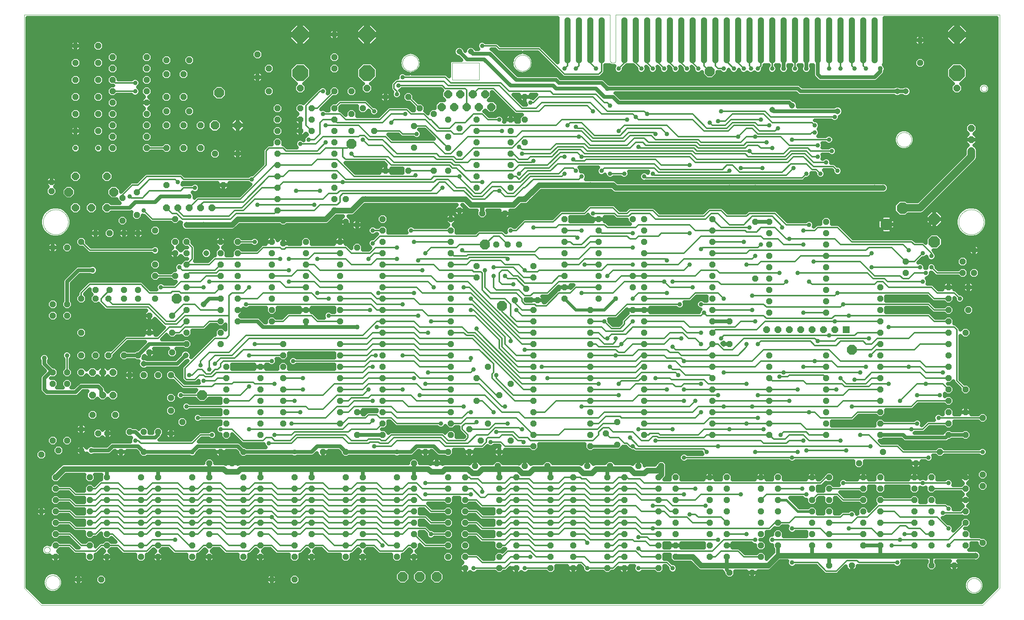
<source format=gtl>
G75*
%MOIN*%
%OFA0B0*%
%FSLAX25Y25*%
%IPPOS*%
%LPD*%
%AMOC8*
5,1,8,0,0,1.08239X$1,22.5*
%
%ADD10C,0.00000*%
%ADD11OC8,0.10000*%
%ADD12OC8,0.05200*%
%ADD13C,0.02000*%
%ADD14OC8,0.07500*%
%ADD15OC8,0.03969*%
%ADD16OC8,0.06000*%
%ADD17OC8,0.06496*%
%ADD18OC8,0.07677*%
%ADD19OC8,0.07050*%
%ADD20C,0.00100*%
%ADD21OC8,0.05937*%
%ADD22R,0.05937X0.05937*%
%ADD23OC8,0.08500*%
%ADD24C,0.04500*%
%ADD25OC8,0.13843*%
%ADD26C,0.03200*%
%ADD27C,0.05150*%
%ADD28C,0.04362*%
%ADD29C,0.16598*%
%ADD30C,0.12661*%
%ADD31C,0.15024*%
%ADD32C,0.01200*%
%ADD33C,0.05000*%
%ADD34C,0.04000*%
%ADD35C,0.02400*%
%ADD36C,0.02800*%
%ADD37C,0.03969*%
%ADD38C,0.06600*%
D10*
X0022600Y0007600D02*
X0007600Y0022600D01*
X0007600Y0527600D01*
X0480100Y0527600D01*
X0522600Y0527600D01*
X0522600Y0487600D01*
X0525100Y0485100D02*
X0525198Y0485102D01*
X0525296Y0485108D01*
X0525394Y0485117D01*
X0525491Y0485131D01*
X0525588Y0485148D01*
X0525684Y0485169D01*
X0525779Y0485194D01*
X0525873Y0485222D01*
X0525965Y0485255D01*
X0526057Y0485290D01*
X0526147Y0485330D01*
X0526235Y0485372D01*
X0526322Y0485419D01*
X0526406Y0485468D01*
X0526489Y0485521D01*
X0526569Y0485577D01*
X0526648Y0485637D01*
X0526724Y0485699D01*
X0526797Y0485764D01*
X0526868Y0485832D01*
X0526936Y0485903D01*
X0527001Y0485976D01*
X0527063Y0486052D01*
X0527123Y0486131D01*
X0527179Y0486211D01*
X0527232Y0486294D01*
X0527281Y0486378D01*
X0527328Y0486465D01*
X0527370Y0486553D01*
X0527410Y0486643D01*
X0527445Y0486735D01*
X0527478Y0486827D01*
X0527506Y0486921D01*
X0527531Y0487016D01*
X0527552Y0487112D01*
X0527569Y0487209D01*
X0527583Y0487306D01*
X0527592Y0487404D01*
X0527598Y0487502D01*
X0527600Y0487600D01*
X0527600Y0527600D01*
X0760100Y0527600D01*
X0865100Y0527600D01*
X0865100Y0022600D01*
X0850100Y0007600D01*
X0022600Y0007600D01*
X0026301Y0027600D02*
X0026303Y0027758D01*
X0026309Y0027916D01*
X0026319Y0028074D01*
X0026333Y0028232D01*
X0026351Y0028389D01*
X0026372Y0028546D01*
X0026398Y0028702D01*
X0026428Y0028858D01*
X0026461Y0029013D01*
X0026499Y0029166D01*
X0026540Y0029319D01*
X0026585Y0029471D01*
X0026634Y0029622D01*
X0026687Y0029771D01*
X0026743Y0029919D01*
X0026803Y0030065D01*
X0026867Y0030210D01*
X0026935Y0030353D01*
X0027006Y0030495D01*
X0027080Y0030635D01*
X0027158Y0030772D01*
X0027240Y0030908D01*
X0027324Y0031042D01*
X0027413Y0031173D01*
X0027504Y0031302D01*
X0027599Y0031429D01*
X0027696Y0031554D01*
X0027797Y0031676D01*
X0027901Y0031795D01*
X0028008Y0031912D01*
X0028118Y0032026D01*
X0028231Y0032137D01*
X0028346Y0032246D01*
X0028464Y0032351D01*
X0028585Y0032453D01*
X0028708Y0032553D01*
X0028834Y0032649D01*
X0028962Y0032742D01*
X0029092Y0032832D01*
X0029225Y0032918D01*
X0029360Y0033002D01*
X0029496Y0033081D01*
X0029635Y0033158D01*
X0029776Y0033230D01*
X0029918Y0033300D01*
X0030062Y0033365D01*
X0030208Y0033427D01*
X0030355Y0033485D01*
X0030504Y0033540D01*
X0030654Y0033591D01*
X0030805Y0033638D01*
X0030957Y0033681D01*
X0031110Y0033720D01*
X0031265Y0033756D01*
X0031420Y0033787D01*
X0031576Y0033815D01*
X0031732Y0033839D01*
X0031889Y0033859D01*
X0032047Y0033875D01*
X0032204Y0033887D01*
X0032363Y0033895D01*
X0032521Y0033899D01*
X0032679Y0033899D01*
X0032837Y0033895D01*
X0032996Y0033887D01*
X0033153Y0033875D01*
X0033311Y0033859D01*
X0033468Y0033839D01*
X0033624Y0033815D01*
X0033780Y0033787D01*
X0033935Y0033756D01*
X0034090Y0033720D01*
X0034243Y0033681D01*
X0034395Y0033638D01*
X0034546Y0033591D01*
X0034696Y0033540D01*
X0034845Y0033485D01*
X0034992Y0033427D01*
X0035138Y0033365D01*
X0035282Y0033300D01*
X0035424Y0033230D01*
X0035565Y0033158D01*
X0035704Y0033081D01*
X0035840Y0033002D01*
X0035975Y0032918D01*
X0036108Y0032832D01*
X0036238Y0032742D01*
X0036366Y0032649D01*
X0036492Y0032553D01*
X0036615Y0032453D01*
X0036736Y0032351D01*
X0036854Y0032246D01*
X0036969Y0032137D01*
X0037082Y0032026D01*
X0037192Y0031912D01*
X0037299Y0031795D01*
X0037403Y0031676D01*
X0037504Y0031554D01*
X0037601Y0031429D01*
X0037696Y0031302D01*
X0037787Y0031173D01*
X0037876Y0031042D01*
X0037960Y0030908D01*
X0038042Y0030772D01*
X0038120Y0030635D01*
X0038194Y0030495D01*
X0038265Y0030353D01*
X0038333Y0030210D01*
X0038397Y0030065D01*
X0038457Y0029919D01*
X0038513Y0029771D01*
X0038566Y0029622D01*
X0038615Y0029471D01*
X0038660Y0029319D01*
X0038701Y0029166D01*
X0038739Y0029013D01*
X0038772Y0028858D01*
X0038802Y0028702D01*
X0038828Y0028546D01*
X0038849Y0028389D01*
X0038867Y0028232D01*
X0038881Y0028074D01*
X0038891Y0027916D01*
X0038897Y0027758D01*
X0038899Y0027600D01*
X0038897Y0027442D01*
X0038891Y0027284D01*
X0038881Y0027126D01*
X0038867Y0026968D01*
X0038849Y0026811D01*
X0038828Y0026654D01*
X0038802Y0026498D01*
X0038772Y0026342D01*
X0038739Y0026187D01*
X0038701Y0026034D01*
X0038660Y0025881D01*
X0038615Y0025729D01*
X0038566Y0025578D01*
X0038513Y0025429D01*
X0038457Y0025281D01*
X0038397Y0025135D01*
X0038333Y0024990D01*
X0038265Y0024847D01*
X0038194Y0024705D01*
X0038120Y0024565D01*
X0038042Y0024428D01*
X0037960Y0024292D01*
X0037876Y0024158D01*
X0037787Y0024027D01*
X0037696Y0023898D01*
X0037601Y0023771D01*
X0037504Y0023646D01*
X0037403Y0023524D01*
X0037299Y0023405D01*
X0037192Y0023288D01*
X0037082Y0023174D01*
X0036969Y0023063D01*
X0036854Y0022954D01*
X0036736Y0022849D01*
X0036615Y0022747D01*
X0036492Y0022647D01*
X0036366Y0022551D01*
X0036238Y0022458D01*
X0036108Y0022368D01*
X0035975Y0022282D01*
X0035840Y0022198D01*
X0035704Y0022119D01*
X0035565Y0022042D01*
X0035424Y0021970D01*
X0035282Y0021900D01*
X0035138Y0021835D01*
X0034992Y0021773D01*
X0034845Y0021715D01*
X0034696Y0021660D01*
X0034546Y0021609D01*
X0034395Y0021562D01*
X0034243Y0021519D01*
X0034090Y0021480D01*
X0033935Y0021444D01*
X0033780Y0021413D01*
X0033624Y0021385D01*
X0033468Y0021361D01*
X0033311Y0021341D01*
X0033153Y0021325D01*
X0032996Y0021313D01*
X0032837Y0021305D01*
X0032679Y0021301D01*
X0032521Y0021301D01*
X0032363Y0021305D01*
X0032204Y0021313D01*
X0032047Y0021325D01*
X0031889Y0021341D01*
X0031732Y0021361D01*
X0031576Y0021385D01*
X0031420Y0021413D01*
X0031265Y0021444D01*
X0031110Y0021480D01*
X0030957Y0021519D01*
X0030805Y0021562D01*
X0030654Y0021609D01*
X0030504Y0021660D01*
X0030355Y0021715D01*
X0030208Y0021773D01*
X0030062Y0021835D01*
X0029918Y0021900D01*
X0029776Y0021970D01*
X0029635Y0022042D01*
X0029496Y0022119D01*
X0029360Y0022198D01*
X0029225Y0022282D01*
X0029092Y0022368D01*
X0028962Y0022458D01*
X0028834Y0022551D01*
X0028708Y0022647D01*
X0028585Y0022747D01*
X0028464Y0022849D01*
X0028346Y0022954D01*
X0028231Y0023063D01*
X0028118Y0023174D01*
X0028008Y0023288D01*
X0027901Y0023405D01*
X0027797Y0023524D01*
X0027696Y0023646D01*
X0027599Y0023771D01*
X0027504Y0023898D01*
X0027413Y0024027D01*
X0027324Y0024158D01*
X0027240Y0024292D01*
X0027158Y0024428D01*
X0027080Y0024565D01*
X0027006Y0024705D01*
X0026935Y0024847D01*
X0026867Y0024990D01*
X0026803Y0025135D01*
X0026743Y0025281D01*
X0026687Y0025429D01*
X0026634Y0025578D01*
X0026585Y0025729D01*
X0026540Y0025881D01*
X0026499Y0026034D01*
X0026461Y0026187D01*
X0026428Y0026342D01*
X0026398Y0026498D01*
X0026372Y0026654D01*
X0026351Y0026811D01*
X0026333Y0026968D01*
X0026319Y0027126D01*
X0026309Y0027284D01*
X0026303Y0027442D01*
X0026301Y0027600D01*
X0025041Y0056350D02*
X0025043Y0056451D01*
X0025049Y0056552D01*
X0025059Y0056653D01*
X0025073Y0056753D01*
X0025091Y0056852D01*
X0025113Y0056951D01*
X0025138Y0057049D01*
X0025168Y0057146D01*
X0025201Y0057241D01*
X0025238Y0057335D01*
X0025279Y0057428D01*
X0025323Y0057519D01*
X0025371Y0057608D01*
X0025423Y0057695D01*
X0025478Y0057780D01*
X0025536Y0057862D01*
X0025597Y0057943D01*
X0025662Y0058021D01*
X0025729Y0058096D01*
X0025799Y0058168D01*
X0025873Y0058238D01*
X0025949Y0058305D01*
X0026027Y0058369D01*
X0026108Y0058429D01*
X0026191Y0058486D01*
X0026277Y0058540D01*
X0026365Y0058591D01*
X0026454Y0058638D01*
X0026545Y0058682D01*
X0026638Y0058721D01*
X0026733Y0058758D01*
X0026828Y0058790D01*
X0026925Y0058819D01*
X0027024Y0058843D01*
X0027122Y0058864D01*
X0027222Y0058881D01*
X0027322Y0058894D01*
X0027423Y0058903D01*
X0027524Y0058908D01*
X0027625Y0058909D01*
X0027726Y0058906D01*
X0027827Y0058899D01*
X0027928Y0058888D01*
X0028028Y0058873D01*
X0028127Y0058854D01*
X0028226Y0058831D01*
X0028323Y0058805D01*
X0028420Y0058774D01*
X0028515Y0058740D01*
X0028608Y0058702D01*
X0028701Y0058660D01*
X0028791Y0058615D01*
X0028880Y0058566D01*
X0028966Y0058514D01*
X0029050Y0058458D01*
X0029133Y0058399D01*
X0029212Y0058337D01*
X0029290Y0058272D01*
X0029364Y0058204D01*
X0029436Y0058132D01*
X0029505Y0058059D01*
X0029571Y0057982D01*
X0029634Y0057903D01*
X0029694Y0057821D01*
X0029750Y0057737D01*
X0029803Y0057651D01*
X0029853Y0057563D01*
X0029899Y0057473D01*
X0029942Y0057382D01*
X0029981Y0057288D01*
X0030016Y0057193D01*
X0030047Y0057097D01*
X0030075Y0057000D01*
X0030099Y0056902D01*
X0030119Y0056803D01*
X0030135Y0056703D01*
X0030147Y0056602D01*
X0030155Y0056502D01*
X0030159Y0056401D01*
X0030159Y0056299D01*
X0030155Y0056198D01*
X0030147Y0056098D01*
X0030135Y0055997D01*
X0030119Y0055897D01*
X0030099Y0055798D01*
X0030075Y0055700D01*
X0030047Y0055603D01*
X0030016Y0055507D01*
X0029981Y0055412D01*
X0029942Y0055318D01*
X0029899Y0055227D01*
X0029853Y0055137D01*
X0029803Y0055049D01*
X0029750Y0054963D01*
X0029694Y0054879D01*
X0029634Y0054797D01*
X0029571Y0054718D01*
X0029505Y0054641D01*
X0029436Y0054568D01*
X0029364Y0054496D01*
X0029290Y0054428D01*
X0029212Y0054363D01*
X0029133Y0054301D01*
X0029050Y0054242D01*
X0028966Y0054186D01*
X0028879Y0054134D01*
X0028791Y0054085D01*
X0028701Y0054040D01*
X0028608Y0053998D01*
X0028515Y0053960D01*
X0028420Y0053926D01*
X0028323Y0053895D01*
X0028226Y0053869D01*
X0028127Y0053846D01*
X0028028Y0053827D01*
X0027928Y0053812D01*
X0027827Y0053801D01*
X0027726Y0053794D01*
X0027625Y0053791D01*
X0027524Y0053792D01*
X0027423Y0053797D01*
X0027322Y0053806D01*
X0027222Y0053819D01*
X0027122Y0053836D01*
X0027024Y0053857D01*
X0026925Y0053881D01*
X0026828Y0053910D01*
X0026733Y0053942D01*
X0026638Y0053979D01*
X0026545Y0054018D01*
X0026454Y0054062D01*
X0026365Y0054109D01*
X0026277Y0054160D01*
X0026191Y0054214D01*
X0026108Y0054271D01*
X0026027Y0054331D01*
X0025949Y0054395D01*
X0025873Y0054462D01*
X0025799Y0054532D01*
X0025729Y0054604D01*
X0025662Y0054679D01*
X0025597Y0054757D01*
X0025536Y0054838D01*
X0025478Y0054920D01*
X0025423Y0055005D01*
X0025371Y0055092D01*
X0025323Y0055181D01*
X0025279Y0055272D01*
X0025238Y0055365D01*
X0025201Y0055459D01*
X0025168Y0055554D01*
X0025138Y0055651D01*
X0025113Y0055749D01*
X0025091Y0055848D01*
X0025073Y0055947D01*
X0025059Y0056047D01*
X0025049Y0056148D01*
X0025043Y0056249D01*
X0025041Y0056350D01*
X0024100Y0345100D02*
X0024103Y0345370D01*
X0024113Y0345640D01*
X0024130Y0345909D01*
X0024153Y0346178D01*
X0024183Y0346447D01*
X0024219Y0346714D01*
X0024262Y0346981D01*
X0024311Y0347246D01*
X0024367Y0347510D01*
X0024430Y0347773D01*
X0024498Y0348034D01*
X0024574Y0348293D01*
X0024655Y0348550D01*
X0024743Y0348806D01*
X0024837Y0349059D01*
X0024937Y0349310D01*
X0025044Y0349558D01*
X0025156Y0349803D01*
X0025275Y0350046D01*
X0025399Y0350285D01*
X0025529Y0350522D01*
X0025665Y0350755D01*
X0025807Y0350985D01*
X0025954Y0351211D01*
X0026107Y0351434D01*
X0026265Y0351653D01*
X0026428Y0351868D01*
X0026597Y0352078D01*
X0026771Y0352285D01*
X0026950Y0352487D01*
X0027133Y0352685D01*
X0027322Y0352878D01*
X0027515Y0353067D01*
X0027713Y0353250D01*
X0027915Y0353429D01*
X0028122Y0353603D01*
X0028332Y0353772D01*
X0028547Y0353935D01*
X0028766Y0354093D01*
X0028989Y0354246D01*
X0029215Y0354393D01*
X0029445Y0354535D01*
X0029678Y0354671D01*
X0029915Y0354801D01*
X0030154Y0354925D01*
X0030397Y0355044D01*
X0030642Y0355156D01*
X0030890Y0355263D01*
X0031141Y0355363D01*
X0031394Y0355457D01*
X0031650Y0355545D01*
X0031907Y0355626D01*
X0032166Y0355702D01*
X0032427Y0355770D01*
X0032690Y0355833D01*
X0032954Y0355889D01*
X0033219Y0355938D01*
X0033486Y0355981D01*
X0033753Y0356017D01*
X0034022Y0356047D01*
X0034291Y0356070D01*
X0034560Y0356087D01*
X0034830Y0356097D01*
X0035100Y0356100D01*
X0035370Y0356097D01*
X0035640Y0356087D01*
X0035909Y0356070D01*
X0036178Y0356047D01*
X0036447Y0356017D01*
X0036714Y0355981D01*
X0036981Y0355938D01*
X0037246Y0355889D01*
X0037510Y0355833D01*
X0037773Y0355770D01*
X0038034Y0355702D01*
X0038293Y0355626D01*
X0038550Y0355545D01*
X0038806Y0355457D01*
X0039059Y0355363D01*
X0039310Y0355263D01*
X0039558Y0355156D01*
X0039803Y0355044D01*
X0040046Y0354925D01*
X0040285Y0354801D01*
X0040522Y0354671D01*
X0040755Y0354535D01*
X0040985Y0354393D01*
X0041211Y0354246D01*
X0041434Y0354093D01*
X0041653Y0353935D01*
X0041868Y0353772D01*
X0042078Y0353603D01*
X0042285Y0353429D01*
X0042487Y0353250D01*
X0042685Y0353067D01*
X0042878Y0352878D01*
X0043067Y0352685D01*
X0043250Y0352487D01*
X0043429Y0352285D01*
X0043603Y0352078D01*
X0043772Y0351868D01*
X0043935Y0351653D01*
X0044093Y0351434D01*
X0044246Y0351211D01*
X0044393Y0350985D01*
X0044535Y0350755D01*
X0044671Y0350522D01*
X0044801Y0350285D01*
X0044925Y0350046D01*
X0045044Y0349803D01*
X0045156Y0349558D01*
X0045263Y0349310D01*
X0045363Y0349059D01*
X0045457Y0348806D01*
X0045545Y0348550D01*
X0045626Y0348293D01*
X0045702Y0348034D01*
X0045770Y0347773D01*
X0045833Y0347510D01*
X0045889Y0347246D01*
X0045938Y0346981D01*
X0045981Y0346714D01*
X0046017Y0346447D01*
X0046047Y0346178D01*
X0046070Y0345909D01*
X0046087Y0345640D01*
X0046097Y0345370D01*
X0046100Y0345100D01*
X0046097Y0344830D01*
X0046087Y0344560D01*
X0046070Y0344291D01*
X0046047Y0344022D01*
X0046017Y0343753D01*
X0045981Y0343486D01*
X0045938Y0343219D01*
X0045889Y0342954D01*
X0045833Y0342690D01*
X0045770Y0342427D01*
X0045702Y0342166D01*
X0045626Y0341907D01*
X0045545Y0341650D01*
X0045457Y0341394D01*
X0045363Y0341141D01*
X0045263Y0340890D01*
X0045156Y0340642D01*
X0045044Y0340397D01*
X0044925Y0340154D01*
X0044801Y0339915D01*
X0044671Y0339678D01*
X0044535Y0339445D01*
X0044393Y0339215D01*
X0044246Y0338989D01*
X0044093Y0338766D01*
X0043935Y0338547D01*
X0043772Y0338332D01*
X0043603Y0338122D01*
X0043429Y0337915D01*
X0043250Y0337713D01*
X0043067Y0337515D01*
X0042878Y0337322D01*
X0042685Y0337133D01*
X0042487Y0336950D01*
X0042285Y0336771D01*
X0042078Y0336597D01*
X0041868Y0336428D01*
X0041653Y0336265D01*
X0041434Y0336107D01*
X0041211Y0335954D01*
X0040985Y0335807D01*
X0040755Y0335665D01*
X0040522Y0335529D01*
X0040285Y0335399D01*
X0040046Y0335275D01*
X0039803Y0335156D01*
X0039558Y0335044D01*
X0039310Y0334937D01*
X0039059Y0334837D01*
X0038806Y0334743D01*
X0038550Y0334655D01*
X0038293Y0334574D01*
X0038034Y0334498D01*
X0037773Y0334430D01*
X0037510Y0334367D01*
X0037246Y0334311D01*
X0036981Y0334262D01*
X0036714Y0334219D01*
X0036447Y0334183D01*
X0036178Y0334153D01*
X0035909Y0334130D01*
X0035640Y0334113D01*
X0035370Y0334103D01*
X0035100Y0334100D01*
X0034830Y0334103D01*
X0034560Y0334113D01*
X0034291Y0334130D01*
X0034022Y0334153D01*
X0033753Y0334183D01*
X0033486Y0334219D01*
X0033219Y0334262D01*
X0032954Y0334311D01*
X0032690Y0334367D01*
X0032427Y0334430D01*
X0032166Y0334498D01*
X0031907Y0334574D01*
X0031650Y0334655D01*
X0031394Y0334743D01*
X0031141Y0334837D01*
X0030890Y0334937D01*
X0030642Y0335044D01*
X0030397Y0335156D01*
X0030154Y0335275D01*
X0029915Y0335399D01*
X0029678Y0335529D01*
X0029445Y0335665D01*
X0029215Y0335807D01*
X0028989Y0335954D01*
X0028766Y0336107D01*
X0028547Y0336265D01*
X0028332Y0336428D01*
X0028122Y0336597D01*
X0027915Y0336771D01*
X0027713Y0336950D01*
X0027515Y0337133D01*
X0027322Y0337322D01*
X0027133Y0337515D01*
X0026950Y0337713D01*
X0026771Y0337915D01*
X0026597Y0338122D01*
X0026428Y0338332D01*
X0026265Y0338547D01*
X0026107Y0338766D01*
X0025954Y0338989D01*
X0025807Y0339215D01*
X0025665Y0339445D01*
X0025529Y0339678D01*
X0025399Y0339915D01*
X0025275Y0340154D01*
X0025156Y0340397D01*
X0025044Y0340642D01*
X0024937Y0340890D01*
X0024837Y0341141D01*
X0024743Y0341394D01*
X0024655Y0341650D01*
X0024574Y0341907D01*
X0024498Y0342166D01*
X0024430Y0342427D01*
X0024367Y0342690D01*
X0024311Y0342954D01*
X0024262Y0343219D01*
X0024219Y0343486D01*
X0024183Y0343753D01*
X0024153Y0344022D01*
X0024130Y0344291D01*
X0024113Y0344560D01*
X0024103Y0344830D01*
X0024100Y0345100D01*
X0383850Y0470100D02*
X0383850Y0485100D01*
X0407600Y0485100D01*
X0407600Y0470100D01*
X0383850Y0470100D01*
X0522600Y0487600D02*
X0522602Y0487502D01*
X0522608Y0487404D01*
X0522617Y0487306D01*
X0522631Y0487209D01*
X0522648Y0487112D01*
X0522669Y0487016D01*
X0522694Y0486921D01*
X0522722Y0486827D01*
X0522755Y0486735D01*
X0522790Y0486643D01*
X0522830Y0486553D01*
X0522872Y0486465D01*
X0522919Y0486378D01*
X0522968Y0486294D01*
X0523021Y0486211D01*
X0523077Y0486131D01*
X0523137Y0486052D01*
X0523199Y0485976D01*
X0523264Y0485903D01*
X0523332Y0485832D01*
X0523403Y0485764D01*
X0523476Y0485699D01*
X0523552Y0485637D01*
X0523631Y0485577D01*
X0523711Y0485521D01*
X0523794Y0485468D01*
X0523878Y0485419D01*
X0523965Y0485372D01*
X0524053Y0485330D01*
X0524143Y0485290D01*
X0524235Y0485255D01*
X0524327Y0485222D01*
X0524421Y0485194D01*
X0524516Y0485169D01*
X0524612Y0485148D01*
X0524709Y0485131D01*
X0524806Y0485117D01*
X0524904Y0485108D01*
X0525002Y0485102D01*
X0525100Y0485100D01*
X0774600Y0417600D02*
X0774602Y0417761D01*
X0774608Y0417921D01*
X0774618Y0418082D01*
X0774632Y0418242D01*
X0774650Y0418402D01*
X0774671Y0418561D01*
X0774697Y0418720D01*
X0774727Y0418878D01*
X0774760Y0419035D01*
X0774798Y0419192D01*
X0774839Y0419347D01*
X0774884Y0419501D01*
X0774933Y0419654D01*
X0774986Y0419806D01*
X0775042Y0419957D01*
X0775103Y0420106D01*
X0775166Y0420254D01*
X0775234Y0420400D01*
X0775305Y0420544D01*
X0775379Y0420686D01*
X0775457Y0420827D01*
X0775539Y0420965D01*
X0775624Y0421102D01*
X0775712Y0421236D01*
X0775804Y0421368D01*
X0775899Y0421498D01*
X0775997Y0421626D01*
X0776098Y0421751D01*
X0776202Y0421873D01*
X0776309Y0421993D01*
X0776419Y0422110D01*
X0776532Y0422225D01*
X0776648Y0422336D01*
X0776767Y0422445D01*
X0776888Y0422550D01*
X0777012Y0422653D01*
X0777138Y0422753D01*
X0777266Y0422849D01*
X0777397Y0422942D01*
X0777531Y0423032D01*
X0777666Y0423119D01*
X0777804Y0423202D01*
X0777943Y0423282D01*
X0778085Y0423358D01*
X0778228Y0423431D01*
X0778373Y0423500D01*
X0778520Y0423566D01*
X0778668Y0423628D01*
X0778818Y0423686D01*
X0778969Y0423741D01*
X0779122Y0423792D01*
X0779276Y0423839D01*
X0779431Y0423882D01*
X0779587Y0423921D01*
X0779743Y0423957D01*
X0779901Y0423988D01*
X0780059Y0424016D01*
X0780218Y0424040D01*
X0780378Y0424060D01*
X0780538Y0424076D01*
X0780698Y0424088D01*
X0780859Y0424096D01*
X0781020Y0424100D01*
X0781180Y0424100D01*
X0781341Y0424096D01*
X0781502Y0424088D01*
X0781662Y0424076D01*
X0781822Y0424060D01*
X0781982Y0424040D01*
X0782141Y0424016D01*
X0782299Y0423988D01*
X0782457Y0423957D01*
X0782613Y0423921D01*
X0782769Y0423882D01*
X0782924Y0423839D01*
X0783078Y0423792D01*
X0783231Y0423741D01*
X0783382Y0423686D01*
X0783532Y0423628D01*
X0783680Y0423566D01*
X0783827Y0423500D01*
X0783972Y0423431D01*
X0784115Y0423358D01*
X0784257Y0423282D01*
X0784396Y0423202D01*
X0784534Y0423119D01*
X0784669Y0423032D01*
X0784803Y0422942D01*
X0784934Y0422849D01*
X0785062Y0422753D01*
X0785188Y0422653D01*
X0785312Y0422550D01*
X0785433Y0422445D01*
X0785552Y0422336D01*
X0785668Y0422225D01*
X0785781Y0422110D01*
X0785891Y0421993D01*
X0785998Y0421873D01*
X0786102Y0421751D01*
X0786203Y0421626D01*
X0786301Y0421498D01*
X0786396Y0421368D01*
X0786488Y0421236D01*
X0786576Y0421102D01*
X0786661Y0420965D01*
X0786743Y0420827D01*
X0786821Y0420686D01*
X0786895Y0420544D01*
X0786966Y0420400D01*
X0787034Y0420254D01*
X0787097Y0420106D01*
X0787158Y0419957D01*
X0787214Y0419806D01*
X0787267Y0419654D01*
X0787316Y0419501D01*
X0787361Y0419347D01*
X0787402Y0419192D01*
X0787440Y0419035D01*
X0787473Y0418878D01*
X0787503Y0418720D01*
X0787529Y0418561D01*
X0787550Y0418402D01*
X0787568Y0418242D01*
X0787582Y0418082D01*
X0787592Y0417921D01*
X0787598Y0417761D01*
X0787600Y0417600D01*
X0787598Y0417439D01*
X0787592Y0417279D01*
X0787582Y0417118D01*
X0787568Y0416958D01*
X0787550Y0416798D01*
X0787529Y0416639D01*
X0787503Y0416480D01*
X0787473Y0416322D01*
X0787440Y0416165D01*
X0787402Y0416008D01*
X0787361Y0415853D01*
X0787316Y0415699D01*
X0787267Y0415546D01*
X0787214Y0415394D01*
X0787158Y0415243D01*
X0787097Y0415094D01*
X0787034Y0414946D01*
X0786966Y0414800D01*
X0786895Y0414656D01*
X0786821Y0414514D01*
X0786743Y0414373D01*
X0786661Y0414235D01*
X0786576Y0414098D01*
X0786488Y0413964D01*
X0786396Y0413832D01*
X0786301Y0413702D01*
X0786203Y0413574D01*
X0786102Y0413449D01*
X0785998Y0413327D01*
X0785891Y0413207D01*
X0785781Y0413090D01*
X0785668Y0412975D01*
X0785552Y0412864D01*
X0785433Y0412755D01*
X0785312Y0412650D01*
X0785188Y0412547D01*
X0785062Y0412447D01*
X0784934Y0412351D01*
X0784803Y0412258D01*
X0784669Y0412168D01*
X0784534Y0412081D01*
X0784396Y0411998D01*
X0784257Y0411918D01*
X0784115Y0411842D01*
X0783972Y0411769D01*
X0783827Y0411700D01*
X0783680Y0411634D01*
X0783532Y0411572D01*
X0783382Y0411514D01*
X0783231Y0411459D01*
X0783078Y0411408D01*
X0782924Y0411361D01*
X0782769Y0411318D01*
X0782613Y0411279D01*
X0782457Y0411243D01*
X0782299Y0411212D01*
X0782141Y0411184D01*
X0781982Y0411160D01*
X0781822Y0411140D01*
X0781662Y0411124D01*
X0781502Y0411112D01*
X0781341Y0411104D01*
X0781180Y0411100D01*
X0781020Y0411100D01*
X0780859Y0411104D01*
X0780698Y0411112D01*
X0780538Y0411124D01*
X0780378Y0411140D01*
X0780218Y0411160D01*
X0780059Y0411184D01*
X0779901Y0411212D01*
X0779743Y0411243D01*
X0779587Y0411279D01*
X0779431Y0411318D01*
X0779276Y0411361D01*
X0779122Y0411408D01*
X0778969Y0411459D01*
X0778818Y0411514D01*
X0778668Y0411572D01*
X0778520Y0411634D01*
X0778373Y0411700D01*
X0778228Y0411769D01*
X0778085Y0411842D01*
X0777943Y0411918D01*
X0777804Y0411998D01*
X0777666Y0412081D01*
X0777531Y0412168D01*
X0777397Y0412258D01*
X0777266Y0412351D01*
X0777138Y0412447D01*
X0777012Y0412547D01*
X0776888Y0412650D01*
X0776767Y0412755D01*
X0776648Y0412864D01*
X0776532Y0412975D01*
X0776419Y0413090D01*
X0776309Y0413207D01*
X0776202Y0413327D01*
X0776098Y0413449D01*
X0775997Y0413574D01*
X0775899Y0413702D01*
X0775804Y0413832D01*
X0775712Y0413964D01*
X0775624Y0414098D01*
X0775539Y0414235D01*
X0775457Y0414373D01*
X0775379Y0414514D01*
X0775305Y0414656D01*
X0775234Y0414800D01*
X0775166Y0414946D01*
X0775103Y0415094D01*
X0775042Y0415243D01*
X0774986Y0415394D01*
X0774933Y0415546D01*
X0774884Y0415699D01*
X0774839Y0415853D01*
X0774798Y0416008D01*
X0774760Y0416165D01*
X0774727Y0416322D01*
X0774697Y0416480D01*
X0774671Y0416639D01*
X0774650Y0416798D01*
X0774632Y0416958D01*
X0774618Y0417118D01*
X0774608Y0417279D01*
X0774602Y0417439D01*
X0774600Y0417600D01*
X0848791Y0462600D02*
X0848793Y0462701D01*
X0848799Y0462802D01*
X0848809Y0462903D01*
X0848823Y0463003D01*
X0848841Y0463102D01*
X0848863Y0463201D01*
X0848888Y0463299D01*
X0848918Y0463396D01*
X0848951Y0463491D01*
X0848988Y0463585D01*
X0849029Y0463678D01*
X0849073Y0463769D01*
X0849121Y0463858D01*
X0849173Y0463945D01*
X0849228Y0464030D01*
X0849286Y0464112D01*
X0849347Y0464193D01*
X0849412Y0464271D01*
X0849479Y0464346D01*
X0849549Y0464418D01*
X0849623Y0464488D01*
X0849699Y0464555D01*
X0849777Y0464619D01*
X0849858Y0464679D01*
X0849941Y0464736D01*
X0850027Y0464790D01*
X0850115Y0464841D01*
X0850204Y0464888D01*
X0850295Y0464932D01*
X0850388Y0464971D01*
X0850483Y0465008D01*
X0850578Y0465040D01*
X0850675Y0465069D01*
X0850774Y0465093D01*
X0850872Y0465114D01*
X0850972Y0465131D01*
X0851072Y0465144D01*
X0851173Y0465153D01*
X0851274Y0465158D01*
X0851375Y0465159D01*
X0851476Y0465156D01*
X0851577Y0465149D01*
X0851678Y0465138D01*
X0851778Y0465123D01*
X0851877Y0465104D01*
X0851976Y0465081D01*
X0852073Y0465055D01*
X0852170Y0465024D01*
X0852265Y0464990D01*
X0852358Y0464952D01*
X0852451Y0464910D01*
X0852541Y0464865D01*
X0852630Y0464816D01*
X0852716Y0464764D01*
X0852800Y0464708D01*
X0852883Y0464649D01*
X0852962Y0464587D01*
X0853040Y0464522D01*
X0853114Y0464454D01*
X0853186Y0464382D01*
X0853255Y0464309D01*
X0853321Y0464232D01*
X0853384Y0464153D01*
X0853444Y0464071D01*
X0853500Y0463987D01*
X0853553Y0463901D01*
X0853603Y0463813D01*
X0853649Y0463723D01*
X0853692Y0463632D01*
X0853731Y0463538D01*
X0853766Y0463443D01*
X0853797Y0463347D01*
X0853825Y0463250D01*
X0853849Y0463152D01*
X0853869Y0463053D01*
X0853885Y0462953D01*
X0853897Y0462852D01*
X0853905Y0462752D01*
X0853909Y0462651D01*
X0853909Y0462549D01*
X0853905Y0462448D01*
X0853897Y0462348D01*
X0853885Y0462247D01*
X0853869Y0462147D01*
X0853849Y0462048D01*
X0853825Y0461950D01*
X0853797Y0461853D01*
X0853766Y0461757D01*
X0853731Y0461662D01*
X0853692Y0461568D01*
X0853649Y0461477D01*
X0853603Y0461387D01*
X0853553Y0461299D01*
X0853500Y0461213D01*
X0853444Y0461129D01*
X0853384Y0461047D01*
X0853321Y0460968D01*
X0853255Y0460891D01*
X0853186Y0460818D01*
X0853114Y0460746D01*
X0853040Y0460678D01*
X0852962Y0460613D01*
X0852883Y0460551D01*
X0852800Y0460492D01*
X0852716Y0460436D01*
X0852629Y0460384D01*
X0852541Y0460335D01*
X0852451Y0460290D01*
X0852358Y0460248D01*
X0852265Y0460210D01*
X0852170Y0460176D01*
X0852073Y0460145D01*
X0851976Y0460119D01*
X0851877Y0460096D01*
X0851778Y0460077D01*
X0851678Y0460062D01*
X0851577Y0460051D01*
X0851476Y0460044D01*
X0851375Y0460041D01*
X0851274Y0460042D01*
X0851173Y0460047D01*
X0851072Y0460056D01*
X0850972Y0460069D01*
X0850872Y0460086D01*
X0850774Y0460107D01*
X0850675Y0460131D01*
X0850578Y0460160D01*
X0850483Y0460192D01*
X0850388Y0460229D01*
X0850295Y0460268D01*
X0850204Y0460312D01*
X0850115Y0460359D01*
X0850027Y0460410D01*
X0849941Y0460464D01*
X0849858Y0460521D01*
X0849777Y0460581D01*
X0849699Y0460645D01*
X0849623Y0460712D01*
X0849549Y0460782D01*
X0849479Y0460854D01*
X0849412Y0460929D01*
X0849347Y0461007D01*
X0849286Y0461088D01*
X0849228Y0461170D01*
X0849173Y0461255D01*
X0849121Y0461342D01*
X0849073Y0461431D01*
X0849029Y0461522D01*
X0848988Y0461615D01*
X0848951Y0461709D01*
X0848918Y0461804D01*
X0848888Y0461901D01*
X0848863Y0461999D01*
X0848841Y0462098D01*
X0848823Y0462197D01*
X0848809Y0462297D01*
X0848799Y0462398D01*
X0848793Y0462499D01*
X0848791Y0462600D01*
X0829100Y0345100D02*
X0829103Y0345370D01*
X0829113Y0345640D01*
X0829130Y0345909D01*
X0829153Y0346178D01*
X0829183Y0346447D01*
X0829219Y0346714D01*
X0829262Y0346981D01*
X0829311Y0347246D01*
X0829367Y0347510D01*
X0829430Y0347773D01*
X0829498Y0348034D01*
X0829574Y0348293D01*
X0829655Y0348550D01*
X0829743Y0348806D01*
X0829837Y0349059D01*
X0829937Y0349310D01*
X0830044Y0349558D01*
X0830156Y0349803D01*
X0830275Y0350046D01*
X0830399Y0350285D01*
X0830529Y0350522D01*
X0830665Y0350755D01*
X0830807Y0350985D01*
X0830954Y0351211D01*
X0831107Y0351434D01*
X0831265Y0351653D01*
X0831428Y0351868D01*
X0831597Y0352078D01*
X0831771Y0352285D01*
X0831950Y0352487D01*
X0832133Y0352685D01*
X0832322Y0352878D01*
X0832515Y0353067D01*
X0832713Y0353250D01*
X0832915Y0353429D01*
X0833122Y0353603D01*
X0833332Y0353772D01*
X0833547Y0353935D01*
X0833766Y0354093D01*
X0833989Y0354246D01*
X0834215Y0354393D01*
X0834445Y0354535D01*
X0834678Y0354671D01*
X0834915Y0354801D01*
X0835154Y0354925D01*
X0835397Y0355044D01*
X0835642Y0355156D01*
X0835890Y0355263D01*
X0836141Y0355363D01*
X0836394Y0355457D01*
X0836650Y0355545D01*
X0836907Y0355626D01*
X0837166Y0355702D01*
X0837427Y0355770D01*
X0837690Y0355833D01*
X0837954Y0355889D01*
X0838219Y0355938D01*
X0838486Y0355981D01*
X0838753Y0356017D01*
X0839022Y0356047D01*
X0839291Y0356070D01*
X0839560Y0356087D01*
X0839830Y0356097D01*
X0840100Y0356100D01*
X0840370Y0356097D01*
X0840640Y0356087D01*
X0840909Y0356070D01*
X0841178Y0356047D01*
X0841447Y0356017D01*
X0841714Y0355981D01*
X0841981Y0355938D01*
X0842246Y0355889D01*
X0842510Y0355833D01*
X0842773Y0355770D01*
X0843034Y0355702D01*
X0843293Y0355626D01*
X0843550Y0355545D01*
X0843806Y0355457D01*
X0844059Y0355363D01*
X0844310Y0355263D01*
X0844558Y0355156D01*
X0844803Y0355044D01*
X0845046Y0354925D01*
X0845285Y0354801D01*
X0845522Y0354671D01*
X0845755Y0354535D01*
X0845985Y0354393D01*
X0846211Y0354246D01*
X0846434Y0354093D01*
X0846653Y0353935D01*
X0846868Y0353772D01*
X0847078Y0353603D01*
X0847285Y0353429D01*
X0847487Y0353250D01*
X0847685Y0353067D01*
X0847878Y0352878D01*
X0848067Y0352685D01*
X0848250Y0352487D01*
X0848429Y0352285D01*
X0848603Y0352078D01*
X0848772Y0351868D01*
X0848935Y0351653D01*
X0849093Y0351434D01*
X0849246Y0351211D01*
X0849393Y0350985D01*
X0849535Y0350755D01*
X0849671Y0350522D01*
X0849801Y0350285D01*
X0849925Y0350046D01*
X0850044Y0349803D01*
X0850156Y0349558D01*
X0850263Y0349310D01*
X0850363Y0349059D01*
X0850457Y0348806D01*
X0850545Y0348550D01*
X0850626Y0348293D01*
X0850702Y0348034D01*
X0850770Y0347773D01*
X0850833Y0347510D01*
X0850889Y0347246D01*
X0850938Y0346981D01*
X0850981Y0346714D01*
X0851017Y0346447D01*
X0851047Y0346178D01*
X0851070Y0345909D01*
X0851087Y0345640D01*
X0851097Y0345370D01*
X0851100Y0345100D01*
X0851097Y0344830D01*
X0851087Y0344560D01*
X0851070Y0344291D01*
X0851047Y0344022D01*
X0851017Y0343753D01*
X0850981Y0343486D01*
X0850938Y0343219D01*
X0850889Y0342954D01*
X0850833Y0342690D01*
X0850770Y0342427D01*
X0850702Y0342166D01*
X0850626Y0341907D01*
X0850545Y0341650D01*
X0850457Y0341394D01*
X0850363Y0341141D01*
X0850263Y0340890D01*
X0850156Y0340642D01*
X0850044Y0340397D01*
X0849925Y0340154D01*
X0849801Y0339915D01*
X0849671Y0339678D01*
X0849535Y0339445D01*
X0849393Y0339215D01*
X0849246Y0338989D01*
X0849093Y0338766D01*
X0848935Y0338547D01*
X0848772Y0338332D01*
X0848603Y0338122D01*
X0848429Y0337915D01*
X0848250Y0337713D01*
X0848067Y0337515D01*
X0847878Y0337322D01*
X0847685Y0337133D01*
X0847487Y0336950D01*
X0847285Y0336771D01*
X0847078Y0336597D01*
X0846868Y0336428D01*
X0846653Y0336265D01*
X0846434Y0336107D01*
X0846211Y0335954D01*
X0845985Y0335807D01*
X0845755Y0335665D01*
X0845522Y0335529D01*
X0845285Y0335399D01*
X0845046Y0335275D01*
X0844803Y0335156D01*
X0844558Y0335044D01*
X0844310Y0334937D01*
X0844059Y0334837D01*
X0843806Y0334743D01*
X0843550Y0334655D01*
X0843293Y0334574D01*
X0843034Y0334498D01*
X0842773Y0334430D01*
X0842510Y0334367D01*
X0842246Y0334311D01*
X0841981Y0334262D01*
X0841714Y0334219D01*
X0841447Y0334183D01*
X0841178Y0334153D01*
X0840909Y0334130D01*
X0840640Y0334113D01*
X0840370Y0334103D01*
X0840100Y0334100D01*
X0839830Y0334103D01*
X0839560Y0334113D01*
X0839291Y0334130D01*
X0839022Y0334153D01*
X0838753Y0334183D01*
X0838486Y0334219D01*
X0838219Y0334262D01*
X0837954Y0334311D01*
X0837690Y0334367D01*
X0837427Y0334430D01*
X0837166Y0334498D01*
X0836907Y0334574D01*
X0836650Y0334655D01*
X0836394Y0334743D01*
X0836141Y0334837D01*
X0835890Y0334937D01*
X0835642Y0335044D01*
X0835397Y0335156D01*
X0835154Y0335275D01*
X0834915Y0335399D01*
X0834678Y0335529D01*
X0834445Y0335665D01*
X0834215Y0335807D01*
X0833989Y0335954D01*
X0833766Y0336107D01*
X0833547Y0336265D01*
X0833332Y0336428D01*
X0833122Y0336597D01*
X0832915Y0336771D01*
X0832713Y0336950D01*
X0832515Y0337133D01*
X0832322Y0337322D01*
X0832133Y0337515D01*
X0831950Y0337713D01*
X0831771Y0337915D01*
X0831597Y0338122D01*
X0831428Y0338332D01*
X0831265Y0338547D01*
X0831107Y0338766D01*
X0830954Y0338989D01*
X0830807Y0339215D01*
X0830665Y0339445D01*
X0830529Y0339678D01*
X0830399Y0339915D01*
X0830275Y0340154D01*
X0830156Y0340397D01*
X0830044Y0340642D01*
X0829937Y0340890D01*
X0829837Y0341141D01*
X0829743Y0341394D01*
X0829655Y0341650D01*
X0829574Y0341907D01*
X0829498Y0342166D01*
X0829430Y0342427D01*
X0829367Y0342690D01*
X0829311Y0342954D01*
X0829262Y0343219D01*
X0829219Y0343486D01*
X0829183Y0343753D01*
X0829153Y0344022D01*
X0829130Y0344291D01*
X0829113Y0344560D01*
X0829103Y0344830D01*
X0829100Y0345100D01*
X0836301Y0025100D02*
X0836303Y0025258D01*
X0836309Y0025416D01*
X0836319Y0025574D01*
X0836333Y0025732D01*
X0836351Y0025889D01*
X0836372Y0026046D01*
X0836398Y0026202D01*
X0836428Y0026358D01*
X0836461Y0026513D01*
X0836499Y0026666D01*
X0836540Y0026819D01*
X0836585Y0026971D01*
X0836634Y0027122D01*
X0836687Y0027271D01*
X0836743Y0027419D01*
X0836803Y0027565D01*
X0836867Y0027710D01*
X0836935Y0027853D01*
X0837006Y0027995D01*
X0837080Y0028135D01*
X0837158Y0028272D01*
X0837240Y0028408D01*
X0837324Y0028542D01*
X0837413Y0028673D01*
X0837504Y0028802D01*
X0837599Y0028929D01*
X0837696Y0029054D01*
X0837797Y0029176D01*
X0837901Y0029295D01*
X0838008Y0029412D01*
X0838118Y0029526D01*
X0838231Y0029637D01*
X0838346Y0029746D01*
X0838464Y0029851D01*
X0838585Y0029953D01*
X0838708Y0030053D01*
X0838834Y0030149D01*
X0838962Y0030242D01*
X0839092Y0030332D01*
X0839225Y0030418D01*
X0839360Y0030502D01*
X0839496Y0030581D01*
X0839635Y0030658D01*
X0839776Y0030730D01*
X0839918Y0030800D01*
X0840062Y0030865D01*
X0840208Y0030927D01*
X0840355Y0030985D01*
X0840504Y0031040D01*
X0840654Y0031091D01*
X0840805Y0031138D01*
X0840957Y0031181D01*
X0841110Y0031220D01*
X0841265Y0031256D01*
X0841420Y0031287D01*
X0841576Y0031315D01*
X0841732Y0031339D01*
X0841889Y0031359D01*
X0842047Y0031375D01*
X0842204Y0031387D01*
X0842363Y0031395D01*
X0842521Y0031399D01*
X0842679Y0031399D01*
X0842837Y0031395D01*
X0842996Y0031387D01*
X0843153Y0031375D01*
X0843311Y0031359D01*
X0843468Y0031339D01*
X0843624Y0031315D01*
X0843780Y0031287D01*
X0843935Y0031256D01*
X0844090Y0031220D01*
X0844243Y0031181D01*
X0844395Y0031138D01*
X0844546Y0031091D01*
X0844696Y0031040D01*
X0844845Y0030985D01*
X0844992Y0030927D01*
X0845138Y0030865D01*
X0845282Y0030800D01*
X0845424Y0030730D01*
X0845565Y0030658D01*
X0845704Y0030581D01*
X0845840Y0030502D01*
X0845975Y0030418D01*
X0846108Y0030332D01*
X0846238Y0030242D01*
X0846366Y0030149D01*
X0846492Y0030053D01*
X0846615Y0029953D01*
X0846736Y0029851D01*
X0846854Y0029746D01*
X0846969Y0029637D01*
X0847082Y0029526D01*
X0847192Y0029412D01*
X0847299Y0029295D01*
X0847403Y0029176D01*
X0847504Y0029054D01*
X0847601Y0028929D01*
X0847696Y0028802D01*
X0847787Y0028673D01*
X0847876Y0028542D01*
X0847960Y0028408D01*
X0848042Y0028272D01*
X0848120Y0028135D01*
X0848194Y0027995D01*
X0848265Y0027853D01*
X0848333Y0027710D01*
X0848397Y0027565D01*
X0848457Y0027419D01*
X0848513Y0027271D01*
X0848566Y0027122D01*
X0848615Y0026971D01*
X0848660Y0026819D01*
X0848701Y0026666D01*
X0848739Y0026513D01*
X0848772Y0026358D01*
X0848802Y0026202D01*
X0848828Y0026046D01*
X0848849Y0025889D01*
X0848867Y0025732D01*
X0848881Y0025574D01*
X0848891Y0025416D01*
X0848897Y0025258D01*
X0848899Y0025100D01*
X0848897Y0024942D01*
X0848891Y0024784D01*
X0848881Y0024626D01*
X0848867Y0024468D01*
X0848849Y0024311D01*
X0848828Y0024154D01*
X0848802Y0023998D01*
X0848772Y0023842D01*
X0848739Y0023687D01*
X0848701Y0023534D01*
X0848660Y0023381D01*
X0848615Y0023229D01*
X0848566Y0023078D01*
X0848513Y0022929D01*
X0848457Y0022781D01*
X0848397Y0022635D01*
X0848333Y0022490D01*
X0848265Y0022347D01*
X0848194Y0022205D01*
X0848120Y0022065D01*
X0848042Y0021928D01*
X0847960Y0021792D01*
X0847876Y0021658D01*
X0847787Y0021527D01*
X0847696Y0021398D01*
X0847601Y0021271D01*
X0847504Y0021146D01*
X0847403Y0021024D01*
X0847299Y0020905D01*
X0847192Y0020788D01*
X0847082Y0020674D01*
X0846969Y0020563D01*
X0846854Y0020454D01*
X0846736Y0020349D01*
X0846615Y0020247D01*
X0846492Y0020147D01*
X0846366Y0020051D01*
X0846238Y0019958D01*
X0846108Y0019868D01*
X0845975Y0019782D01*
X0845840Y0019698D01*
X0845704Y0019619D01*
X0845565Y0019542D01*
X0845424Y0019470D01*
X0845282Y0019400D01*
X0845138Y0019335D01*
X0844992Y0019273D01*
X0844845Y0019215D01*
X0844696Y0019160D01*
X0844546Y0019109D01*
X0844395Y0019062D01*
X0844243Y0019019D01*
X0844090Y0018980D01*
X0843935Y0018944D01*
X0843780Y0018913D01*
X0843624Y0018885D01*
X0843468Y0018861D01*
X0843311Y0018841D01*
X0843153Y0018825D01*
X0842996Y0018813D01*
X0842837Y0018805D01*
X0842679Y0018801D01*
X0842521Y0018801D01*
X0842363Y0018805D01*
X0842204Y0018813D01*
X0842047Y0018825D01*
X0841889Y0018841D01*
X0841732Y0018861D01*
X0841576Y0018885D01*
X0841420Y0018913D01*
X0841265Y0018944D01*
X0841110Y0018980D01*
X0840957Y0019019D01*
X0840805Y0019062D01*
X0840654Y0019109D01*
X0840504Y0019160D01*
X0840355Y0019215D01*
X0840208Y0019273D01*
X0840062Y0019335D01*
X0839918Y0019400D01*
X0839776Y0019470D01*
X0839635Y0019542D01*
X0839496Y0019619D01*
X0839360Y0019698D01*
X0839225Y0019782D01*
X0839092Y0019868D01*
X0838962Y0019958D01*
X0838834Y0020051D01*
X0838708Y0020147D01*
X0838585Y0020247D01*
X0838464Y0020349D01*
X0838346Y0020454D01*
X0838231Y0020563D01*
X0838118Y0020674D01*
X0838008Y0020788D01*
X0837901Y0020905D01*
X0837797Y0021024D01*
X0837696Y0021146D01*
X0837599Y0021271D01*
X0837504Y0021398D01*
X0837413Y0021527D01*
X0837324Y0021658D01*
X0837240Y0021792D01*
X0837158Y0021928D01*
X0837080Y0022065D01*
X0837006Y0022205D01*
X0836935Y0022347D01*
X0836867Y0022490D01*
X0836803Y0022635D01*
X0836743Y0022781D01*
X0836687Y0022929D01*
X0836634Y0023078D01*
X0836585Y0023229D01*
X0836540Y0023381D01*
X0836499Y0023534D01*
X0836461Y0023687D01*
X0836428Y0023842D01*
X0836398Y0023998D01*
X0836372Y0024154D01*
X0836351Y0024311D01*
X0836333Y0024468D01*
X0836319Y0024626D01*
X0836309Y0024784D01*
X0836303Y0024942D01*
X0836301Y0025100D01*
D11*
X0807600Y0327600D03*
X0807600Y0347600D03*
D12*
X0842600Y0320100D03*
X0832600Y0310100D03*
X0832600Y0300100D03*
X0842600Y0300100D03*
X0837600Y0287600D03*
X0820100Y0287600D03*
X0820100Y0277600D03*
X0820100Y0267600D03*
X0820100Y0257600D03*
X0820100Y0247600D03*
X0820100Y0237600D03*
X0820100Y0227600D03*
X0820100Y0217600D03*
X0820100Y0207600D03*
X0820100Y0197600D03*
X0820100Y0187600D03*
X0820100Y0177600D03*
X0820100Y0167600D03*
X0820100Y0157600D03*
X0835100Y0157600D03*
X0850100Y0172600D03*
X0835100Y0177600D03*
X0835100Y0197600D03*
X0760100Y0197600D03*
X0760100Y0187600D03*
X0760100Y0177600D03*
X0760100Y0167600D03*
X0760100Y0157600D03*
X0762600Y0142600D03*
X0741350Y0132600D03*
X0745100Y0120100D03*
X0745100Y0110100D03*
X0745100Y0100100D03*
X0745100Y0090100D03*
X0745100Y0080100D03*
X0745100Y0070100D03*
X0745100Y0060100D03*
X0760100Y0060100D03*
X0760100Y0070100D03*
X0760100Y0080100D03*
X0760100Y0090100D03*
X0760100Y0100100D03*
X0760100Y0110100D03*
X0760100Y0120100D03*
X0790100Y0120100D03*
X0790100Y0110100D03*
X0790100Y0100100D03*
X0790100Y0090100D03*
X0790100Y0080100D03*
X0790100Y0070100D03*
X0790100Y0060100D03*
X0805100Y0060100D03*
X0805100Y0070100D03*
X0805100Y0080100D03*
X0805100Y0090100D03*
X0805100Y0100100D03*
X0805100Y0110100D03*
X0805100Y0120100D03*
X0791350Y0132600D03*
X0812600Y0142600D03*
X0835100Y0120100D03*
X0835100Y0110100D03*
X0835100Y0100100D03*
X0835100Y0090100D03*
X0835100Y0080100D03*
X0835100Y0070100D03*
X0835100Y0060100D03*
X0850100Y0062600D03*
X0825100Y0042600D03*
X0805100Y0042600D03*
X0735100Y0042600D03*
X0715100Y0042600D03*
X0715100Y0060100D03*
X0715100Y0070100D03*
X0700100Y0070100D03*
X0700100Y0060100D03*
X0700100Y0080100D03*
X0715100Y0080100D03*
X0715100Y0090100D03*
X0700100Y0090100D03*
X0700100Y0100100D03*
X0715100Y0100100D03*
X0715100Y0110100D03*
X0700100Y0110100D03*
X0700100Y0120100D03*
X0715100Y0120100D03*
X0670100Y0120100D03*
X0655100Y0120100D03*
X0655100Y0110100D03*
X0670100Y0110100D03*
X0670100Y0100100D03*
X0655100Y0100100D03*
X0655100Y0090100D03*
X0670100Y0090100D03*
X0670100Y0080100D03*
X0655100Y0080100D03*
X0655100Y0070100D03*
X0655100Y0060100D03*
X0670100Y0060100D03*
X0670100Y0070100D03*
X0655100Y0050100D03*
X0647600Y0036350D03*
X0627600Y0036350D03*
X0625100Y0050100D03*
X0625100Y0060100D03*
X0625100Y0070100D03*
X0625100Y0080100D03*
X0625100Y0090100D03*
X0625100Y0100100D03*
X0625100Y0110100D03*
X0625100Y0120100D03*
X0610100Y0120100D03*
X0610100Y0110100D03*
X0610100Y0100100D03*
X0610100Y0090100D03*
X0610100Y0080100D03*
X0610100Y0070100D03*
X0610100Y0060100D03*
X0610100Y0050100D03*
X0580100Y0050100D03*
X0580100Y0060100D03*
X0580100Y0070100D03*
X0580100Y0080100D03*
X0580100Y0090100D03*
X0580100Y0100100D03*
X0580100Y0110100D03*
X0580100Y0120100D03*
X0565100Y0120100D03*
X0565100Y0110100D03*
X0565100Y0100100D03*
X0565100Y0090100D03*
X0565100Y0080100D03*
X0565100Y0070100D03*
X0565100Y0060100D03*
X0565100Y0050100D03*
X0565100Y0040100D03*
X0535100Y0040100D03*
X0535100Y0050100D03*
X0535100Y0060100D03*
X0535100Y0070100D03*
X0535100Y0080100D03*
X0535100Y0090100D03*
X0535100Y0100100D03*
X0535100Y0110100D03*
X0535100Y0120100D03*
X0520100Y0120100D03*
X0520100Y0110100D03*
X0520100Y0100100D03*
X0520100Y0090100D03*
X0520100Y0080100D03*
X0520100Y0070100D03*
X0520100Y0060100D03*
X0520100Y0050100D03*
X0520100Y0040100D03*
X0490100Y0040100D03*
X0490100Y0050100D03*
X0490100Y0060100D03*
X0490100Y0070100D03*
X0490100Y0080100D03*
X0490100Y0090100D03*
X0490100Y0100100D03*
X0490100Y0110100D03*
X0490100Y0120100D03*
X0502600Y0130100D03*
X0522600Y0130100D03*
X0528850Y0148850D03*
X0518850Y0158850D03*
X0505100Y0157600D03*
X0505100Y0147600D03*
X0505100Y0167600D03*
X0505100Y0177600D03*
X0505100Y0187600D03*
X0505100Y0197600D03*
X0505100Y0207600D03*
X0505100Y0217600D03*
X0505100Y0227600D03*
X0505100Y0237600D03*
X0505100Y0247600D03*
X0505100Y0257600D03*
X0505100Y0267600D03*
X0512600Y0277600D03*
X0512600Y0287600D03*
X0512600Y0297600D03*
X0512600Y0307600D03*
X0512600Y0317600D03*
X0512600Y0327600D03*
X0512600Y0337600D03*
X0512600Y0347600D03*
X0482600Y0347600D03*
X0482600Y0337600D03*
X0482600Y0327600D03*
X0482600Y0317600D03*
X0482600Y0307600D03*
X0482600Y0297600D03*
X0482600Y0287600D03*
X0482600Y0277600D03*
X0458850Y0276350D03*
X0448850Y0286350D03*
X0438850Y0276350D03*
X0455100Y0267600D03*
X0455100Y0257600D03*
X0455100Y0247600D03*
X0455100Y0237600D03*
X0455100Y0227600D03*
X0455100Y0217600D03*
X0455100Y0207600D03*
X0455100Y0197600D03*
X0455100Y0187600D03*
X0455100Y0177600D03*
X0455100Y0167600D03*
X0455100Y0157600D03*
X0455100Y0147600D03*
X0447600Y0130100D03*
X0440100Y0120100D03*
X0440100Y0110100D03*
X0440100Y0100100D03*
X0440100Y0090100D03*
X0440100Y0080100D03*
X0440100Y0070100D03*
X0440100Y0060100D03*
X0440100Y0050100D03*
X0440100Y0040100D03*
X0425100Y0040100D03*
X0425100Y0050100D03*
X0425100Y0060100D03*
X0425100Y0070100D03*
X0425100Y0080100D03*
X0425100Y0090100D03*
X0425100Y0100100D03*
X0425100Y0110100D03*
X0425100Y0120100D03*
X0423850Y0130100D03*
X0425100Y0142600D03*
X0435100Y0152600D03*
X0415100Y0167600D03*
X0398850Y0162600D03*
X0408850Y0152600D03*
X0398850Y0142600D03*
X0403850Y0130100D03*
X0395100Y0120100D03*
X0395100Y0110100D03*
X0395100Y0100100D03*
X0395100Y0090100D03*
X0395100Y0080100D03*
X0395100Y0070100D03*
X0395100Y0060100D03*
X0395100Y0050100D03*
X0395100Y0040100D03*
X0380100Y0050100D03*
X0380100Y0060100D03*
X0380100Y0070100D03*
X0380100Y0080100D03*
X0380100Y0090100D03*
X0380100Y0100100D03*
X0380100Y0110100D03*
X0380100Y0120100D03*
X0370100Y0132600D03*
X0360100Y0142600D03*
X0350100Y0132600D03*
X0350100Y0120100D03*
X0350100Y0110100D03*
X0350100Y0100100D03*
X0350100Y0090100D03*
X0350100Y0080100D03*
X0350100Y0070100D03*
X0350100Y0060100D03*
X0350100Y0050100D03*
X0335100Y0050100D03*
X0335100Y0060100D03*
X0335100Y0070100D03*
X0335100Y0080100D03*
X0335100Y0090100D03*
X0335100Y0100100D03*
X0335100Y0110100D03*
X0335100Y0120100D03*
X0305100Y0120100D03*
X0290100Y0120100D03*
X0290100Y0110100D03*
X0305100Y0110100D03*
X0305100Y0100100D03*
X0290100Y0100100D03*
X0290100Y0090100D03*
X0305100Y0090100D03*
X0305100Y0080100D03*
X0290100Y0080100D03*
X0290100Y0070100D03*
X0290100Y0060100D03*
X0305100Y0060100D03*
X0305100Y0070100D03*
X0305100Y0050100D03*
X0290100Y0050100D03*
X0260100Y0050100D03*
X0245100Y0050100D03*
X0245100Y0060100D03*
X0245100Y0070100D03*
X0260100Y0070100D03*
X0260100Y0060100D03*
X0260100Y0080100D03*
X0245100Y0080100D03*
X0245100Y0090100D03*
X0260100Y0090100D03*
X0260100Y0100100D03*
X0245100Y0100100D03*
X0245100Y0110100D03*
X0260100Y0110100D03*
X0260100Y0120100D03*
X0245100Y0120100D03*
X0215100Y0120100D03*
X0215100Y0110100D03*
X0215100Y0100100D03*
X0215100Y0090100D03*
X0215100Y0080100D03*
X0215100Y0070100D03*
X0215100Y0060100D03*
X0215100Y0050100D03*
X0200100Y0050100D03*
X0200100Y0060100D03*
X0200100Y0070100D03*
X0200100Y0080100D03*
X0200100Y0090100D03*
X0200100Y0100100D03*
X0200100Y0110100D03*
X0200100Y0120100D03*
X0190100Y0132600D03*
X0180100Y0142600D03*
X0170100Y0132600D03*
X0170100Y0120100D03*
X0170100Y0110100D03*
X0170100Y0100100D03*
X0170100Y0090100D03*
X0170100Y0080100D03*
X0170100Y0070100D03*
X0170100Y0060100D03*
X0170100Y0050100D03*
X0155100Y0050100D03*
X0155100Y0060100D03*
X0155100Y0070100D03*
X0155100Y0080100D03*
X0155100Y0090100D03*
X0155100Y0100100D03*
X0155100Y0110100D03*
X0155100Y0120100D03*
X0125100Y0120100D03*
X0125100Y0110100D03*
X0125100Y0100100D03*
X0125100Y0090100D03*
X0125100Y0080100D03*
X0125100Y0070100D03*
X0125100Y0060100D03*
X0125100Y0050100D03*
X0110100Y0050100D03*
X0110100Y0060100D03*
X0110100Y0070100D03*
X0110100Y0080100D03*
X0110100Y0090100D03*
X0110100Y0100100D03*
X0110100Y0110100D03*
X0110100Y0120100D03*
X0080100Y0120100D03*
X0080100Y0110100D03*
X0080100Y0100100D03*
X0080100Y0090100D03*
X0080100Y0080100D03*
X0080100Y0070100D03*
X0080100Y0060100D03*
X0080100Y0050100D03*
X0065100Y0050100D03*
X0065100Y0060100D03*
X0065100Y0070100D03*
X0065100Y0080100D03*
X0065100Y0090100D03*
X0065100Y0100100D03*
X0065100Y0110100D03*
X0065100Y0120100D03*
X0035100Y0120100D03*
X0035100Y0110100D03*
X0035100Y0100100D03*
X0035100Y0090100D03*
X0035100Y0080100D03*
X0035100Y0070100D03*
X0035100Y0060100D03*
X0035100Y0050100D03*
X0055100Y0030100D03*
X0075100Y0030100D03*
X0022600Y0090100D03*
X0022600Y0140100D03*
X0037600Y0143850D03*
X0032600Y0152600D03*
X0045100Y0152600D03*
X0057600Y0143850D03*
X0072350Y0158850D03*
X0080350Y0158850D03*
X0100100Y0160100D03*
X0112600Y0160100D03*
X0125100Y0160100D03*
X0136350Y0158850D03*
X0146350Y0168850D03*
X0136350Y0178850D03*
X0136350Y0190100D03*
X0136350Y0210100D03*
X0125100Y0210100D03*
X0112600Y0210100D03*
X0100100Y0210100D03*
X0095100Y0227600D03*
X0081350Y0227600D03*
X0070100Y0227600D03*
X0057600Y0227600D03*
X0057600Y0212600D03*
X0045100Y0212600D03*
X0045100Y0202600D03*
X0032600Y0202600D03*
X0032600Y0212600D03*
X0057600Y0247600D03*
X0045100Y0262600D03*
X0045100Y0272600D03*
X0057600Y0277600D03*
X0070100Y0277600D03*
X0070100Y0285100D03*
X0082600Y0285100D03*
X0081350Y0277600D03*
X0095100Y0277600D03*
X0095100Y0285100D03*
X0107600Y0285100D03*
X0107600Y0277600D03*
X0122600Y0277600D03*
X0117600Y0262600D03*
X0137600Y0262600D03*
X0150100Y0257600D03*
X0150100Y0247600D03*
X0150100Y0237600D03*
X0137600Y0230100D03*
X0117600Y0230100D03*
X0107600Y0227600D03*
X0117600Y0247600D03*
X0137600Y0247600D03*
X0150100Y0267600D03*
X0150100Y0277600D03*
X0150100Y0287600D03*
X0150100Y0297600D03*
X0150100Y0307600D03*
X0140100Y0297600D03*
X0122600Y0297600D03*
X0122600Y0307600D03*
X0140100Y0317600D03*
X0150100Y0317600D03*
X0150100Y0327600D03*
X0140100Y0327600D03*
X0122600Y0337600D03*
X0107600Y0335100D03*
X0095100Y0335100D03*
X0082600Y0335100D03*
X0070100Y0335100D03*
X0057600Y0327600D03*
X0045100Y0322600D03*
X0032600Y0322600D03*
X0093850Y0346350D03*
X0106350Y0351350D03*
X0093850Y0366350D03*
X0106350Y0371350D03*
X0132600Y0377600D03*
X0140100Y0347600D03*
X0180100Y0327600D03*
X0180100Y0317600D03*
X0180100Y0307600D03*
X0180100Y0297600D03*
X0180100Y0287600D03*
X0180100Y0277600D03*
X0180100Y0267600D03*
X0180100Y0257600D03*
X0180100Y0247600D03*
X0180100Y0237600D03*
X0185100Y0217600D03*
X0185100Y0207600D03*
X0185100Y0197600D03*
X0185100Y0187600D03*
X0185100Y0177600D03*
X0185100Y0167600D03*
X0185100Y0157600D03*
X0200100Y0142600D03*
X0215100Y0157600D03*
X0215100Y0167600D03*
X0215100Y0177600D03*
X0215100Y0187600D03*
X0215100Y0197600D03*
X0215100Y0207600D03*
X0215100Y0217600D03*
X0235100Y0217600D03*
X0235100Y0207600D03*
X0235100Y0197600D03*
X0235100Y0187600D03*
X0235100Y0177600D03*
X0235100Y0167600D03*
X0270100Y0142600D03*
X0290100Y0142600D03*
X0300100Y0157600D03*
X0285100Y0167600D03*
X0285100Y0177600D03*
X0285100Y0187600D03*
X0285100Y0197600D03*
X0285100Y0207600D03*
X0285100Y0217600D03*
X0285100Y0227600D03*
X0285100Y0237600D03*
X0285100Y0257600D03*
X0285100Y0267600D03*
X0285100Y0277600D03*
X0285100Y0287600D03*
X0285100Y0297600D03*
X0285100Y0307600D03*
X0285100Y0317600D03*
X0285100Y0327600D03*
X0300100Y0322600D03*
X0322600Y0317600D03*
X0322600Y0307600D03*
X0322600Y0297600D03*
X0322600Y0287600D03*
X0322600Y0277600D03*
X0322600Y0267600D03*
X0322600Y0257600D03*
X0322600Y0247600D03*
X0322600Y0237600D03*
X0322600Y0227600D03*
X0322600Y0217600D03*
X0322600Y0207600D03*
X0322600Y0197600D03*
X0322600Y0187600D03*
X0322600Y0177600D03*
X0322600Y0167600D03*
X0322600Y0157600D03*
X0300100Y0177600D03*
X0382600Y0177600D03*
X0382600Y0167600D03*
X0382600Y0157600D03*
X0380100Y0142600D03*
X0382600Y0187600D03*
X0382600Y0197600D03*
X0382600Y0207600D03*
X0382600Y0217600D03*
X0382600Y0227600D03*
X0382600Y0237600D03*
X0382600Y0247600D03*
X0382600Y0257600D03*
X0382600Y0267600D03*
X0382600Y0277600D03*
X0382600Y0287600D03*
X0382600Y0297600D03*
X0382600Y0307600D03*
X0382600Y0317600D03*
X0382600Y0327600D03*
X0382600Y0337600D03*
X0382600Y0347600D03*
X0390100Y0355100D03*
X0410100Y0352600D03*
X0430100Y0352600D03*
X0447600Y0365100D03*
X0435100Y0375100D03*
X0435100Y0385100D03*
X0435100Y0395100D03*
X0435100Y0405100D03*
X0435100Y0415100D03*
X0435100Y0425100D03*
X0435100Y0435100D03*
X0447600Y0435100D03*
X0447600Y0415100D03*
X0405100Y0415100D03*
X0405100Y0405100D03*
X0405100Y0395100D03*
X0405100Y0385100D03*
X0405100Y0375100D03*
X0380100Y0390100D03*
X0367600Y0390100D03*
X0390100Y0405100D03*
X0380100Y0410100D03*
X0380100Y0420100D03*
X0390100Y0427600D03*
X0380100Y0435100D03*
X0367600Y0440100D03*
X0355100Y0445100D03*
X0345100Y0455100D03*
X0325100Y0455100D03*
X0305100Y0445100D03*
X0295100Y0440100D03*
X0280100Y0435100D03*
X0280100Y0425100D03*
X0295100Y0425100D03*
X0280100Y0415100D03*
X0280100Y0405100D03*
X0280100Y0395100D03*
X0280100Y0385100D03*
X0280100Y0375100D03*
X0280100Y0365100D03*
X0290100Y0365100D03*
X0280100Y0355100D03*
X0290100Y0345100D03*
X0300100Y0342600D03*
X0322600Y0337600D03*
X0322600Y0327600D03*
X0322600Y0347600D03*
X0255100Y0327600D03*
X0255100Y0317600D03*
X0255100Y0307600D03*
X0255100Y0297600D03*
X0255100Y0287600D03*
X0255100Y0277600D03*
X0255100Y0267600D03*
X0255100Y0257600D03*
X0235100Y0237600D03*
X0235100Y0227600D03*
X0225100Y0257600D03*
X0225100Y0267600D03*
X0225100Y0277600D03*
X0225100Y0287600D03*
X0225100Y0297600D03*
X0225100Y0307600D03*
X0225100Y0317600D03*
X0225100Y0327600D03*
X0235100Y0326350D03*
X0235100Y0346350D03*
X0230100Y0355100D03*
X0230100Y0365100D03*
X0230100Y0375100D03*
X0230100Y0385100D03*
X0230100Y0395100D03*
X0230100Y0405100D03*
X0230100Y0415100D03*
X0230100Y0425100D03*
X0230100Y0435100D03*
X0230100Y0445100D03*
X0250100Y0445100D03*
X0260100Y0445100D03*
X0260100Y0435100D03*
X0250100Y0435100D03*
X0250100Y0425100D03*
X0260100Y0425100D03*
X0280100Y0445100D03*
X0280100Y0460100D03*
X0295100Y0460100D03*
X0280100Y0480100D03*
X0280100Y0490100D03*
X0280100Y0510100D03*
X0222600Y0480100D03*
X0212600Y0472600D03*
X0222600Y0460100D03*
X0212600Y0492600D03*
X0152600Y0487600D03*
X0132600Y0487600D03*
X0115100Y0490100D03*
X0115100Y0480100D03*
X0115100Y0470100D03*
X0115100Y0460100D03*
X0115100Y0450100D03*
X0115100Y0440100D03*
X0115100Y0430100D03*
X0115100Y0420100D03*
X0115100Y0410100D03*
X0132600Y0410100D03*
X0147600Y0410100D03*
X0162600Y0410100D03*
X0175100Y0405100D03*
X0195100Y0405100D03*
X0182600Y0377600D03*
X0195100Y0327600D03*
X0195100Y0317600D03*
X0195100Y0307600D03*
X0195100Y0297600D03*
X0195100Y0287600D03*
X0195100Y0277600D03*
X0195100Y0267600D03*
X0195100Y0257600D03*
X0087600Y0175100D03*
X0067600Y0175100D03*
X0057600Y0162600D03*
X0092600Y0142600D03*
X0112600Y0142600D03*
X0225100Y0030100D03*
X0245100Y0030100D03*
X0470100Y0040100D03*
X0470100Y0050100D03*
X0470100Y0060100D03*
X0470100Y0070100D03*
X0470100Y0080100D03*
X0470100Y0090100D03*
X0470100Y0100100D03*
X0470100Y0110100D03*
X0470100Y0120100D03*
X0467600Y0130100D03*
X0528850Y0168850D03*
X0552600Y0167600D03*
X0552600Y0177600D03*
X0552600Y0187600D03*
X0552600Y0197600D03*
X0552600Y0207600D03*
X0552600Y0217600D03*
X0552600Y0227600D03*
X0552600Y0237600D03*
X0552600Y0247600D03*
X0552600Y0257600D03*
X0552600Y0267600D03*
X0542600Y0267600D03*
X0552600Y0277600D03*
X0552600Y0287600D03*
X0542600Y0287600D03*
X0542600Y0297600D03*
X0552600Y0297600D03*
X0552600Y0307600D03*
X0552600Y0317600D03*
X0552600Y0327600D03*
X0552600Y0337600D03*
X0552600Y0347600D03*
X0542600Y0347600D03*
X0612600Y0347600D03*
X0612600Y0337600D03*
X0612600Y0327600D03*
X0612600Y0317600D03*
X0612600Y0307600D03*
X0612600Y0297600D03*
X0612600Y0287600D03*
X0612600Y0277600D03*
X0612600Y0267600D03*
X0612600Y0257600D03*
X0627600Y0257600D03*
X0612600Y0247600D03*
X0612600Y0237600D03*
X0612600Y0227600D03*
X0627600Y0237600D03*
X0612600Y0217600D03*
X0612600Y0207600D03*
X0612600Y0197600D03*
X0612600Y0187600D03*
X0612600Y0177600D03*
X0612600Y0167600D03*
X0612600Y0157600D03*
X0662600Y0157600D03*
X0662600Y0167600D03*
X0662600Y0177600D03*
X0662600Y0187600D03*
X0662600Y0197600D03*
X0662600Y0207600D03*
X0662600Y0217600D03*
X0662600Y0227600D03*
X0712600Y0227600D03*
X0712600Y0217600D03*
X0712600Y0207600D03*
X0712600Y0197600D03*
X0712600Y0187600D03*
X0712600Y0177600D03*
X0712600Y0167600D03*
X0712600Y0157600D03*
X0760100Y0207600D03*
X0760100Y0217600D03*
X0760100Y0227600D03*
X0760100Y0237600D03*
X0760100Y0247600D03*
X0760100Y0257600D03*
X0760100Y0267600D03*
X0760100Y0277600D03*
X0760100Y0287600D03*
X0782600Y0300100D03*
X0782600Y0310100D03*
X0837600Y0267600D03*
X0835100Y0247600D03*
X0712600Y0265100D03*
X0712600Y0275100D03*
X0712600Y0285100D03*
X0712600Y0295100D03*
X0712600Y0305100D03*
X0712600Y0315100D03*
X0712600Y0325100D03*
X0712600Y0335100D03*
X0712600Y0345100D03*
X0662600Y0345100D03*
X0650100Y0345100D03*
X0662600Y0335100D03*
X0662600Y0325100D03*
X0662600Y0315100D03*
X0662600Y0305100D03*
X0662600Y0295100D03*
X0650100Y0295100D03*
X0662600Y0285100D03*
X0662600Y0275100D03*
X0662600Y0265100D03*
X0552600Y0157600D03*
X0547600Y0130100D03*
X0567600Y0130100D03*
X0435100Y0202600D03*
X0425100Y0192600D03*
X0405100Y0187600D03*
X0405100Y0207600D03*
X0415100Y0217600D03*
X0405100Y0296350D03*
X0405100Y0306350D03*
X0422600Y0325100D03*
X0432600Y0325100D03*
X0442600Y0325100D03*
X0455100Y0306350D03*
X0455100Y0296350D03*
X0345100Y0390100D03*
X0325100Y0390100D03*
X0350100Y0410600D03*
X0350100Y0429600D03*
X0315100Y0425100D03*
X0405100Y0425100D03*
X0405100Y0435100D03*
X0447600Y0455100D03*
X0162600Y0430100D03*
X0147600Y0430100D03*
X0132600Y0430100D03*
X0132600Y0442600D03*
X0152600Y0442600D03*
X0147600Y0455100D03*
X0132600Y0455100D03*
X0132600Y0475100D03*
X0147600Y0475100D03*
X0085100Y0470100D03*
X0085100Y0460100D03*
X0072600Y0455100D03*
X0085100Y0450100D03*
X0085100Y0440100D03*
X0072600Y0440100D03*
X0085100Y0430100D03*
X0072600Y0425100D03*
X0085100Y0420100D03*
X0085100Y0410100D03*
X0052600Y0425100D03*
X0052600Y0440100D03*
X0052600Y0455100D03*
X0052600Y0470100D03*
X0072600Y0470100D03*
X0085100Y0480100D03*
X0072600Y0485100D03*
X0085100Y0490100D03*
X0072600Y0500100D03*
X0052600Y0500100D03*
X0052600Y0485100D03*
X0031350Y0380350D03*
X0031350Y0372350D03*
X0032600Y0272600D03*
X0032600Y0262600D03*
X0795100Y0485100D03*
X0795100Y0505100D03*
X0850100Y0122600D03*
X0850100Y0112600D03*
D13*
X0762530Y0342372D02*
X0761530Y0341372D01*
X0761530Y0344686D01*
X0763872Y0347028D01*
X0767186Y0347028D01*
X0769528Y0344686D01*
X0769528Y0341372D01*
X0767186Y0339030D01*
X0763872Y0339030D01*
X0761530Y0341372D01*
X0763030Y0341994D01*
X0763030Y0344064D01*
X0764494Y0345528D01*
X0766564Y0345528D01*
X0768028Y0344064D01*
X0768028Y0341994D01*
X0766564Y0340530D01*
X0764494Y0340530D01*
X0763030Y0341994D01*
X0764530Y0342615D01*
X0764530Y0343443D01*
X0765115Y0344028D01*
X0765943Y0344028D01*
X0766528Y0343443D01*
X0766528Y0342615D01*
X0765943Y0342030D01*
X0765115Y0342030D01*
X0764530Y0342615D01*
X0776672Y0356514D02*
X0775672Y0355514D01*
X0775672Y0358828D01*
X0778014Y0361170D01*
X0781328Y0361170D01*
X0783670Y0358828D01*
X0783670Y0355514D01*
X0781328Y0353172D01*
X0778014Y0353172D01*
X0775672Y0355514D01*
X0777172Y0356136D01*
X0777172Y0358206D01*
X0778636Y0359670D01*
X0780706Y0359670D01*
X0782170Y0358206D01*
X0782170Y0356136D01*
X0780706Y0354672D01*
X0778636Y0354672D01*
X0777172Y0356136D01*
X0778672Y0356757D01*
X0778672Y0357585D01*
X0779257Y0358170D01*
X0780085Y0358170D01*
X0780670Y0357585D01*
X0780670Y0356757D01*
X0780085Y0356172D01*
X0779257Y0356172D01*
X0778672Y0356757D01*
D14*
X0195100Y0430100D03*
X0175100Y0430100D03*
D15*
X0072600Y0410100D03*
X0052600Y0410100D03*
D16*
X0067350Y0212600D03*
X0076350Y0212600D03*
X0085350Y0212600D03*
X0085350Y0192600D03*
X0076350Y0192600D03*
X0067350Y0192600D03*
X0840100Y0407600D03*
X0840100Y0417600D03*
X0840100Y0427600D03*
D17*
X0080208Y0385208D03*
X0052492Y0385208D03*
X0052492Y0357492D03*
X0066350Y0357492D03*
X0080208Y0357492D03*
D18*
X0086114Y0371350D03*
X0046586Y0371350D03*
D19*
X0374550Y0446359D03*
X0385450Y0446359D03*
X0396350Y0446359D03*
X0407250Y0446359D03*
X0418150Y0446359D03*
X0412700Y0457555D03*
X0401800Y0457555D03*
X0390900Y0457555D03*
X0380000Y0457555D03*
D20*
X0339979Y0485100D02*
X0339981Y0485274D01*
X0339988Y0485447D01*
X0339998Y0485620D01*
X0340013Y0485793D01*
X0340032Y0485966D01*
X0340056Y0486138D01*
X0340083Y0486309D01*
X0340115Y0486479D01*
X0340151Y0486649D01*
X0340191Y0486818D01*
X0340235Y0486986D01*
X0340283Y0487153D01*
X0340336Y0487318D01*
X0340392Y0487482D01*
X0340453Y0487645D01*
X0340517Y0487806D01*
X0340586Y0487965D01*
X0340658Y0488123D01*
X0340734Y0488279D01*
X0340814Y0488433D01*
X0340898Y0488585D01*
X0340985Y0488735D01*
X0341076Y0488883D01*
X0341171Y0489028D01*
X0341269Y0489172D01*
X0341371Y0489312D01*
X0341476Y0489450D01*
X0341584Y0489586D01*
X0341696Y0489719D01*
X0341811Y0489849D01*
X0341929Y0489976D01*
X0342050Y0490100D01*
X0342174Y0490221D01*
X0342301Y0490339D01*
X0342431Y0490454D01*
X0342564Y0490566D01*
X0342700Y0490674D01*
X0342838Y0490779D01*
X0342978Y0490881D01*
X0343122Y0490979D01*
X0343267Y0491074D01*
X0343415Y0491165D01*
X0343565Y0491252D01*
X0343717Y0491336D01*
X0343871Y0491416D01*
X0344027Y0491492D01*
X0344185Y0491564D01*
X0344344Y0491633D01*
X0344505Y0491697D01*
X0344668Y0491758D01*
X0344832Y0491814D01*
X0344997Y0491867D01*
X0345164Y0491915D01*
X0345332Y0491959D01*
X0345501Y0491999D01*
X0345671Y0492035D01*
X0345841Y0492067D01*
X0346012Y0492094D01*
X0346184Y0492118D01*
X0346357Y0492137D01*
X0346530Y0492152D01*
X0346703Y0492162D01*
X0346876Y0492169D01*
X0347050Y0492171D01*
X0347224Y0492169D01*
X0347397Y0492162D01*
X0347570Y0492152D01*
X0347743Y0492137D01*
X0347916Y0492118D01*
X0348088Y0492094D01*
X0348259Y0492067D01*
X0348429Y0492035D01*
X0348599Y0491999D01*
X0348768Y0491959D01*
X0348936Y0491915D01*
X0349103Y0491867D01*
X0349268Y0491814D01*
X0349432Y0491758D01*
X0349595Y0491697D01*
X0349756Y0491633D01*
X0349915Y0491564D01*
X0350073Y0491492D01*
X0350229Y0491416D01*
X0350383Y0491336D01*
X0350535Y0491252D01*
X0350685Y0491165D01*
X0350833Y0491074D01*
X0350978Y0490979D01*
X0351122Y0490881D01*
X0351262Y0490779D01*
X0351400Y0490674D01*
X0351536Y0490566D01*
X0351669Y0490454D01*
X0351799Y0490339D01*
X0351926Y0490221D01*
X0352050Y0490100D01*
X0352171Y0489976D01*
X0352289Y0489849D01*
X0352404Y0489719D01*
X0352516Y0489586D01*
X0352624Y0489450D01*
X0352729Y0489312D01*
X0352831Y0489172D01*
X0352929Y0489028D01*
X0353024Y0488883D01*
X0353115Y0488735D01*
X0353202Y0488585D01*
X0353286Y0488433D01*
X0353366Y0488279D01*
X0353442Y0488123D01*
X0353514Y0487965D01*
X0353583Y0487806D01*
X0353647Y0487645D01*
X0353708Y0487482D01*
X0353764Y0487318D01*
X0353817Y0487153D01*
X0353865Y0486986D01*
X0353909Y0486818D01*
X0353949Y0486649D01*
X0353985Y0486479D01*
X0354017Y0486309D01*
X0354044Y0486138D01*
X0354068Y0485966D01*
X0354087Y0485793D01*
X0354102Y0485620D01*
X0354112Y0485447D01*
X0354119Y0485274D01*
X0354121Y0485100D01*
X0354119Y0484926D01*
X0354112Y0484753D01*
X0354102Y0484580D01*
X0354087Y0484407D01*
X0354068Y0484234D01*
X0354044Y0484062D01*
X0354017Y0483891D01*
X0353985Y0483721D01*
X0353949Y0483551D01*
X0353909Y0483382D01*
X0353865Y0483214D01*
X0353817Y0483047D01*
X0353764Y0482882D01*
X0353708Y0482718D01*
X0353647Y0482555D01*
X0353583Y0482394D01*
X0353514Y0482235D01*
X0353442Y0482077D01*
X0353366Y0481921D01*
X0353286Y0481767D01*
X0353202Y0481615D01*
X0353115Y0481465D01*
X0353024Y0481317D01*
X0352929Y0481172D01*
X0352831Y0481028D01*
X0352729Y0480888D01*
X0352624Y0480750D01*
X0352516Y0480614D01*
X0352404Y0480481D01*
X0352289Y0480351D01*
X0352171Y0480224D01*
X0352050Y0480100D01*
X0351926Y0479979D01*
X0351799Y0479861D01*
X0351669Y0479746D01*
X0351536Y0479634D01*
X0351400Y0479526D01*
X0351262Y0479421D01*
X0351122Y0479319D01*
X0350978Y0479221D01*
X0350833Y0479126D01*
X0350685Y0479035D01*
X0350535Y0478948D01*
X0350383Y0478864D01*
X0350229Y0478784D01*
X0350073Y0478708D01*
X0349915Y0478636D01*
X0349756Y0478567D01*
X0349595Y0478503D01*
X0349432Y0478442D01*
X0349268Y0478386D01*
X0349103Y0478333D01*
X0348936Y0478285D01*
X0348768Y0478241D01*
X0348599Y0478201D01*
X0348429Y0478165D01*
X0348259Y0478133D01*
X0348088Y0478106D01*
X0347916Y0478082D01*
X0347743Y0478063D01*
X0347570Y0478048D01*
X0347397Y0478038D01*
X0347224Y0478031D01*
X0347050Y0478029D01*
X0346876Y0478031D01*
X0346703Y0478038D01*
X0346530Y0478048D01*
X0346357Y0478063D01*
X0346184Y0478082D01*
X0346012Y0478106D01*
X0345841Y0478133D01*
X0345671Y0478165D01*
X0345501Y0478201D01*
X0345332Y0478241D01*
X0345164Y0478285D01*
X0344997Y0478333D01*
X0344832Y0478386D01*
X0344668Y0478442D01*
X0344505Y0478503D01*
X0344344Y0478567D01*
X0344185Y0478636D01*
X0344027Y0478708D01*
X0343871Y0478784D01*
X0343717Y0478864D01*
X0343565Y0478948D01*
X0343415Y0479035D01*
X0343267Y0479126D01*
X0343122Y0479221D01*
X0342978Y0479319D01*
X0342838Y0479421D01*
X0342700Y0479526D01*
X0342564Y0479634D01*
X0342431Y0479746D01*
X0342301Y0479861D01*
X0342174Y0479979D01*
X0342050Y0480100D01*
X0341929Y0480224D01*
X0341811Y0480351D01*
X0341696Y0480481D01*
X0341584Y0480614D01*
X0341476Y0480750D01*
X0341371Y0480888D01*
X0341269Y0481028D01*
X0341171Y0481172D01*
X0341076Y0481317D01*
X0340985Y0481465D01*
X0340898Y0481615D01*
X0340814Y0481767D01*
X0340734Y0481921D01*
X0340658Y0482077D01*
X0340586Y0482235D01*
X0340517Y0482394D01*
X0340453Y0482555D01*
X0340392Y0482718D01*
X0340336Y0482882D01*
X0340283Y0483047D01*
X0340235Y0483214D01*
X0340191Y0483382D01*
X0340151Y0483551D01*
X0340115Y0483721D01*
X0340083Y0483891D01*
X0340056Y0484062D01*
X0340032Y0484234D01*
X0340013Y0484407D01*
X0339998Y0484580D01*
X0339988Y0484753D01*
X0339981Y0484926D01*
X0339979Y0485100D01*
X0438529Y0485100D02*
X0438531Y0485274D01*
X0438538Y0485447D01*
X0438548Y0485620D01*
X0438563Y0485793D01*
X0438582Y0485966D01*
X0438606Y0486138D01*
X0438633Y0486309D01*
X0438665Y0486479D01*
X0438701Y0486649D01*
X0438741Y0486818D01*
X0438785Y0486986D01*
X0438833Y0487153D01*
X0438886Y0487318D01*
X0438942Y0487482D01*
X0439003Y0487645D01*
X0439067Y0487806D01*
X0439136Y0487965D01*
X0439208Y0488123D01*
X0439284Y0488279D01*
X0439364Y0488433D01*
X0439448Y0488585D01*
X0439535Y0488735D01*
X0439626Y0488883D01*
X0439721Y0489028D01*
X0439819Y0489172D01*
X0439921Y0489312D01*
X0440026Y0489450D01*
X0440134Y0489586D01*
X0440246Y0489719D01*
X0440361Y0489849D01*
X0440479Y0489976D01*
X0440600Y0490100D01*
X0440724Y0490221D01*
X0440851Y0490339D01*
X0440981Y0490454D01*
X0441114Y0490566D01*
X0441250Y0490674D01*
X0441388Y0490779D01*
X0441528Y0490881D01*
X0441672Y0490979D01*
X0441817Y0491074D01*
X0441965Y0491165D01*
X0442115Y0491252D01*
X0442267Y0491336D01*
X0442421Y0491416D01*
X0442577Y0491492D01*
X0442735Y0491564D01*
X0442894Y0491633D01*
X0443055Y0491697D01*
X0443218Y0491758D01*
X0443382Y0491814D01*
X0443547Y0491867D01*
X0443714Y0491915D01*
X0443882Y0491959D01*
X0444051Y0491999D01*
X0444221Y0492035D01*
X0444391Y0492067D01*
X0444562Y0492094D01*
X0444734Y0492118D01*
X0444907Y0492137D01*
X0445080Y0492152D01*
X0445253Y0492162D01*
X0445426Y0492169D01*
X0445600Y0492171D01*
X0445774Y0492169D01*
X0445947Y0492162D01*
X0446120Y0492152D01*
X0446293Y0492137D01*
X0446466Y0492118D01*
X0446638Y0492094D01*
X0446809Y0492067D01*
X0446979Y0492035D01*
X0447149Y0491999D01*
X0447318Y0491959D01*
X0447486Y0491915D01*
X0447653Y0491867D01*
X0447818Y0491814D01*
X0447982Y0491758D01*
X0448145Y0491697D01*
X0448306Y0491633D01*
X0448465Y0491564D01*
X0448623Y0491492D01*
X0448779Y0491416D01*
X0448933Y0491336D01*
X0449085Y0491252D01*
X0449235Y0491165D01*
X0449383Y0491074D01*
X0449528Y0490979D01*
X0449672Y0490881D01*
X0449812Y0490779D01*
X0449950Y0490674D01*
X0450086Y0490566D01*
X0450219Y0490454D01*
X0450349Y0490339D01*
X0450476Y0490221D01*
X0450600Y0490100D01*
X0450721Y0489976D01*
X0450839Y0489849D01*
X0450954Y0489719D01*
X0451066Y0489586D01*
X0451174Y0489450D01*
X0451279Y0489312D01*
X0451381Y0489172D01*
X0451479Y0489028D01*
X0451574Y0488883D01*
X0451665Y0488735D01*
X0451752Y0488585D01*
X0451836Y0488433D01*
X0451916Y0488279D01*
X0451992Y0488123D01*
X0452064Y0487965D01*
X0452133Y0487806D01*
X0452197Y0487645D01*
X0452258Y0487482D01*
X0452314Y0487318D01*
X0452367Y0487153D01*
X0452415Y0486986D01*
X0452459Y0486818D01*
X0452499Y0486649D01*
X0452535Y0486479D01*
X0452567Y0486309D01*
X0452594Y0486138D01*
X0452618Y0485966D01*
X0452637Y0485793D01*
X0452652Y0485620D01*
X0452662Y0485447D01*
X0452669Y0485274D01*
X0452671Y0485100D01*
X0452669Y0484926D01*
X0452662Y0484753D01*
X0452652Y0484580D01*
X0452637Y0484407D01*
X0452618Y0484234D01*
X0452594Y0484062D01*
X0452567Y0483891D01*
X0452535Y0483721D01*
X0452499Y0483551D01*
X0452459Y0483382D01*
X0452415Y0483214D01*
X0452367Y0483047D01*
X0452314Y0482882D01*
X0452258Y0482718D01*
X0452197Y0482555D01*
X0452133Y0482394D01*
X0452064Y0482235D01*
X0451992Y0482077D01*
X0451916Y0481921D01*
X0451836Y0481767D01*
X0451752Y0481615D01*
X0451665Y0481465D01*
X0451574Y0481317D01*
X0451479Y0481172D01*
X0451381Y0481028D01*
X0451279Y0480888D01*
X0451174Y0480750D01*
X0451066Y0480614D01*
X0450954Y0480481D01*
X0450839Y0480351D01*
X0450721Y0480224D01*
X0450600Y0480100D01*
X0450476Y0479979D01*
X0450349Y0479861D01*
X0450219Y0479746D01*
X0450086Y0479634D01*
X0449950Y0479526D01*
X0449812Y0479421D01*
X0449672Y0479319D01*
X0449528Y0479221D01*
X0449383Y0479126D01*
X0449235Y0479035D01*
X0449085Y0478948D01*
X0448933Y0478864D01*
X0448779Y0478784D01*
X0448623Y0478708D01*
X0448465Y0478636D01*
X0448306Y0478567D01*
X0448145Y0478503D01*
X0447982Y0478442D01*
X0447818Y0478386D01*
X0447653Y0478333D01*
X0447486Y0478285D01*
X0447318Y0478241D01*
X0447149Y0478201D01*
X0446979Y0478165D01*
X0446809Y0478133D01*
X0446638Y0478106D01*
X0446466Y0478082D01*
X0446293Y0478063D01*
X0446120Y0478048D01*
X0445947Y0478038D01*
X0445774Y0478031D01*
X0445600Y0478029D01*
X0445426Y0478031D01*
X0445253Y0478038D01*
X0445080Y0478048D01*
X0444907Y0478063D01*
X0444734Y0478082D01*
X0444562Y0478106D01*
X0444391Y0478133D01*
X0444221Y0478165D01*
X0444051Y0478201D01*
X0443882Y0478241D01*
X0443714Y0478285D01*
X0443547Y0478333D01*
X0443382Y0478386D01*
X0443218Y0478442D01*
X0443055Y0478503D01*
X0442894Y0478567D01*
X0442735Y0478636D01*
X0442577Y0478708D01*
X0442421Y0478784D01*
X0442267Y0478864D01*
X0442115Y0478948D01*
X0441965Y0479035D01*
X0441817Y0479126D01*
X0441672Y0479221D01*
X0441528Y0479319D01*
X0441388Y0479421D01*
X0441250Y0479526D01*
X0441114Y0479634D01*
X0440981Y0479746D01*
X0440851Y0479861D01*
X0440724Y0479979D01*
X0440600Y0480100D01*
X0440479Y0480224D01*
X0440361Y0480351D01*
X0440246Y0480481D01*
X0440134Y0480614D01*
X0440026Y0480750D01*
X0439921Y0480888D01*
X0439819Y0481028D01*
X0439721Y0481172D01*
X0439626Y0481317D01*
X0439535Y0481465D01*
X0439448Y0481615D01*
X0439364Y0481767D01*
X0439284Y0481921D01*
X0439208Y0482077D01*
X0439136Y0482235D01*
X0439067Y0482394D01*
X0439003Y0482555D01*
X0438942Y0482718D01*
X0438886Y0482882D01*
X0438833Y0483047D01*
X0438785Y0483214D01*
X0438741Y0483382D01*
X0438701Y0483551D01*
X0438665Y0483721D01*
X0438633Y0483891D01*
X0438606Y0484062D01*
X0438582Y0484234D01*
X0438563Y0484407D01*
X0438548Y0484580D01*
X0438538Y0484753D01*
X0438531Y0484926D01*
X0438529Y0485100D01*
D21*
X0308850Y0462915D03*
X0250100Y0462915D03*
X0172600Y0357600D03*
X0162600Y0357600D03*
X0152600Y0357600D03*
X0142600Y0357600D03*
X0132600Y0357600D03*
X0660100Y0250100D03*
X0670100Y0250100D03*
X0680100Y0250100D03*
X0690100Y0250100D03*
X0700100Y0250100D03*
X0710100Y0250100D03*
X0720100Y0250100D03*
X0827600Y0462915D03*
D22*
X0730100Y0250100D03*
D23*
X0735100Y0232600D03*
X0427600Y0271350D03*
X0412600Y0325100D03*
X0295100Y0413850D03*
X0178850Y0458850D03*
X0141350Y0277600D03*
X0163850Y0192600D03*
X0340100Y0032600D03*
X0355100Y0032600D03*
X0370100Y0032600D03*
X0610100Y0477600D03*
D24*
X0605350Y0487350D02*
X0605350Y0522850D01*
X0605350Y0487350D02*
X0604850Y0487350D01*
X0604850Y0522850D01*
X0605350Y0522850D01*
X0605350Y0491849D02*
X0604850Y0491849D01*
X0604850Y0496348D02*
X0605350Y0496348D01*
X0605350Y0500847D02*
X0604850Y0500847D01*
X0604850Y0505346D02*
X0605350Y0505346D01*
X0605350Y0509845D02*
X0604850Y0509845D01*
X0604850Y0514344D02*
X0605350Y0514344D01*
X0605350Y0518843D02*
X0604850Y0518843D01*
X0595350Y0522850D02*
X0595350Y0487350D01*
X0594850Y0487350D01*
X0594850Y0522850D01*
X0595350Y0522850D01*
X0595350Y0491849D02*
X0594850Y0491849D01*
X0594850Y0496348D02*
X0595350Y0496348D01*
X0595350Y0500847D02*
X0594850Y0500847D01*
X0594850Y0505346D02*
X0595350Y0505346D01*
X0595350Y0509845D02*
X0594850Y0509845D01*
X0594850Y0514344D02*
X0595350Y0514344D01*
X0595350Y0518843D02*
X0594850Y0518843D01*
X0585350Y0522850D02*
X0585350Y0487350D01*
X0584850Y0487350D01*
X0584850Y0522850D01*
X0585350Y0522850D01*
X0585350Y0491849D02*
X0584850Y0491849D01*
X0584850Y0496348D02*
X0585350Y0496348D01*
X0585350Y0500847D02*
X0584850Y0500847D01*
X0584850Y0505346D02*
X0585350Y0505346D01*
X0585350Y0509845D02*
X0584850Y0509845D01*
X0584850Y0514344D02*
X0585350Y0514344D01*
X0585350Y0518843D02*
X0584850Y0518843D01*
X0575350Y0522850D02*
X0575350Y0487350D01*
X0574850Y0487350D01*
X0574850Y0522850D01*
X0575350Y0522850D01*
X0575350Y0491849D02*
X0574850Y0491849D01*
X0574850Y0496348D02*
X0575350Y0496348D01*
X0575350Y0500847D02*
X0574850Y0500847D01*
X0574850Y0505346D02*
X0575350Y0505346D01*
X0575350Y0509845D02*
X0574850Y0509845D01*
X0574850Y0514344D02*
X0575350Y0514344D01*
X0575350Y0518843D02*
X0574850Y0518843D01*
X0565350Y0522850D02*
X0565350Y0487350D01*
X0564850Y0487350D01*
X0564850Y0522850D01*
X0565350Y0522850D01*
X0565350Y0491849D02*
X0564850Y0491849D01*
X0564850Y0496348D02*
X0565350Y0496348D01*
X0565350Y0500847D02*
X0564850Y0500847D01*
X0564850Y0505346D02*
X0565350Y0505346D01*
X0565350Y0509845D02*
X0564850Y0509845D01*
X0564850Y0514344D02*
X0565350Y0514344D01*
X0565350Y0518843D02*
X0564850Y0518843D01*
X0555350Y0522850D02*
X0555350Y0487350D01*
X0554850Y0487350D01*
X0554850Y0522850D01*
X0555350Y0522850D01*
X0555350Y0491849D02*
X0554850Y0491849D01*
X0554850Y0496348D02*
X0555350Y0496348D01*
X0555350Y0500847D02*
X0554850Y0500847D01*
X0554850Y0505346D02*
X0555350Y0505346D01*
X0555350Y0509845D02*
X0554850Y0509845D01*
X0554850Y0514344D02*
X0555350Y0514344D01*
X0555350Y0518843D02*
X0554850Y0518843D01*
X0545350Y0522850D02*
X0545350Y0487350D01*
X0544850Y0487350D01*
X0544850Y0522850D01*
X0545350Y0522850D01*
X0545350Y0491849D02*
X0544850Y0491849D01*
X0544850Y0496348D02*
X0545350Y0496348D01*
X0545350Y0500847D02*
X0544850Y0500847D01*
X0544850Y0505346D02*
X0545350Y0505346D01*
X0545350Y0509845D02*
X0544850Y0509845D01*
X0544850Y0514344D02*
X0545350Y0514344D01*
X0545350Y0518843D02*
X0544850Y0518843D01*
X0535350Y0522850D02*
X0535350Y0487350D01*
X0534850Y0487350D01*
X0534850Y0522850D01*
X0535350Y0522850D01*
X0535350Y0491849D02*
X0534850Y0491849D01*
X0534850Y0496348D02*
X0535350Y0496348D01*
X0535350Y0500847D02*
X0534850Y0500847D01*
X0534850Y0505346D02*
X0535350Y0505346D01*
X0535350Y0509845D02*
X0534850Y0509845D01*
X0534850Y0514344D02*
X0535350Y0514344D01*
X0535350Y0518843D02*
X0534850Y0518843D01*
X0515350Y0522850D02*
X0515350Y0487350D01*
X0514850Y0487350D01*
X0514850Y0522850D01*
X0515350Y0522850D01*
X0515350Y0491849D02*
X0514850Y0491849D01*
X0514850Y0496348D02*
X0515350Y0496348D01*
X0515350Y0500847D02*
X0514850Y0500847D01*
X0514850Y0505346D02*
X0515350Y0505346D01*
X0515350Y0509845D02*
X0514850Y0509845D01*
X0514850Y0514344D02*
X0515350Y0514344D01*
X0515350Y0518843D02*
X0514850Y0518843D01*
X0505350Y0522850D02*
X0505350Y0487350D01*
X0504850Y0487350D01*
X0504850Y0522850D01*
X0505350Y0522850D01*
X0505350Y0491849D02*
X0504850Y0491849D01*
X0504850Y0496348D02*
X0505350Y0496348D01*
X0505350Y0500847D02*
X0504850Y0500847D01*
X0504850Y0505346D02*
X0505350Y0505346D01*
X0505350Y0509845D02*
X0504850Y0509845D01*
X0504850Y0514344D02*
X0505350Y0514344D01*
X0505350Y0518843D02*
X0504850Y0518843D01*
X0495350Y0522850D02*
X0495350Y0487350D01*
X0494850Y0487350D01*
X0494850Y0522850D01*
X0495350Y0522850D01*
X0495350Y0491849D02*
X0494850Y0491849D01*
X0494850Y0496348D02*
X0495350Y0496348D01*
X0495350Y0500847D02*
X0494850Y0500847D01*
X0494850Y0505346D02*
X0495350Y0505346D01*
X0495350Y0509845D02*
X0494850Y0509845D01*
X0494850Y0514344D02*
X0495350Y0514344D01*
X0495350Y0518843D02*
X0494850Y0518843D01*
X0485350Y0522850D02*
X0485350Y0487350D01*
X0484850Y0487350D01*
X0484850Y0522850D01*
X0485350Y0522850D01*
X0485350Y0491849D02*
X0484850Y0491849D01*
X0484850Y0496348D02*
X0485350Y0496348D01*
X0485350Y0500847D02*
X0484850Y0500847D01*
X0484850Y0505346D02*
X0485350Y0505346D01*
X0485350Y0509845D02*
X0484850Y0509845D01*
X0484850Y0514344D02*
X0485350Y0514344D01*
X0485350Y0518843D02*
X0484850Y0518843D01*
X0615350Y0522850D02*
X0615350Y0487350D01*
X0614850Y0487350D01*
X0614850Y0522850D01*
X0615350Y0522850D01*
X0615350Y0491849D02*
X0614850Y0491849D01*
X0614850Y0496348D02*
X0615350Y0496348D01*
X0615350Y0500847D02*
X0614850Y0500847D01*
X0614850Y0505346D02*
X0615350Y0505346D01*
X0615350Y0509845D02*
X0614850Y0509845D01*
X0614850Y0514344D02*
X0615350Y0514344D01*
X0615350Y0518843D02*
X0614850Y0518843D01*
X0625350Y0522850D02*
X0625350Y0487350D01*
X0624850Y0487350D01*
X0624850Y0522850D01*
X0625350Y0522850D01*
X0625350Y0491849D02*
X0624850Y0491849D01*
X0624850Y0496348D02*
X0625350Y0496348D01*
X0625350Y0500847D02*
X0624850Y0500847D01*
X0624850Y0505346D02*
X0625350Y0505346D01*
X0625350Y0509845D02*
X0624850Y0509845D01*
X0624850Y0514344D02*
X0625350Y0514344D01*
X0625350Y0518843D02*
X0624850Y0518843D01*
X0635350Y0522850D02*
X0635350Y0487350D01*
X0634850Y0487350D01*
X0634850Y0522850D01*
X0635350Y0522850D01*
X0635350Y0491849D02*
X0634850Y0491849D01*
X0634850Y0496348D02*
X0635350Y0496348D01*
X0635350Y0500847D02*
X0634850Y0500847D01*
X0634850Y0505346D02*
X0635350Y0505346D01*
X0635350Y0509845D02*
X0634850Y0509845D01*
X0634850Y0514344D02*
X0635350Y0514344D01*
X0635350Y0518843D02*
X0634850Y0518843D01*
X0645350Y0522850D02*
X0645350Y0487350D01*
X0644850Y0487350D01*
X0644850Y0522850D01*
X0645350Y0522850D01*
X0645350Y0491849D02*
X0644850Y0491849D01*
X0644850Y0496348D02*
X0645350Y0496348D01*
X0645350Y0500847D02*
X0644850Y0500847D01*
X0644850Y0505346D02*
X0645350Y0505346D01*
X0645350Y0509845D02*
X0644850Y0509845D01*
X0644850Y0514344D02*
X0645350Y0514344D01*
X0645350Y0518843D02*
X0644850Y0518843D01*
X0655350Y0522850D02*
X0655350Y0487350D01*
X0654850Y0487350D01*
X0654850Y0522850D01*
X0655350Y0522850D01*
X0655350Y0491849D02*
X0654850Y0491849D01*
X0654850Y0496348D02*
X0655350Y0496348D01*
X0655350Y0500847D02*
X0654850Y0500847D01*
X0654850Y0505346D02*
X0655350Y0505346D01*
X0655350Y0509845D02*
X0654850Y0509845D01*
X0654850Y0514344D02*
X0655350Y0514344D01*
X0655350Y0518843D02*
X0654850Y0518843D01*
X0665350Y0522850D02*
X0665350Y0487350D01*
X0664850Y0487350D01*
X0664850Y0522850D01*
X0665350Y0522850D01*
X0665350Y0491849D02*
X0664850Y0491849D01*
X0664850Y0496348D02*
X0665350Y0496348D01*
X0665350Y0500847D02*
X0664850Y0500847D01*
X0664850Y0505346D02*
X0665350Y0505346D01*
X0665350Y0509845D02*
X0664850Y0509845D01*
X0664850Y0514344D02*
X0665350Y0514344D01*
X0665350Y0518843D02*
X0664850Y0518843D01*
X0675350Y0522850D02*
X0675350Y0487350D01*
X0674850Y0487350D01*
X0674850Y0522850D01*
X0675350Y0522850D01*
X0675350Y0491849D02*
X0674850Y0491849D01*
X0674850Y0496348D02*
X0675350Y0496348D01*
X0675350Y0500847D02*
X0674850Y0500847D01*
X0674850Y0505346D02*
X0675350Y0505346D01*
X0675350Y0509845D02*
X0674850Y0509845D01*
X0674850Y0514344D02*
X0675350Y0514344D01*
X0675350Y0518843D02*
X0674850Y0518843D01*
X0685350Y0522850D02*
X0685350Y0487350D01*
X0684850Y0487350D01*
X0684850Y0522850D01*
X0685350Y0522850D01*
X0685350Y0491849D02*
X0684850Y0491849D01*
X0684850Y0496348D02*
X0685350Y0496348D01*
X0685350Y0500847D02*
X0684850Y0500847D01*
X0684850Y0505346D02*
X0685350Y0505346D01*
X0685350Y0509845D02*
X0684850Y0509845D01*
X0684850Y0514344D02*
X0685350Y0514344D01*
X0685350Y0518843D02*
X0684850Y0518843D01*
X0695350Y0522850D02*
X0695350Y0487350D01*
X0694850Y0487350D01*
X0694850Y0522850D01*
X0695350Y0522850D01*
X0695350Y0491849D02*
X0694850Y0491849D01*
X0694850Y0496348D02*
X0695350Y0496348D01*
X0695350Y0500847D02*
X0694850Y0500847D01*
X0694850Y0505346D02*
X0695350Y0505346D01*
X0695350Y0509845D02*
X0694850Y0509845D01*
X0694850Y0514344D02*
X0695350Y0514344D01*
X0695350Y0518843D02*
X0694850Y0518843D01*
X0705350Y0522850D02*
X0705350Y0487350D01*
X0704850Y0487350D01*
X0704850Y0522850D01*
X0705350Y0522850D01*
X0705350Y0491849D02*
X0704850Y0491849D01*
X0704850Y0496348D02*
X0705350Y0496348D01*
X0705350Y0500847D02*
X0704850Y0500847D01*
X0704850Y0505346D02*
X0705350Y0505346D01*
X0705350Y0509845D02*
X0704850Y0509845D01*
X0704850Y0514344D02*
X0705350Y0514344D01*
X0705350Y0518843D02*
X0704850Y0518843D01*
X0715350Y0522850D02*
X0715350Y0487350D01*
X0714850Y0487350D01*
X0714850Y0522850D01*
X0715350Y0522850D01*
X0715350Y0491849D02*
X0714850Y0491849D01*
X0714850Y0496348D02*
X0715350Y0496348D01*
X0715350Y0500847D02*
X0714850Y0500847D01*
X0714850Y0505346D02*
X0715350Y0505346D01*
X0715350Y0509845D02*
X0714850Y0509845D01*
X0714850Y0514344D02*
X0715350Y0514344D01*
X0715350Y0518843D02*
X0714850Y0518843D01*
X0725350Y0522850D02*
X0725350Y0487350D01*
X0724850Y0487350D01*
X0724850Y0522850D01*
X0725350Y0522850D01*
X0725350Y0491849D02*
X0724850Y0491849D01*
X0724850Y0496348D02*
X0725350Y0496348D01*
X0725350Y0500847D02*
X0724850Y0500847D01*
X0724850Y0505346D02*
X0725350Y0505346D01*
X0725350Y0509845D02*
X0724850Y0509845D01*
X0724850Y0514344D02*
X0725350Y0514344D01*
X0725350Y0518843D02*
X0724850Y0518843D01*
X0735350Y0522850D02*
X0735350Y0487350D01*
X0734850Y0487350D01*
X0734850Y0522850D01*
X0735350Y0522850D01*
X0735350Y0491849D02*
X0734850Y0491849D01*
X0734850Y0496348D02*
X0735350Y0496348D01*
X0735350Y0500847D02*
X0734850Y0500847D01*
X0734850Y0505346D02*
X0735350Y0505346D01*
X0735350Y0509845D02*
X0734850Y0509845D01*
X0734850Y0514344D02*
X0735350Y0514344D01*
X0735350Y0518843D02*
X0734850Y0518843D01*
X0745350Y0522850D02*
X0745350Y0487350D01*
X0744850Y0487350D01*
X0744850Y0522850D01*
X0745350Y0522850D01*
X0745350Y0491849D02*
X0744850Y0491849D01*
X0744850Y0496348D02*
X0745350Y0496348D01*
X0745350Y0500847D02*
X0744850Y0500847D01*
X0744850Y0505346D02*
X0745350Y0505346D01*
X0745350Y0509845D02*
X0744850Y0509845D01*
X0744850Y0514344D02*
X0745350Y0514344D01*
X0745350Y0518843D02*
X0744850Y0518843D01*
X0755350Y0522850D02*
X0755350Y0487350D01*
X0754850Y0487350D01*
X0754850Y0522850D01*
X0755350Y0522850D01*
X0755350Y0491849D02*
X0754850Y0491849D01*
X0754850Y0496348D02*
X0755350Y0496348D01*
X0755350Y0500847D02*
X0754850Y0500847D01*
X0754850Y0505346D02*
X0755350Y0505346D01*
X0755350Y0509845D02*
X0754850Y0509845D01*
X0754850Y0514344D02*
X0755350Y0514344D01*
X0755350Y0518843D02*
X0754850Y0518843D01*
D25*
X0827600Y0510100D03*
X0827600Y0476360D03*
X0308850Y0476360D03*
X0308850Y0510100D03*
X0250100Y0510100D03*
X0250100Y0476360D03*
D26*
X0259421Y0477781D02*
X0275348Y0477781D01*
X0275100Y0478029D02*
X0278029Y0475100D01*
X0282171Y0475100D01*
X0285100Y0478029D01*
X0285100Y0482171D01*
X0282171Y0485100D01*
X0278029Y0485100D01*
X0275100Y0482171D01*
X0275100Y0478029D01*
X0275100Y0480980D02*
X0258662Y0480980D01*
X0259421Y0480221D02*
X0253961Y0485681D01*
X0246239Y0485681D01*
X0240779Y0480221D01*
X0240779Y0472499D01*
X0246239Y0467039D01*
X0246631Y0467039D01*
X0244731Y0465139D01*
X0244731Y0460691D01*
X0247876Y0457546D01*
X0252324Y0457546D01*
X0255468Y0460691D01*
X0255468Y0465139D01*
X0253569Y0467039D01*
X0253961Y0467039D01*
X0259421Y0472499D01*
X0259421Y0480221D01*
X0255464Y0484178D02*
X0277107Y0484178D01*
X0278029Y0485100D02*
X0282171Y0485100D01*
X0285100Y0488029D01*
X0285100Y0492171D01*
X0282171Y0495100D01*
X0278029Y0495100D01*
X0275100Y0492171D01*
X0275100Y0488029D01*
X0278029Y0485100D01*
X0275752Y0487377D02*
X0157600Y0487377D01*
X0157600Y0485529D02*
X0157600Y0489671D01*
X0154671Y0492600D01*
X0150529Y0492600D01*
X0147600Y0489671D01*
X0147600Y0485529D01*
X0150529Y0482600D01*
X0154671Y0482600D01*
X0157600Y0485529D01*
X0156249Y0484178D02*
X0219607Y0484178D01*
X0220529Y0485100D02*
X0217600Y0482171D01*
X0217600Y0478029D01*
X0220529Y0475100D01*
X0224671Y0475100D01*
X0227600Y0478029D01*
X0227600Y0482171D01*
X0224671Y0485100D01*
X0220529Y0485100D01*
X0217600Y0480980D02*
X0120100Y0480980D01*
X0120100Y0482171D02*
X0120100Y0478029D01*
X0117171Y0475100D01*
X0113029Y0475100D01*
X0110100Y0478029D01*
X0110100Y0482171D01*
X0113029Y0485100D01*
X0117171Y0485100D01*
X0120100Y0482171D01*
X0118093Y0484178D02*
X0128951Y0484178D01*
X0127600Y0485529D02*
X0130529Y0482600D01*
X0134671Y0482600D01*
X0137600Y0485529D01*
X0137600Y0489671D01*
X0134671Y0492600D01*
X0130529Y0492600D01*
X0127600Y0489671D01*
X0127600Y0485529D01*
X0127600Y0487377D02*
X0119448Y0487377D01*
X0120100Y0488029D02*
X0117171Y0485100D01*
X0113029Y0485100D01*
X0110100Y0488029D01*
X0110100Y0492171D01*
X0113029Y0495100D01*
X0117171Y0495100D01*
X0120100Y0492171D01*
X0120100Y0488029D01*
X0120100Y0490575D02*
X0128504Y0490575D01*
X0136696Y0490575D02*
X0148504Y0490575D01*
X0147600Y0487377D02*
X0137600Y0487377D01*
X0136249Y0484178D02*
X0148951Y0484178D01*
X0149671Y0480100D02*
X0145529Y0480100D01*
X0142600Y0477171D01*
X0142600Y0473029D01*
X0145529Y0470100D01*
X0149671Y0470100D01*
X0152600Y0473029D01*
X0152600Y0477171D01*
X0149671Y0480100D01*
X0151990Y0477781D02*
X0210427Y0477781D01*
X0210446Y0477800D02*
X0207400Y0474754D01*
X0207400Y0472600D01*
X0212600Y0472600D01*
X0212600Y0472600D01*
X0212600Y0477800D01*
X0214754Y0477800D01*
X0217800Y0474754D01*
X0217800Y0472600D01*
X0212600Y0472600D01*
X0212600Y0472600D01*
X0212600Y0472600D01*
X0212600Y0477800D01*
X0210446Y0477800D01*
X0212600Y0477781D02*
X0212600Y0477781D01*
X0214773Y0477781D02*
X0217848Y0477781D01*
X0217800Y0474583D02*
X0240779Y0474583D01*
X0240779Y0477781D02*
X0227352Y0477781D01*
X0227600Y0480980D02*
X0241538Y0480980D01*
X0244736Y0484178D02*
X0225593Y0484178D01*
X0217600Y0490529D02*
X0214671Y0487600D01*
X0210529Y0487600D01*
X0207600Y0490529D01*
X0207600Y0494671D01*
X0210529Y0497600D01*
X0214671Y0497600D01*
X0217600Y0494671D01*
X0217600Y0490529D01*
X0217600Y0490575D02*
X0275100Y0490575D01*
X0276703Y0493774D02*
X0217600Y0493774D01*
X0215299Y0496972D02*
X0385491Y0496972D01*
X0385125Y0496090D02*
X0385125Y0494110D01*
X0385883Y0492282D01*
X0387282Y0490883D01*
X0389110Y0490125D01*
X0389418Y0490125D01*
X0391843Y0487700D01*
X0383333Y0487700D01*
X0382377Y0487304D01*
X0381646Y0486573D01*
X0381250Y0485617D01*
X0381250Y0473193D01*
X0379299Y0475143D01*
X0378197Y0475600D01*
X0348161Y0475600D01*
X0350770Y0476119D01*
X0353924Y0478226D01*
X0356031Y0481380D01*
X0356771Y0485100D01*
X0356031Y0488820D01*
X0356031Y0488820D01*
X0353924Y0491974D01*
X0350770Y0494081D01*
X0347050Y0494821D01*
X0343330Y0494081D01*
X0343330Y0494081D01*
X0340176Y0491974D01*
X0340176Y0491974D01*
X0340176Y0491974D01*
X0338069Y0488820D01*
X0337329Y0485100D01*
X0338069Y0481380D01*
X0338069Y0481380D01*
X0340176Y0478226D01*
X0340176Y0478226D01*
X0343330Y0476119D01*
X0345939Y0475600D01*
X0343300Y0475600D01*
X0342583Y0476317D01*
X0340972Y0476984D01*
X0339228Y0476984D01*
X0337617Y0476317D01*
X0336383Y0475083D01*
X0335716Y0473472D01*
X0335716Y0471850D01*
X0334503Y0471850D01*
X0333401Y0471393D01*
X0332557Y0470549D01*
X0330057Y0468049D01*
X0329600Y0466947D01*
X0329600Y0462003D01*
X0330057Y0460901D01*
X0330901Y0460057D01*
X0331234Y0459723D01*
X0330716Y0458472D01*
X0330716Y0456728D01*
X0331383Y0455117D01*
X0332617Y0453883D01*
X0334228Y0453216D01*
X0335972Y0453216D01*
X0337583Y0453883D01*
X0338817Y0455117D01*
X0339484Y0456728D01*
X0339484Y0458472D01*
X0338817Y0460083D01*
X0338027Y0460873D01*
X0337965Y0461023D01*
X0338833Y0461383D01*
X0339550Y0462100D01*
X0373857Y0462100D01*
X0375012Y0460946D01*
X0374075Y0460009D01*
X0374075Y0455101D01*
X0376891Y0452284D01*
X0372096Y0452284D01*
X0368625Y0448814D01*
X0368625Y0445100D01*
X0365529Y0445100D01*
X0362600Y0442171D01*
X0362600Y0440593D01*
X0360549Y0442643D01*
X0359959Y0442888D01*
X0360100Y0443029D01*
X0360100Y0447171D01*
X0357171Y0450100D01*
X0354343Y0450100D01*
X0350100Y0454343D01*
X0350100Y0457171D01*
X0347171Y0460100D01*
X0343029Y0460100D01*
X0340100Y0457171D01*
X0340100Y0453029D01*
X0343029Y0450100D01*
X0345857Y0450100D01*
X0350100Y0445857D01*
X0350100Y0443100D01*
X0348843Y0443100D01*
X0345549Y0446393D01*
X0344447Y0446850D01*
X0328253Y0446850D01*
X0327151Y0446393D01*
X0326307Y0445549D01*
X0318857Y0438100D01*
X0300100Y0438100D01*
X0300100Y0442171D01*
X0297171Y0445100D01*
X0293029Y0445100D01*
X0290100Y0442171D01*
X0290100Y0439343D01*
X0286799Y0442643D01*
X0285697Y0443100D01*
X0285100Y0443100D01*
X0285100Y0445857D01*
X0286343Y0447100D01*
X0300100Y0447100D01*
X0300100Y0443029D01*
X0303029Y0440100D01*
X0307171Y0440100D01*
X0310100Y0443029D01*
X0310100Y0443357D01*
X0310716Y0442742D01*
X0310716Y0441728D01*
X0311383Y0440117D01*
X0312617Y0438883D01*
X0314228Y0438216D01*
X0315972Y0438216D01*
X0317583Y0438883D01*
X0318817Y0440117D01*
X0319484Y0441728D01*
X0319484Y0443472D01*
X0318817Y0445083D01*
X0317583Y0446317D01*
X0315972Y0446984D01*
X0314958Y0446984D01*
X0309299Y0452643D01*
X0308197Y0453100D01*
X0284503Y0453100D01*
X0283401Y0452643D01*
X0282557Y0451799D01*
X0280857Y0450100D01*
X0278029Y0450100D01*
X0275100Y0447171D01*
X0275100Y0443100D01*
X0273300Y0443100D01*
X0272583Y0443817D01*
X0270972Y0444484D01*
X0269228Y0444484D01*
X0268373Y0444130D01*
X0279343Y0455100D01*
X0282171Y0455100D01*
X0285100Y0458029D01*
X0285100Y0462171D01*
X0282171Y0465100D01*
X0278029Y0465100D01*
X0275100Y0462171D01*
X0275100Y0459343D01*
X0274130Y0458373D01*
X0274484Y0459228D01*
X0274484Y0460972D01*
X0273817Y0462583D01*
X0272583Y0463817D01*
X0270972Y0464484D01*
X0269228Y0464484D01*
X0267617Y0463817D01*
X0266827Y0463027D01*
X0265901Y0462643D01*
X0253401Y0450143D01*
X0252764Y0449507D01*
X0252171Y0450100D01*
X0248029Y0450100D01*
X0245100Y0447171D01*
X0245100Y0443029D01*
X0247888Y0440241D01*
X0244900Y0437254D01*
X0244900Y0435100D01*
X0250100Y0435100D01*
X0250100Y0435100D01*
X0250100Y0425100D01*
X0250100Y0425100D01*
X0250100Y0419900D01*
X0252254Y0419900D01*
X0255241Y0422888D01*
X0256316Y0421813D01*
X0255117Y0421317D01*
X0253883Y0420083D01*
X0253216Y0418472D01*
X0253216Y0416934D01*
X0252583Y0417567D01*
X0250972Y0418234D01*
X0249228Y0418234D01*
X0247617Y0417567D01*
X0246383Y0416333D01*
X0245716Y0414722D01*
X0245716Y0412978D01*
X0246383Y0411367D01*
X0247150Y0410600D01*
X0238843Y0410600D01*
X0236799Y0412643D01*
X0235697Y0413100D01*
X0235100Y0413100D01*
X0235100Y0417171D01*
X0232171Y0420100D01*
X0235100Y0423029D01*
X0235100Y0427171D01*
X0232171Y0430100D01*
X0228029Y0430100D01*
X0225100Y0427171D01*
X0225100Y0423029D01*
X0228029Y0420100D01*
X0232171Y0420100D01*
X0228029Y0420100D01*
X0225100Y0417171D01*
X0225100Y0413100D01*
X0222003Y0413100D01*
X0220901Y0412643D01*
X0220057Y0411799D01*
X0217557Y0409299D01*
X0217100Y0408197D01*
X0217100Y0396343D01*
X0207742Y0386984D01*
X0206728Y0386984D01*
X0205117Y0386317D01*
X0204400Y0385600D01*
X0148843Y0385600D01*
X0146799Y0387643D01*
X0145697Y0388100D01*
X0114503Y0388100D01*
X0113401Y0387643D01*
X0112557Y0386799D01*
X0106357Y0380600D01*
X0102003Y0380600D01*
X0100901Y0380143D01*
X0100057Y0379299D01*
X0092352Y0371595D01*
X0092352Y0373934D01*
X0088698Y0377589D01*
X0083530Y0377589D01*
X0079875Y0373934D01*
X0079875Y0368766D01*
X0083530Y0365111D01*
X0088698Y0365111D01*
X0088850Y0365264D01*
X0088850Y0364279D01*
X0091529Y0361600D01*
X0084088Y0361600D01*
X0082548Y0363140D01*
X0077869Y0363140D01*
X0074560Y0359831D01*
X0074560Y0355152D01*
X0077869Y0351844D01*
X0082548Y0351844D01*
X0084304Y0353600D01*
X0100896Y0353600D01*
X0101977Y0354048D01*
X0101350Y0353421D01*
X0101350Y0349279D01*
X0104279Y0346350D01*
X0108421Y0346350D01*
X0111350Y0349279D01*
X0111350Y0350872D01*
X0111728Y0350716D01*
X0112742Y0350716D01*
X0117557Y0345901D01*
X0118401Y0345057D01*
X0119503Y0344600D01*
X0136029Y0344600D01*
X0138029Y0342600D01*
X0142171Y0342600D01*
X0144639Y0345068D01*
X0144651Y0345057D01*
X0145574Y0344674D01*
X0145125Y0343590D01*
X0145125Y0341610D01*
X0145883Y0339782D01*
X0147282Y0338383D01*
X0149110Y0337625D01*
X0151090Y0337625D01*
X0151270Y0337700D01*
X0163930Y0337700D01*
X0164110Y0337625D01*
X0166090Y0337625D01*
X0166270Y0337700D01*
X0191075Y0337700D01*
X0192876Y0338446D01*
X0194254Y0339824D01*
X0197130Y0342700D01*
X0231679Y0342700D01*
X0233029Y0341350D01*
X0237171Y0341350D01*
X0238521Y0342700D01*
X0273575Y0342700D01*
X0275376Y0343446D01*
X0282030Y0350100D01*
X0282171Y0350100D01*
X0282271Y0350200D01*
X0287846Y0350200D01*
X0284900Y0347254D01*
X0284900Y0345100D01*
X0290100Y0345100D01*
X0292600Y0342600D01*
X0290100Y0342600D01*
X0285100Y0337600D01*
X0285100Y0327600D01*
X0285100Y0327600D01*
X0285100Y0332800D01*
X0287254Y0332800D01*
X0290300Y0329754D01*
X0290300Y0327600D01*
X0285100Y0327600D01*
X0285100Y0327600D01*
X0285100Y0327600D01*
X0279900Y0327600D01*
X0279900Y0329754D01*
X0282946Y0332800D01*
X0285100Y0332800D01*
X0285100Y0327600D01*
X0290300Y0327600D01*
X0290300Y0325600D01*
X0290697Y0325600D01*
X0291799Y0325143D01*
X0295100Y0321843D01*
X0295100Y0324671D01*
X0298029Y0327600D01*
X0302171Y0327600D01*
X0305100Y0324671D01*
X0305100Y0320600D01*
X0310107Y0320600D01*
X0311914Y0322406D01*
X0311367Y0322633D01*
X0310133Y0323867D01*
X0309466Y0325478D01*
X0309466Y0327222D01*
X0310133Y0328833D01*
X0311367Y0330067D01*
X0312978Y0330734D01*
X0313992Y0330734D01*
X0317557Y0334299D01*
X0317857Y0334600D01*
X0317050Y0334600D01*
X0316333Y0333883D01*
X0314722Y0333216D01*
X0312978Y0333216D01*
X0311367Y0333883D01*
X0310133Y0335117D01*
X0309466Y0336728D01*
X0309466Y0338472D01*
X0310133Y0340083D01*
X0311367Y0341317D01*
X0312978Y0341984D01*
X0314722Y0341984D01*
X0316333Y0341317D01*
X0317050Y0340600D01*
X0318529Y0340600D01*
X0320529Y0342600D01*
X0324671Y0342600D01*
X0327600Y0345529D01*
X0327600Y0349671D01*
X0324671Y0352600D01*
X0320529Y0352600D01*
X0317600Y0349671D01*
X0317600Y0345529D01*
X0320529Y0342600D01*
X0324671Y0342600D01*
X0327600Y0339671D01*
X0327600Y0335600D01*
X0343683Y0335600D01*
X0343216Y0336728D01*
X0343216Y0338472D01*
X0343883Y0340083D01*
X0345117Y0341317D01*
X0346728Y0341984D01*
X0348472Y0341984D01*
X0350083Y0341317D01*
X0350800Y0340600D01*
X0378529Y0340600D01*
X0380388Y0342459D01*
X0377400Y0345446D01*
X0377400Y0347600D01*
X0382600Y0347600D01*
X0390100Y0347600D01*
X0390100Y0355100D01*
X0395300Y0355100D01*
X0395300Y0357254D01*
X0392354Y0360200D01*
X0393070Y0360200D01*
X0397324Y0355946D01*
X0399125Y0355200D01*
X0405629Y0355200D01*
X0405100Y0354671D01*
X0405100Y0350529D01*
X0408029Y0347600D01*
X0412171Y0347600D01*
X0415100Y0350529D01*
X0415100Y0354671D01*
X0414571Y0355200D01*
X0425346Y0355200D01*
X0424900Y0354754D01*
X0424900Y0352600D01*
X0430100Y0352600D01*
X0458850Y0352600D01*
X0463850Y0357600D01*
X0455263Y0365833D02*
X0795272Y0365833D01*
X0792739Y0363300D02*
X0784007Y0363300D01*
X0782736Y0364571D01*
X0776606Y0364571D01*
X0772271Y0360236D01*
X0772271Y0354106D01*
X0776606Y0349771D01*
X0782736Y0349771D01*
X0784865Y0351900D01*
X0796234Y0351900D01*
X0798329Y0352768D01*
X0799932Y0354371D01*
X0844932Y0399371D01*
X0845800Y0401466D01*
X0845800Y0408734D01*
X0845500Y0409458D01*
X0845500Y0409837D01*
X0845232Y0410104D01*
X0844932Y0410829D01*
X0843329Y0412432D01*
X0842991Y0412572D01*
X0845700Y0415280D01*
X0845700Y0417600D01*
X0845700Y0419920D01*
X0842878Y0422741D01*
X0845500Y0425363D01*
X0845500Y0429837D01*
X0842337Y0433000D01*
X0837863Y0433000D01*
X0834700Y0429837D01*
X0834700Y0425363D01*
X0837322Y0422741D01*
X0834500Y0419920D01*
X0834500Y0417600D01*
X0840100Y0417600D01*
X0845700Y0417600D01*
X0840100Y0417600D01*
X0840100Y0417600D01*
X0840100Y0417600D01*
X0834500Y0417600D01*
X0834500Y0415280D01*
X0837208Y0412572D01*
X0836871Y0412432D01*
X0835268Y0410829D01*
X0834968Y0410104D01*
X0834700Y0409837D01*
X0834700Y0409458D01*
X0834400Y0408734D01*
X0834400Y0404961D01*
X0792739Y0363300D01*
X0798471Y0369032D02*
X0458461Y0369032D01*
X0461660Y0372230D02*
X0523434Y0372230D01*
X0523383Y0372282D02*
X0524782Y0370883D01*
X0526610Y0370125D01*
X0528590Y0370125D01*
X0528770Y0370200D01*
X0626430Y0370200D01*
X0626610Y0370125D01*
X0628590Y0370125D01*
X0628770Y0370200D01*
X0648930Y0370200D01*
X0649110Y0370125D01*
X0651090Y0370125D01*
X0651270Y0370200D01*
X0753930Y0370200D01*
X0754110Y0370125D01*
X0756090Y0370125D01*
X0756270Y0370200D01*
X0761430Y0370200D01*
X0761610Y0370125D01*
X0763590Y0370125D01*
X0765418Y0370883D01*
X0766817Y0372282D01*
X0767575Y0374110D01*
X0767575Y0376090D01*
X0766817Y0377918D01*
X0765418Y0379317D01*
X0763590Y0380075D01*
X0761610Y0380075D01*
X0761430Y0380000D01*
X0756270Y0380000D01*
X0756090Y0380075D01*
X0754110Y0380075D01*
X0753930Y0380000D01*
X0651270Y0380000D01*
X0651090Y0380075D01*
X0649110Y0380075D01*
X0648930Y0380000D01*
X0628770Y0380000D01*
X0628590Y0380075D01*
X0626610Y0380075D01*
X0626430Y0380000D01*
X0529630Y0380000D01*
X0529254Y0380376D01*
X0527876Y0381754D01*
X0526075Y0382500D01*
X0506270Y0382500D01*
X0506090Y0382575D01*
X0504110Y0382575D01*
X0503930Y0382500D01*
X0501200Y0382500D01*
X0501317Y0382617D01*
X0501984Y0384228D01*
X0501984Y0385972D01*
X0501317Y0387583D01*
X0500083Y0388817D01*
X0498472Y0389484D01*
X0496984Y0389484D01*
X0496984Y0390972D01*
X0496317Y0392583D01*
X0495550Y0393350D01*
X0512150Y0393350D01*
X0511383Y0392583D01*
X0510716Y0390972D01*
X0510716Y0389228D01*
X0511383Y0387617D01*
X0512617Y0386383D01*
X0514228Y0385716D01*
X0515972Y0385716D01*
X0517583Y0386383D01*
X0518216Y0387015D01*
X0518216Y0386728D01*
X0518883Y0385117D01*
X0520117Y0383883D01*
X0521728Y0383216D01*
X0523472Y0383216D01*
X0525083Y0383883D01*
X0525800Y0384600D01*
X0531900Y0384600D01*
X0532617Y0383883D01*
X0534228Y0383216D01*
X0535972Y0383216D01*
X0537583Y0383883D01*
X0538817Y0385117D01*
X0539484Y0386728D01*
X0539484Y0388472D01*
X0539017Y0389600D01*
X0556183Y0389600D01*
X0555716Y0388472D01*
X0555716Y0388184D01*
X0555083Y0388817D01*
X0553472Y0389484D01*
X0551728Y0389484D01*
X0550117Y0388817D01*
X0548883Y0387583D01*
X0548216Y0385972D01*
X0548216Y0384228D01*
X0548883Y0382617D01*
X0550117Y0381383D01*
X0551728Y0380716D01*
X0553472Y0380716D01*
X0553796Y0380850D01*
X0691947Y0380850D01*
X0693049Y0381307D01*
X0693893Y0382151D01*
X0694958Y0383216D01*
X0695972Y0383216D01*
X0697583Y0383883D01*
X0698817Y0385117D01*
X0699484Y0386728D01*
X0699484Y0388358D01*
X0699503Y0388350D01*
X0702607Y0388350D01*
X0703216Y0387742D01*
X0703216Y0386728D01*
X0703883Y0385117D01*
X0705117Y0383883D01*
X0706728Y0383216D01*
X0708472Y0383216D01*
X0710083Y0383883D01*
X0711317Y0385117D01*
X0711984Y0386728D01*
X0711984Y0388472D01*
X0711317Y0390083D01*
X0710550Y0390850D01*
X0717607Y0390850D01*
X0718216Y0390242D01*
X0718216Y0389228D01*
X0718883Y0387617D01*
X0720117Y0386383D01*
X0721728Y0385716D01*
X0723472Y0385716D01*
X0725083Y0386383D01*
X0726317Y0387617D01*
X0726984Y0389228D01*
X0726984Y0390972D01*
X0726317Y0392583D01*
X0725083Y0393817D01*
X0723472Y0394484D01*
X0722458Y0394484D01*
X0721393Y0395549D01*
X0720549Y0396393D01*
X0719447Y0396850D01*
X0716984Y0396850D01*
X0716984Y0398472D01*
X0716317Y0400083D01*
X0715083Y0401317D01*
X0713472Y0401984D01*
X0711728Y0401984D01*
X0710117Y0401317D01*
X0709400Y0400600D01*
X0709017Y0400600D01*
X0709484Y0401728D01*
X0709484Y0403472D01*
X0709017Y0404600D01*
X0714400Y0404600D01*
X0715117Y0403883D01*
X0716728Y0403216D01*
X0718472Y0403216D01*
X0720083Y0403883D01*
X0721317Y0405117D01*
X0721984Y0406728D01*
X0721984Y0408472D01*
X0721317Y0410083D01*
X0720083Y0411317D01*
X0718472Y0411984D01*
X0716728Y0411984D01*
X0715117Y0411317D01*
X0714400Y0410600D01*
X0709017Y0410600D01*
X0709484Y0411728D01*
X0709484Y0413472D01*
X0709017Y0414600D01*
X0711900Y0414600D01*
X0712617Y0413883D01*
X0714228Y0413216D01*
X0715972Y0413216D01*
X0717583Y0413883D01*
X0718817Y0415117D01*
X0719484Y0416728D01*
X0719484Y0418472D01*
X0718817Y0420083D01*
X0717583Y0421317D01*
X0715972Y0421984D01*
X0714228Y0421984D01*
X0712617Y0421317D01*
X0711900Y0420600D01*
X0705550Y0420600D01*
X0706317Y0421367D01*
X0706984Y0422978D01*
X0706984Y0424722D01*
X0706317Y0426333D01*
X0705675Y0426975D01*
X0706317Y0427617D01*
X0706984Y0429228D01*
X0706984Y0430972D01*
X0706317Y0432583D01*
X0705083Y0433817D01*
X0703472Y0434484D01*
X0702458Y0434484D01*
X0702343Y0434600D01*
X0716900Y0434600D01*
X0717617Y0433883D01*
X0719228Y0433216D01*
X0720972Y0433216D01*
X0722583Y0433883D01*
X0723817Y0435117D01*
X0724484Y0436728D01*
X0724484Y0437996D01*
X0725418Y0438383D01*
X0726817Y0439782D01*
X0727575Y0441610D01*
X0727575Y0443590D01*
X0726817Y0445418D01*
X0725418Y0446817D01*
X0723590Y0447575D01*
X0721610Y0447575D01*
X0719782Y0446817D01*
X0719565Y0446600D01*
X0687570Y0446600D01*
X0687575Y0446610D01*
X0687575Y0448590D01*
X0686817Y0450418D01*
X0685418Y0451817D01*
X0683590Y0452575D01*
X0683282Y0452575D01*
X0682366Y0453491D01*
X0680896Y0454100D01*
X0531757Y0454100D01*
X0527366Y0458491D01*
X0527103Y0458600D01*
X0685943Y0458600D01*
X0687834Y0456709D01*
X0689304Y0456100D01*
X0772065Y0456100D01*
X0772282Y0455883D01*
X0774110Y0455125D01*
X0776090Y0455125D01*
X0777918Y0455883D01*
X0778135Y0456100D01*
X0779565Y0456100D01*
X0779782Y0455883D01*
X0781610Y0455125D01*
X0783590Y0455125D01*
X0785418Y0455883D01*
X0786817Y0457282D01*
X0787575Y0459110D01*
X0787575Y0461090D01*
X0786817Y0462918D01*
X0785418Y0464317D01*
X0783590Y0465075D01*
X0781610Y0465075D01*
X0779782Y0464317D01*
X0779565Y0464100D01*
X0778135Y0464100D01*
X0777918Y0464317D01*
X0776090Y0465075D01*
X0774110Y0465075D01*
X0772282Y0464317D01*
X0772065Y0464100D01*
X0691757Y0464100D01*
X0690991Y0464866D01*
X0689866Y0465991D01*
X0688396Y0466600D01*
X0522414Y0466600D01*
X0521292Y0467065D01*
X0518491Y0469866D01*
X0517366Y0470991D01*
X0515896Y0471600D01*
X0479257Y0471600D01*
X0478491Y0472366D01*
X0477366Y0473491D01*
X0475896Y0474100D01*
X0441757Y0474100D01*
X0420366Y0495491D01*
X0419241Y0496616D01*
X0418072Y0497100D01*
X0421357Y0497100D01*
X0423401Y0495057D01*
X0424503Y0494600D01*
X0444489Y0494600D01*
X0441880Y0494081D01*
X0441880Y0494081D01*
X0438726Y0491974D01*
X0438726Y0491974D01*
X0438726Y0491974D01*
X0436619Y0488820D01*
X0435879Y0485100D01*
X0436619Y0481380D01*
X0436619Y0481380D01*
X0438726Y0478226D01*
X0438726Y0478226D01*
X0438726Y0478226D01*
X0441880Y0476119D01*
X0445600Y0475379D01*
X0449320Y0476119D01*
X0452474Y0478226D01*
X0452474Y0478226D01*
X0452474Y0478226D01*
X0454581Y0481380D01*
X0455321Y0485100D01*
X0454581Y0488820D01*
X0454581Y0488820D01*
X0452474Y0491974D01*
X0449320Y0494081D01*
X0446711Y0494600D01*
X0458857Y0494600D01*
X0480901Y0472557D01*
X0482003Y0472100D01*
X0513197Y0472100D01*
X0514299Y0472557D01*
X0515143Y0473401D01*
X0517643Y0475901D01*
X0518100Y0477003D01*
X0518100Y0483250D01*
X0522275Y0483250D01*
X0524086Y0482500D01*
X0526114Y0482500D01*
X0526431Y0482631D01*
X0526383Y0482583D01*
X0525716Y0480972D01*
X0525716Y0479228D01*
X0526383Y0477617D01*
X0527617Y0476383D01*
X0529228Y0475716D01*
X0530972Y0475716D01*
X0532583Y0476383D01*
X0533817Y0477617D01*
X0534484Y0479228D01*
X0534484Y0480242D01*
X0537415Y0483172D01*
X0537603Y0483250D01*
X0542597Y0483250D01*
X0542785Y0483172D01*
X0545716Y0480242D01*
X0545716Y0479228D01*
X0546383Y0477617D01*
X0547617Y0476383D01*
X0549228Y0475716D01*
X0550972Y0475716D01*
X0552583Y0476383D01*
X0553817Y0477617D01*
X0554484Y0479228D01*
X0554484Y0480972D01*
X0554130Y0481827D01*
X0555716Y0480242D01*
X0555716Y0479228D01*
X0556383Y0477617D01*
X0557617Y0476383D01*
X0559228Y0475716D01*
X0560972Y0475716D01*
X0562583Y0476383D01*
X0563817Y0477617D01*
X0564484Y0479228D01*
X0564484Y0480972D01*
X0564130Y0481827D01*
X0565716Y0480242D01*
X0565716Y0479228D01*
X0566383Y0477617D01*
X0567617Y0476383D01*
X0569228Y0475716D01*
X0570972Y0475716D01*
X0572583Y0476383D01*
X0573817Y0477617D01*
X0574484Y0479228D01*
X0574484Y0480972D01*
X0574130Y0481827D01*
X0575716Y0480242D01*
X0575716Y0479228D01*
X0576383Y0477617D01*
X0577617Y0476383D01*
X0579228Y0475716D01*
X0580972Y0475716D01*
X0582583Y0476383D01*
X0583817Y0477617D01*
X0584484Y0479228D01*
X0584484Y0480972D01*
X0584130Y0481827D01*
X0585716Y0480242D01*
X0585716Y0479228D01*
X0586383Y0477617D01*
X0587617Y0476383D01*
X0589228Y0475716D01*
X0590972Y0475716D01*
X0592583Y0476383D01*
X0593817Y0477617D01*
X0594484Y0479228D01*
X0594484Y0480972D01*
X0594130Y0481827D01*
X0595716Y0480242D01*
X0595716Y0479228D01*
X0596383Y0477617D01*
X0597617Y0476383D01*
X0599228Y0475716D01*
X0600972Y0475716D01*
X0602583Y0476383D01*
X0603450Y0477250D01*
X0603450Y0474845D01*
X0607345Y0470950D01*
X0612855Y0470950D01*
X0616750Y0474845D01*
X0616750Y0477205D01*
X0617003Y0477100D01*
X0619400Y0477100D01*
X0620117Y0476383D01*
X0621728Y0475716D01*
X0623472Y0475716D01*
X0625083Y0476383D01*
X0626317Y0477617D01*
X0626975Y0479206D01*
X0627633Y0477617D01*
X0628867Y0476383D01*
X0630478Y0475716D01*
X0632222Y0475716D01*
X0633833Y0476383D01*
X0635067Y0477617D01*
X0635725Y0479206D01*
X0636383Y0477617D01*
X0637617Y0476383D01*
X0639228Y0475716D01*
X0640972Y0475716D01*
X0642583Y0476383D01*
X0643225Y0477025D01*
X0643867Y0476383D01*
X0645478Y0475716D01*
X0647222Y0475716D01*
X0648833Y0476383D01*
X0649475Y0477025D01*
X0650117Y0476383D01*
X0651728Y0475716D01*
X0653472Y0475716D01*
X0655083Y0476383D01*
X0656317Y0477617D01*
X0656984Y0479228D01*
X0656984Y0480242D01*
X0657643Y0480901D01*
X0658100Y0482003D01*
X0658100Y0483250D01*
X0662050Y0483250D01*
X0661383Y0482583D01*
X0660716Y0480972D01*
X0660716Y0479228D01*
X0661383Y0477617D01*
X0662617Y0476383D01*
X0664228Y0475716D01*
X0665972Y0475716D01*
X0667583Y0476383D01*
X0668817Y0477617D01*
X0669484Y0479228D01*
X0669484Y0480972D01*
X0668817Y0482583D01*
X0668150Y0483250D01*
X0671100Y0483250D01*
X0671100Y0482414D01*
X0670519Y0481011D01*
X0670519Y0479189D01*
X0671216Y0477505D01*
X0672505Y0476216D01*
X0674189Y0475519D01*
X0676011Y0475519D01*
X0677695Y0476216D01*
X0678984Y0477505D01*
X0679681Y0479189D01*
X0679681Y0481011D01*
X0679100Y0482414D01*
X0679100Y0483250D01*
X0682050Y0483250D01*
X0681383Y0482583D01*
X0680716Y0480972D01*
X0680716Y0479228D01*
X0681383Y0477617D01*
X0682617Y0476383D01*
X0684228Y0475716D01*
X0685972Y0475716D01*
X0687583Y0476383D01*
X0688817Y0477617D01*
X0689484Y0479228D01*
X0689484Y0480972D01*
X0688817Y0482583D01*
X0688150Y0483250D01*
X0691100Y0483250D01*
X0691100Y0482414D01*
X0690519Y0481011D01*
X0690519Y0479189D01*
X0691216Y0477505D01*
X0692505Y0476216D01*
X0694189Y0475519D01*
X0696011Y0475519D01*
X0697695Y0476216D01*
X0698984Y0477505D01*
X0699681Y0479189D01*
X0699681Y0481011D01*
X0699100Y0482414D01*
X0699100Y0483250D01*
X0701100Y0483250D01*
X0701100Y0474304D01*
X0701709Y0472834D01*
X0702834Y0471709D01*
X0705334Y0469209D01*
X0706804Y0468600D01*
X0755896Y0468600D01*
X0757366Y0469209D01*
X0758491Y0470334D01*
X0763491Y0475334D01*
X0764100Y0476804D01*
X0764100Y0477786D01*
X0764681Y0479189D01*
X0764681Y0481011D01*
X0763984Y0482695D01*
X0763085Y0483594D01*
X0763825Y0484334D01*
X0763825Y0525000D01*
X0862500Y0525000D01*
X0862500Y0023677D01*
X0849023Y0010200D01*
X0023677Y0010200D01*
X0010200Y0023677D01*
X0010200Y0525000D01*
X0476375Y0525000D01*
X0476375Y0485568D01*
X0462643Y0499299D01*
X0461799Y0500143D01*
X0460697Y0500600D01*
X0426343Y0500600D01*
X0425143Y0501799D01*
X0424299Y0502643D01*
X0423197Y0503100D01*
X0413300Y0503100D01*
X0412583Y0503817D01*
X0410972Y0504484D01*
X0409228Y0504484D01*
X0407617Y0503817D01*
X0406383Y0502583D01*
X0405716Y0500972D01*
X0405716Y0499228D01*
X0406383Y0497617D01*
X0406775Y0497225D01*
X0404604Y0497225D01*
X0404317Y0497918D01*
X0402918Y0499317D01*
X0401090Y0500075D01*
X0399110Y0500075D01*
X0397282Y0499317D01*
X0395883Y0497918D01*
X0395125Y0496090D01*
X0395125Y0495732D01*
X0395075Y0495782D01*
X0395075Y0496090D01*
X0394317Y0497918D01*
X0392918Y0499317D01*
X0391090Y0500075D01*
X0389110Y0500075D01*
X0387282Y0499317D01*
X0385883Y0497918D01*
X0385125Y0496090D01*
X0385265Y0493774D02*
X0351230Y0493774D01*
X0350770Y0494081D02*
X0350770Y0494081D01*
X0347050Y0494821D02*
X0347050Y0494821D01*
X0342870Y0493774D02*
X0283497Y0493774D01*
X0285100Y0490575D02*
X0339242Y0490575D01*
X0338069Y0488820D02*
X0338069Y0488820D01*
X0337782Y0487377D02*
X0284448Y0487377D01*
X0283093Y0484178D02*
X0303486Y0484178D01*
X0304989Y0485681D02*
X0299529Y0480221D01*
X0299529Y0472499D01*
X0304989Y0467039D01*
X0305381Y0467039D01*
X0303481Y0465139D01*
X0303481Y0460691D01*
X0306626Y0457546D01*
X0311074Y0457546D01*
X0314218Y0460691D01*
X0314218Y0465139D01*
X0312319Y0467039D01*
X0312711Y0467039D01*
X0318171Y0472499D01*
X0318171Y0480221D01*
X0312711Y0485681D01*
X0304989Y0485681D01*
X0300288Y0480980D02*
X0285100Y0480980D01*
X0284852Y0477781D02*
X0299529Y0477781D01*
X0299529Y0474583D02*
X0259421Y0474583D01*
X0258307Y0471384D02*
X0300643Y0471384D01*
X0303842Y0468186D02*
X0255108Y0468186D01*
X0255468Y0464987D02*
X0277916Y0464987D01*
X0275100Y0461789D02*
X0274146Y0461789D01*
X0274220Y0458590D02*
X0274347Y0458590D01*
X0276436Y0452193D02*
X0282950Y0452193D01*
X0282463Y0455392D02*
X0292737Y0455392D01*
X0293029Y0455100D02*
X0297171Y0455100D01*
X0300100Y0458029D01*
X0300100Y0462171D01*
X0297171Y0465100D01*
X0293029Y0465100D01*
X0290100Y0462171D01*
X0290100Y0458029D01*
X0293029Y0455100D01*
X0297463Y0455392D02*
X0319900Y0455392D01*
X0319900Y0455100D02*
X0325100Y0455100D01*
X0330300Y0455100D01*
X0330300Y0457254D01*
X0327254Y0460300D01*
X0325100Y0460300D01*
X0325100Y0455100D01*
X0325100Y0455100D01*
X0325100Y0455100D01*
X0330300Y0455100D01*
X0330300Y0452946D01*
X0327254Y0449900D01*
X0325100Y0449900D01*
X0325100Y0455100D01*
X0325100Y0455100D01*
X0325100Y0455100D01*
X0325100Y0460300D01*
X0322946Y0460300D01*
X0319900Y0457254D01*
X0319900Y0455100D01*
X0319900Y0452946D01*
X0322946Y0449900D01*
X0325100Y0449900D01*
X0325100Y0455100D01*
X0319900Y0455100D01*
X0320653Y0452193D02*
X0309750Y0452193D01*
X0312948Y0448995D02*
X0346963Y0448995D01*
X0346147Y0445796D02*
X0350100Y0445796D01*
X0352250Y0452193D02*
X0372004Y0452193D01*
X0374075Y0455392D02*
X0350100Y0455392D01*
X0348681Y0458590D02*
X0374075Y0458590D01*
X0374169Y0461789D02*
X0339239Y0461789D01*
X0339435Y0458590D02*
X0341519Y0458590D01*
X0340100Y0455392D02*
X0338931Y0455392D01*
X0340936Y0452193D02*
X0329547Y0452193D01*
X0330300Y0455392D02*
X0331269Y0455392D01*
X0330765Y0458590D02*
X0328964Y0458590D01*
X0329689Y0461789D02*
X0314218Y0461789D01*
X0314218Y0464987D02*
X0329600Y0464987D01*
X0330193Y0468186D02*
X0313858Y0468186D01*
X0317057Y0471384D02*
X0333391Y0471384D01*
X0336176Y0474583D02*
X0318171Y0474583D01*
X0318171Y0477781D02*
X0340842Y0477781D01*
X0343330Y0476119D02*
X0343330Y0476119D01*
X0338336Y0480980D02*
X0317412Y0480980D01*
X0314214Y0484178D02*
X0337512Y0484178D01*
X0337329Y0485100D02*
X0337329Y0485100D01*
X0350770Y0476119D02*
X0350770Y0476119D01*
X0353258Y0477781D02*
X0381250Y0477781D01*
X0381250Y0474583D02*
X0379860Y0474583D01*
X0381250Y0480980D02*
X0355764Y0480980D01*
X0356031Y0481380D02*
X0356031Y0481380D01*
X0356588Y0484178D02*
X0381250Y0484178D01*
X0382552Y0487377D02*
X0356318Y0487377D01*
X0354858Y0490575D02*
X0388024Y0490575D01*
X0390100Y0495100D02*
X0396975Y0488225D01*
X0411975Y0488225D01*
X0435100Y0465100D01*
X0472600Y0465100D01*
X0475100Y0462600D01*
X0510100Y0462600D01*
X0517600Y0455100D01*
X0525100Y0455100D01*
X0530100Y0450100D01*
X0680100Y0450100D01*
X0682600Y0447600D01*
X0684511Y0452193D02*
X0862500Y0452193D01*
X0862500Y0448995D02*
X0687407Y0448995D01*
X0685953Y0458590D02*
X0527127Y0458590D01*
X0530465Y0455392D02*
X0773467Y0455392D01*
X0776733Y0455392D02*
X0780967Y0455392D01*
X0784233Y0455392D02*
X0862500Y0455392D01*
X0862500Y0458590D02*
X0854636Y0458590D01*
X0854272Y0458226D02*
X0855724Y0459678D01*
X0856509Y0461574D01*
X0856509Y0463626D01*
X0855724Y0465522D01*
X0854272Y0466974D01*
X0852376Y0467759D01*
X0850324Y0467759D01*
X0848428Y0466974D01*
X0846976Y0465522D01*
X0846191Y0463626D01*
X0846191Y0461574D01*
X0846976Y0459678D01*
X0848428Y0458226D01*
X0850324Y0457441D01*
X0852376Y0457441D01*
X0854272Y0458226D01*
X0856509Y0461789D02*
X0862500Y0461789D01*
X0862500Y0464987D02*
X0855945Y0464987D01*
X0862500Y0468186D02*
X0832608Y0468186D01*
X0831461Y0467039D02*
X0836921Y0472499D01*
X0836921Y0480221D01*
X0831461Y0485681D01*
X0823739Y0485681D01*
X0818279Y0480221D01*
X0818279Y0472499D01*
X0823739Y0467039D01*
X0824131Y0467039D01*
X0822231Y0465139D01*
X0822231Y0460691D01*
X0825376Y0457546D01*
X0829824Y0457546D01*
X0832968Y0460691D01*
X0832968Y0465139D01*
X0831069Y0467039D01*
X0831461Y0467039D01*
X0832968Y0464987D02*
X0846755Y0464987D01*
X0846191Y0461789D02*
X0832968Y0461789D01*
X0830867Y0458590D02*
X0848064Y0458590D01*
X0862500Y0445796D02*
X0726439Y0445796D01*
X0727575Y0442598D02*
X0862500Y0442598D01*
X0862500Y0439399D02*
X0726434Y0439399D01*
X0724266Y0436201D02*
X0862500Y0436201D01*
X0862500Y0433002D02*
X0705898Y0433002D01*
X0706984Y0429803D02*
X0834700Y0429803D01*
X0834700Y0426605D02*
X0783139Y0426605D01*
X0782910Y0426700D02*
X0779290Y0426700D01*
X0775945Y0425315D01*
X0773385Y0422755D01*
X0772000Y0419410D01*
X0772000Y0415790D01*
X0773385Y0412445D01*
X0775945Y0409885D01*
X0779290Y0408500D01*
X0782910Y0408500D01*
X0786255Y0409885D01*
X0788815Y0412445D01*
X0790200Y0415790D01*
X0790200Y0419410D01*
X0788815Y0422755D01*
X0786255Y0425315D01*
X0782910Y0426700D01*
X0779061Y0426605D02*
X0706045Y0426605D01*
X0706984Y0423406D02*
X0774037Y0423406D01*
X0772330Y0420208D02*
X0718692Y0420208D01*
X0719484Y0417009D02*
X0772000Y0417009D01*
X0772820Y0413811D02*
X0717409Y0413811D01*
X0714412Y0410612D02*
X0709022Y0410612D01*
X0709344Y0413811D02*
X0712791Y0413811D01*
X0720788Y0410612D02*
X0775218Y0410612D01*
X0786982Y0410612D02*
X0835178Y0410612D01*
X0834400Y0407414D02*
X0721984Y0407414D01*
X0720416Y0404215D02*
X0833654Y0404215D01*
X0830456Y0401017D02*
X0715383Y0401017D01*
X0714784Y0404215D02*
X0709176Y0404215D01*
X0709190Y0401017D02*
X0709817Y0401017D01*
X0716984Y0397818D02*
X0827257Y0397818D01*
X0824059Y0394620D02*
X0722323Y0394620D01*
X0726798Y0391421D02*
X0820860Y0391421D01*
X0817662Y0388223D02*
X0726568Y0388223D01*
X0718632Y0388223D02*
X0711984Y0388223D01*
X0711225Y0385024D02*
X0814463Y0385024D01*
X0811265Y0381826D02*
X0693568Y0381826D01*
X0698725Y0385024D02*
X0703975Y0385024D01*
X0702734Y0388223D02*
X0699484Y0388223D01*
X0743458Y0365100D02*
X0765529Y0343029D01*
X0770903Y0348403D01*
X0768677Y0350629D01*
X0762381Y0350629D01*
X0760155Y0348403D01*
X0765529Y0343029D01*
X0765529Y0343029D01*
X0770903Y0348403D01*
X0773129Y0346177D01*
X0773129Y0339881D01*
X0770903Y0337655D01*
X0765529Y0343029D01*
X0803029Y0343029D01*
X0807600Y0347600D01*
X0815100Y0347600D01*
X0842600Y0320100D01*
X0842600Y0320100D01*
X0842600Y0325300D01*
X0844754Y0325300D01*
X0847800Y0322254D01*
X0847800Y0320100D01*
X0842600Y0320100D01*
X0842600Y0320100D01*
X0842600Y0320100D01*
X0837400Y0320100D01*
X0837400Y0322254D01*
X0840446Y0325300D01*
X0842600Y0325300D01*
X0842600Y0320100D01*
X0847800Y0320100D01*
X0847800Y0317946D01*
X0844754Y0314900D01*
X0842600Y0314900D01*
X0842600Y0320100D01*
X0842600Y0320100D01*
X0837400Y0320100D01*
X0837400Y0317946D01*
X0840446Y0314900D01*
X0842600Y0314900D01*
X0842600Y0320100D01*
X0842600Y0321054D02*
X0842600Y0321054D01*
X0842600Y0317856D02*
X0842600Y0317856D01*
X0847709Y0317856D02*
X0862500Y0317856D01*
X0862500Y0321054D02*
X0847800Y0321054D01*
X0845801Y0324253D02*
X0862500Y0324253D01*
X0862500Y0327451D02*
X0815000Y0327451D01*
X0815000Y0324535D02*
X0815000Y0330665D01*
X0810665Y0335000D01*
X0804535Y0335000D01*
X0800200Y0330665D01*
X0800200Y0326743D01*
X0799299Y0327643D01*
X0798197Y0328100D01*
X0791343Y0328100D01*
X0790143Y0329299D01*
X0790143Y0329299D01*
X0789299Y0330143D01*
X0788197Y0330600D01*
X0736343Y0330600D01*
X0725143Y0341799D01*
X0724299Y0342643D01*
X0723197Y0343100D01*
X0717600Y0343100D01*
X0717600Y0347171D01*
X0714671Y0350100D01*
X0710529Y0350100D01*
X0707600Y0347171D01*
X0707600Y0343100D01*
X0704503Y0343100D01*
X0703401Y0342643D01*
X0701630Y0340873D01*
X0701984Y0341728D01*
X0701984Y0343472D01*
X0701317Y0345083D01*
X0700083Y0346317D01*
X0698472Y0346984D01*
X0696728Y0346984D01*
X0695117Y0346317D01*
X0694400Y0345600D01*
X0678843Y0345600D01*
X0669299Y0355143D01*
X0668197Y0355600D01*
X0644503Y0355600D01*
X0643401Y0355143D01*
X0642557Y0354299D01*
X0641357Y0353100D01*
X0626343Y0353100D01*
X0621799Y0357643D01*
X0620697Y0358100D01*
X0609503Y0358100D01*
X0608401Y0357643D01*
X0607557Y0356799D01*
X0603857Y0353100D01*
X0566343Y0353100D01*
X0561799Y0357643D01*
X0560697Y0358100D01*
X0539503Y0358100D01*
X0538401Y0357643D01*
X0537557Y0356799D01*
X0536357Y0355600D01*
X0531343Y0355600D01*
X0526799Y0360143D01*
X0525697Y0360600D01*
X0504503Y0360600D01*
X0503401Y0360143D01*
X0502557Y0359299D01*
X0498857Y0355600D01*
X0479503Y0355600D01*
X0478401Y0355143D01*
X0477557Y0354299D01*
X0471357Y0348100D01*
X0447003Y0348100D01*
X0445901Y0347643D01*
X0445057Y0346799D01*
X0438857Y0340600D01*
X0438300Y0340600D01*
X0437583Y0341317D01*
X0435972Y0341984D01*
X0434228Y0341984D01*
X0432617Y0341317D01*
X0431383Y0340083D01*
X0430716Y0338472D01*
X0430716Y0336728D01*
X0431070Y0335873D01*
X0429299Y0337643D01*
X0428197Y0338100D01*
X0407003Y0338100D01*
X0405901Y0337643D01*
X0405057Y0336799D01*
X0403857Y0335600D01*
X0387600Y0335600D01*
X0387600Y0339671D01*
X0384812Y0342459D01*
X0387800Y0345446D01*
X0387800Y0347600D01*
X0387800Y0349754D01*
X0384754Y0352800D01*
X0382600Y0352800D01*
X0382600Y0347600D01*
X0360100Y0347600D01*
X0352600Y0355100D01*
X0335100Y0355100D01*
X0310100Y0355100D01*
X0300100Y0345100D01*
X0300100Y0342600D01*
X0292600Y0342600D01*
X0294900Y0342546D02*
X0294900Y0340446D01*
X0297946Y0337400D01*
X0300100Y0337400D01*
X0302254Y0337400D01*
X0305300Y0340446D01*
X0305300Y0342600D01*
X0305300Y0344754D01*
X0302254Y0347800D01*
X0300100Y0347800D01*
X0300100Y0342600D01*
X0300100Y0342600D01*
X0305300Y0342600D01*
X0300100Y0342600D01*
X0300100Y0342600D01*
X0300100Y0347800D01*
X0297946Y0347800D01*
X0295300Y0345154D01*
X0295300Y0347254D01*
X0292354Y0350200D01*
X0296075Y0350200D01*
X0297876Y0350946D01*
X0299254Y0352324D01*
X0307055Y0360125D01*
X0308590Y0360125D01*
X0308770Y0360200D01*
X0387846Y0360200D01*
X0384900Y0357254D01*
X0384900Y0355100D01*
X0390100Y0355100D01*
X0390100Y0355100D01*
X0395300Y0355100D01*
X0395300Y0352946D01*
X0392254Y0349900D01*
X0390100Y0349900D01*
X0390100Y0355100D01*
X0390100Y0355100D01*
X0390100Y0355100D01*
X0390100Y0349900D01*
X0387946Y0349900D01*
X0384900Y0352946D01*
X0384900Y0355100D01*
X0390100Y0355100D01*
X0390100Y0353039D02*
X0390100Y0353039D01*
X0387713Y0349841D02*
X0405788Y0349841D01*
X0405100Y0353039D02*
X0395300Y0353039D01*
X0395300Y0356238D02*
X0397033Y0356238D01*
X0393834Y0359436D02*
X0393118Y0359436D01*
X0387082Y0359436D02*
X0306366Y0359436D01*
X0303167Y0356238D02*
X0384900Y0356238D01*
X0384900Y0353039D02*
X0299969Y0353039D01*
X0300100Y0346642D02*
X0300100Y0346642D01*
X0300100Y0343444D02*
X0300100Y0343444D01*
X0300100Y0342600D02*
X0300100Y0337400D01*
X0300100Y0342600D01*
X0300100Y0342600D01*
X0300100Y0340245D02*
X0300100Y0340245D01*
X0305099Y0340245D02*
X0310295Y0340245D01*
X0309466Y0337047D02*
X0127600Y0337047D01*
X0127600Y0335529D02*
X0124671Y0332600D01*
X0120529Y0332600D01*
X0117600Y0335529D01*
X0117600Y0339671D01*
X0120529Y0342600D01*
X0124671Y0342600D01*
X0127600Y0339671D01*
X0127600Y0335529D01*
X0125919Y0333848D02*
X0311451Y0333848D01*
X0312774Y0330650D02*
X0289404Y0330650D01*
X0290300Y0327451D02*
X0297880Y0327451D01*
X0295100Y0324253D02*
X0292690Y0324253D01*
X0285100Y0327600D02*
X0279900Y0327600D01*
X0279900Y0325600D01*
X0260100Y0325600D01*
X0260100Y0329671D01*
X0257171Y0332600D01*
X0253029Y0332600D01*
X0250100Y0329671D01*
X0250100Y0325600D01*
X0240300Y0325600D01*
X0240300Y0326350D01*
X0240300Y0328504D01*
X0237254Y0331550D01*
X0235100Y0331550D01*
X0235100Y0326350D01*
X0235100Y0326350D01*
X0240300Y0326350D01*
X0235100Y0326350D01*
X0235100Y0326350D01*
X0235100Y0331550D01*
X0232946Y0331550D01*
X0230300Y0328904D01*
X0230300Y0329754D01*
X0227254Y0332800D01*
X0225100Y0332800D01*
X0225100Y0327600D01*
X0225100Y0327600D01*
X0225100Y0327600D01*
X0219900Y0327600D01*
X0219900Y0329754D01*
X0222946Y0332800D01*
X0225100Y0332800D01*
X0225100Y0327600D01*
X0219900Y0327600D01*
X0219900Y0325600D01*
X0217003Y0325600D01*
X0215901Y0325143D01*
X0215057Y0324299D01*
X0211357Y0320600D01*
X0199171Y0320600D01*
X0197171Y0322600D01*
X0199171Y0324600D01*
X0206900Y0324600D01*
X0207617Y0323883D01*
X0209228Y0323216D01*
X0210972Y0323216D01*
X0212583Y0323883D01*
X0213817Y0325117D01*
X0214484Y0326728D01*
X0214484Y0328472D01*
X0213817Y0330083D01*
X0212583Y0331317D01*
X0210972Y0331984D01*
X0209228Y0331984D01*
X0207617Y0331317D01*
X0206900Y0330600D01*
X0199171Y0330600D01*
X0197171Y0332600D01*
X0193029Y0332600D01*
X0190100Y0329671D01*
X0190100Y0325529D01*
X0193029Y0322600D01*
X0197171Y0322600D01*
X0193029Y0322600D01*
X0190100Y0319671D01*
X0190100Y0315600D01*
X0185100Y0315600D01*
X0185100Y0319671D01*
X0182312Y0322459D01*
X0185300Y0325446D01*
X0185300Y0327600D01*
X0185300Y0329754D01*
X0182254Y0332800D01*
X0180100Y0332800D01*
X0180100Y0327600D01*
X0180100Y0327600D01*
X0185300Y0327600D01*
X0180100Y0327600D01*
X0180100Y0327600D01*
X0180100Y0327600D01*
X0174900Y0327600D01*
X0174900Y0329754D01*
X0177946Y0332800D01*
X0180100Y0332800D01*
X0180100Y0327600D01*
X0174900Y0327600D01*
X0174900Y0325446D01*
X0177888Y0322459D01*
X0175100Y0319671D01*
X0175100Y0315600D01*
X0174503Y0315600D01*
X0173401Y0315143D01*
X0172557Y0314299D01*
X0168857Y0310600D01*
X0157343Y0310600D01*
X0157643Y0310901D01*
X0158100Y0312003D01*
X0158100Y0323197D01*
X0157643Y0324299D01*
X0156799Y0325143D01*
X0155100Y0326843D01*
X0155100Y0329671D01*
X0152171Y0332600D01*
X0148029Y0332600D01*
X0145100Y0329671D01*
X0142171Y0332600D01*
X0138029Y0332600D01*
X0135100Y0329671D01*
X0135100Y0325529D01*
X0137888Y0322741D01*
X0134900Y0319754D01*
X0134900Y0317600D01*
X0140100Y0317600D01*
X0140100Y0312400D01*
X0142254Y0312400D01*
X0145241Y0315388D01*
X0148029Y0312600D01*
X0145100Y0309671D01*
X0145100Y0309328D01*
X0144722Y0309484D01*
X0142978Y0309484D01*
X0141367Y0308817D01*
X0140133Y0307583D01*
X0139466Y0305972D01*
X0139466Y0304228D01*
X0140133Y0302617D01*
X0140150Y0302600D01*
X0138029Y0302600D01*
X0136029Y0300600D01*
X0126671Y0300600D01*
X0124671Y0302600D01*
X0127600Y0305529D01*
X0127600Y0309671D01*
X0124671Y0312600D01*
X0120529Y0312600D01*
X0117600Y0309671D01*
X0117600Y0305529D01*
X0120529Y0302600D01*
X0124671Y0302600D01*
X0120529Y0302600D01*
X0117600Y0299671D01*
X0117600Y0295529D01*
X0120529Y0292600D01*
X0124671Y0292600D01*
X0126671Y0294600D01*
X0136029Y0294600D01*
X0138029Y0292600D01*
X0140857Y0292600D01*
X0138857Y0290600D01*
X0130800Y0290600D01*
X0130083Y0291317D01*
X0128472Y0291984D01*
X0126728Y0291984D01*
X0125117Y0291317D01*
X0123883Y0290083D01*
X0123216Y0288472D01*
X0123216Y0286728D01*
X0123683Y0285600D01*
X0118843Y0285600D01*
X0111799Y0292643D01*
X0110697Y0293100D01*
X0064503Y0293100D01*
X0063401Y0292643D01*
X0062557Y0291799D01*
X0055057Y0284299D01*
X0054600Y0283197D01*
X0054600Y0281671D01*
X0052600Y0279671D01*
X0052600Y0275529D01*
X0055529Y0272600D01*
X0059671Y0272600D01*
X0062600Y0275529D01*
X0062600Y0279671D01*
X0060757Y0281514D01*
X0065100Y0285857D01*
X0065100Y0283029D01*
X0066779Y0281350D01*
X0065100Y0279671D01*
X0065100Y0275529D01*
X0068029Y0272600D01*
X0072171Y0272600D01*
X0072764Y0273193D01*
X0077557Y0268401D01*
X0078401Y0267557D01*
X0079503Y0267100D01*
X0114746Y0267100D01*
X0112400Y0264754D01*
X0112400Y0262600D01*
X0117600Y0262600D01*
X0117600Y0257400D01*
X0119754Y0257400D01*
X0122281Y0259927D01*
X0128807Y0253401D01*
X0129651Y0252557D01*
X0130473Y0252216D01*
X0123857Y0245600D01*
X0122800Y0245600D01*
X0122800Y0247600D01*
X0122800Y0249754D01*
X0119754Y0252800D01*
X0117600Y0252800D01*
X0117600Y0247600D01*
X0117600Y0247600D01*
X0122800Y0247600D01*
X0117600Y0247600D01*
X0117600Y0247600D01*
X0117600Y0247600D01*
X0112400Y0247600D01*
X0112400Y0249754D01*
X0115446Y0252800D01*
X0117600Y0252800D01*
X0117600Y0247600D01*
X0112400Y0247600D01*
X0112400Y0245600D01*
X0097003Y0245600D01*
X0095901Y0245143D01*
X0095057Y0244299D01*
X0083357Y0232600D01*
X0079279Y0232600D01*
X0076350Y0229671D01*
X0076350Y0225529D01*
X0079279Y0222600D01*
X0083421Y0222600D01*
X0086350Y0225529D01*
X0086350Y0227107D01*
X0098843Y0239600D01*
X0113943Y0239600D01*
X0106943Y0232600D01*
X0105529Y0232600D01*
X0104529Y0231600D01*
X0098171Y0231600D01*
X0097171Y0232600D01*
X0093029Y0232600D01*
X0090100Y0229671D01*
X0090100Y0225529D01*
X0093029Y0222600D01*
X0097171Y0222600D01*
X0098171Y0223600D01*
X0104529Y0223600D01*
X0105529Y0222600D01*
X0108251Y0222600D01*
X0107625Y0221090D01*
X0107625Y0219110D01*
X0108383Y0217282D01*
X0109782Y0215883D01*
X0111610Y0215125D01*
X0113590Y0215125D01*
X0115418Y0215883D01*
X0115635Y0216100D01*
X0142771Y0216100D01*
X0144241Y0216709D01*
X0150157Y0222625D01*
X0150465Y0222625D01*
X0151178Y0222921D01*
X0146307Y0218049D01*
X0145850Y0216947D01*
X0145850Y0207003D01*
X0146307Y0205901D01*
X0147151Y0205057D01*
X0148401Y0203807D01*
X0149503Y0203350D01*
X0158197Y0203350D01*
X0159299Y0203807D01*
X0160143Y0204651D01*
X0160716Y0205223D01*
X0160716Y0204228D01*
X0161183Y0203100D01*
X0148843Y0203100D01*
X0141350Y0210593D01*
X0141350Y0212171D01*
X0138421Y0215100D01*
X0134279Y0215100D01*
X0131350Y0212171D01*
X0131350Y0208029D01*
X0134279Y0205100D01*
X0138357Y0205100D01*
X0145057Y0198401D01*
X0145901Y0197557D01*
X0147003Y0197100D01*
X0158946Y0197100D01*
X0157445Y0195600D01*
X0148300Y0195600D01*
X0147583Y0196317D01*
X0145972Y0196984D01*
X0144228Y0196984D01*
X0142617Y0196317D01*
X0141383Y0195083D01*
X0140716Y0193472D01*
X0140716Y0192805D01*
X0138421Y0195100D01*
X0134279Y0195100D01*
X0131350Y0192171D01*
X0131350Y0188029D01*
X0134279Y0185100D01*
X0138421Y0185100D01*
X0141350Y0188029D01*
X0141350Y0190197D01*
X0141383Y0190117D01*
X0142617Y0188883D01*
X0144228Y0188216D01*
X0145972Y0188216D01*
X0147583Y0188883D01*
X0148300Y0189600D01*
X0157445Y0189600D01*
X0161095Y0185950D01*
X0166605Y0185950D01*
X0170255Y0189600D01*
X0180100Y0189600D01*
X0180100Y0185600D01*
X0153300Y0185600D01*
X0152583Y0186317D01*
X0150972Y0186984D01*
X0149228Y0186984D01*
X0147617Y0186317D01*
X0146383Y0185083D01*
X0145716Y0183472D01*
X0145716Y0181728D01*
X0146383Y0180117D01*
X0147617Y0178883D01*
X0149228Y0178216D01*
X0150972Y0178216D01*
X0152583Y0178883D01*
X0153300Y0179600D01*
X0180100Y0179600D01*
X0180100Y0175600D01*
X0163300Y0175600D01*
X0162583Y0176317D01*
X0160972Y0176984D01*
X0159228Y0176984D01*
X0157617Y0176317D01*
X0156383Y0175083D01*
X0155716Y0173472D01*
X0155716Y0171728D01*
X0156383Y0170117D01*
X0157617Y0168883D01*
X0159228Y0168216D01*
X0160972Y0168216D01*
X0162583Y0168883D01*
X0163300Y0169600D01*
X0180100Y0169600D01*
X0180100Y0166984D01*
X0179228Y0166984D01*
X0177617Y0166317D01*
X0176383Y0165083D01*
X0175716Y0163472D01*
X0175716Y0161728D01*
X0176383Y0160117D01*
X0177617Y0158883D01*
X0179228Y0158216D01*
X0180100Y0158216D01*
X0180100Y0155529D01*
X0183029Y0152600D01*
X0187171Y0152600D01*
X0190100Y0155529D01*
X0190100Y0158357D01*
X0197557Y0150901D01*
X0198401Y0150057D01*
X0199503Y0149600D01*
X0218197Y0149600D01*
X0218216Y0149608D01*
X0218216Y0149228D01*
X0218883Y0147617D01*
X0219900Y0146600D01*
X0203171Y0146600D01*
X0202171Y0147600D01*
X0200757Y0147600D01*
X0197366Y0150991D01*
X0195896Y0151600D01*
X0160843Y0151600D01*
X0163843Y0154600D01*
X0169400Y0154600D01*
X0170117Y0153883D01*
X0171728Y0153216D01*
X0173472Y0153216D01*
X0175083Y0153883D01*
X0176317Y0155117D01*
X0176984Y0156728D01*
X0176984Y0158472D01*
X0176317Y0160083D01*
X0175083Y0161317D01*
X0173472Y0161984D01*
X0171728Y0161984D01*
X0170117Y0161317D01*
X0169400Y0160600D01*
X0162003Y0160600D01*
X0160901Y0160143D01*
X0160057Y0159299D01*
X0153857Y0153100D01*
X0126257Y0153100D01*
X0127366Y0154209D01*
X0128491Y0155334D01*
X0129100Y0156804D01*
X0129100Y0157029D01*
X0130100Y0158029D01*
X0130100Y0162171D01*
X0127171Y0165100D01*
X0123029Y0165100D01*
X0120100Y0162171D01*
X0120100Y0159100D01*
X0117600Y0159100D01*
X0117600Y0162171D01*
X0114671Y0165100D01*
X0110529Y0165100D01*
X0108143Y0162714D01*
X0107366Y0163491D01*
X0105896Y0164100D01*
X0103171Y0164100D01*
X0102171Y0165100D01*
X0098029Y0165100D01*
X0095100Y0162171D01*
X0095100Y0158029D01*
X0098029Y0155100D01*
X0101400Y0155100D01*
X0101383Y0155083D01*
X0100716Y0153472D01*
X0100716Y0151728D01*
X0100769Y0151600D01*
X0084304Y0151600D01*
X0082834Y0150991D01*
X0081709Y0149866D01*
X0079693Y0147850D01*
X0068664Y0147850D01*
X0067261Y0148431D01*
X0065439Y0148431D01*
X0063755Y0147734D01*
X0062466Y0146445D01*
X0062435Y0146369D01*
X0059754Y0149050D01*
X0057600Y0149050D01*
X0057600Y0143850D01*
X0063850Y0137600D01*
X0092600Y0137600D01*
X0092600Y0142600D01*
X0097800Y0142600D01*
X0097800Y0143600D01*
X0105943Y0143600D01*
X0107600Y0141943D01*
X0107600Y0140529D01*
X0110529Y0137600D01*
X0114671Y0137600D01*
X0115671Y0138600D01*
X0152786Y0138600D01*
X0154189Y0138019D01*
X0156011Y0138019D01*
X0157695Y0138716D01*
X0158984Y0140005D01*
X0159565Y0141408D01*
X0161757Y0143600D01*
X0174900Y0143600D01*
X0174900Y0142600D01*
X0180100Y0142600D01*
X0165100Y0142600D01*
X0160100Y0137600D01*
X0092600Y0137600D01*
X0092600Y0137400D02*
X0094754Y0137400D01*
X0097800Y0140446D01*
X0097800Y0142600D01*
X0092600Y0142600D01*
X0092600Y0142600D01*
X0092600Y0137400D01*
X0092600Y0142600D01*
X0092600Y0142600D01*
X0092600Y0142600D01*
X0087400Y0142600D01*
X0087400Y0143600D01*
X0086757Y0143600D01*
X0083616Y0140459D01*
X0082146Y0139850D01*
X0068664Y0139850D01*
X0067261Y0139269D01*
X0065439Y0139269D01*
X0063755Y0139966D01*
X0062466Y0141255D01*
X0062435Y0141331D01*
X0059754Y0138650D01*
X0057600Y0138650D01*
X0057600Y0143850D01*
X0057600Y0143850D01*
X0057600Y0143850D01*
X0057600Y0143850D01*
X0052400Y0143850D01*
X0052400Y0146004D01*
X0055446Y0149050D01*
X0057600Y0149050D01*
X0057600Y0143850D01*
X0057600Y0138650D01*
X0055446Y0138650D01*
X0052400Y0141696D01*
X0052400Y0143850D01*
X0057600Y0143850D01*
X0057600Y0145136D02*
X0057600Y0145136D01*
X0057600Y0148334D02*
X0057600Y0148334D01*
X0060469Y0148334D02*
X0065206Y0148334D01*
X0067494Y0148334D02*
X0080178Y0148334D01*
X0081350Y0143850D02*
X0085100Y0147600D01*
X0107600Y0147600D01*
X0112600Y0142600D01*
X0155100Y0142600D01*
X0160100Y0147600D01*
X0195100Y0147600D01*
X0200100Y0142600D01*
X0245100Y0142600D01*
X0260100Y0142600D01*
X0265100Y0147600D01*
X0285100Y0147600D01*
X0290100Y0142600D01*
X0335100Y0142600D01*
X0347600Y0142600D01*
X0352600Y0147600D01*
X0367600Y0147600D01*
X0372600Y0142600D01*
X0380100Y0142600D01*
X0383310Y0138739D02*
X0395357Y0138739D01*
X0396696Y0137400D02*
X0398850Y0137400D01*
X0401004Y0137400D01*
X0404050Y0140446D01*
X0404050Y0142600D01*
X0404050Y0144600D01*
X0410697Y0144600D01*
X0411799Y0145057D01*
X0412643Y0145901D01*
X0414746Y0148004D01*
X0415117Y0147633D01*
X0416728Y0146966D01*
X0418472Y0146966D01*
X0420083Y0147633D01*
X0420800Y0148350D01*
X0425107Y0148350D01*
X0425657Y0147800D01*
X0425100Y0147800D01*
X0425100Y0142600D01*
X0425100Y0137600D01*
X0402600Y0137600D01*
X0403850Y0136350D01*
X0403850Y0130100D01*
X0403850Y0130100D01*
X0403850Y0135300D01*
X0406004Y0135300D01*
X0408898Y0132406D01*
X0409125Y0132500D01*
X0419179Y0132500D01*
X0421779Y0135100D01*
X0425921Y0135100D01*
X0428521Y0132500D01*
X0442325Y0132500D01*
X0442552Y0132406D01*
X0445446Y0135300D01*
X0447600Y0135300D01*
X0447600Y0130100D01*
X0447600Y0137600D01*
X0425100Y0137600D01*
X0425100Y0137400D02*
X0427254Y0137400D01*
X0430300Y0140446D01*
X0430300Y0142600D01*
X0430300Y0144600D01*
X0451029Y0144600D01*
X0453029Y0142600D01*
X0457171Y0142600D01*
X0460100Y0145529D01*
X0460100Y0149600D01*
X0500100Y0149600D01*
X0500100Y0145529D01*
X0503029Y0142600D01*
X0507171Y0142600D01*
X0508371Y0143800D01*
X0528356Y0143800D01*
X0528477Y0143850D01*
X0530921Y0143850D01*
X0533850Y0146779D01*
X0533850Y0147371D01*
X0534503Y0147100D01*
X0536357Y0147100D01*
X0537557Y0145901D01*
X0538401Y0145057D01*
X0539327Y0144673D01*
X0540117Y0143883D01*
X0541728Y0143216D01*
X0542742Y0143216D01*
X0543401Y0142557D01*
X0544503Y0142100D01*
X0603216Y0142100D01*
X0603216Y0141728D01*
X0603683Y0140600D01*
X0590800Y0140600D01*
X0590083Y0141317D01*
X0588472Y0141984D01*
X0586728Y0141984D01*
X0585117Y0141317D01*
X0583883Y0140083D01*
X0583216Y0138472D01*
X0583216Y0136728D01*
X0583883Y0135117D01*
X0585117Y0133883D01*
X0586728Y0133216D01*
X0588472Y0133216D01*
X0590083Y0133883D01*
X0590800Y0134600D01*
X0679400Y0134600D01*
X0680117Y0133883D01*
X0681728Y0133216D01*
X0683472Y0133216D01*
X0685083Y0133883D01*
X0685800Y0134600D01*
X0736350Y0134600D01*
X0736350Y0130529D01*
X0739279Y0127600D01*
X0743421Y0127600D01*
X0746350Y0130529D01*
X0746350Y0134600D01*
X0786150Y0134600D01*
X0786150Y0132600D01*
X0791350Y0132600D01*
X0791350Y0128850D01*
X0790100Y0127600D01*
X0790100Y0120100D01*
X0790100Y0120100D01*
X0790100Y0125300D01*
X0792254Y0125300D01*
X0795300Y0122254D01*
X0795300Y0120100D01*
X0790100Y0120100D01*
X0790100Y0120100D01*
X0790100Y0120100D01*
X0784900Y0120100D01*
X0784900Y0122254D01*
X0787946Y0125300D01*
X0790100Y0125300D01*
X0790100Y0120100D01*
X0795300Y0120100D01*
X0795300Y0118893D01*
X0796728Y0119484D01*
X0798472Y0119484D01*
X0800083Y0118817D01*
X0800100Y0118800D01*
X0800100Y0122171D01*
X0803029Y0125100D01*
X0807171Y0125100D01*
X0810100Y0122171D01*
X0810100Y0118100D01*
X0816900Y0118100D01*
X0817617Y0118817D01*
X0819228Y0119484D01*
X0820972Y0119484D01*
X0822583Y0118817D01*
X0823817Y0117583D01*
X0824484Y0115972D01*
X0824484Y0114228D01*
X0824017Y0113100D01*
X0831029Y0113100D01*
X0832888Y0114959D01*
X0829900Y0117946D01*
X0829900Y0120100D01*
X0835100Y0120100D01*
X0827600Y0127600D01*
X0790100Y0127600D01*
X0745100Y0127600D01*
X0745100Y0120100D01*
X0745100Y0120100D01*
X0745100Y0125300D01*
X0747254Y0125300D01*
X0750300Y0122254D01*
X0750300Y0120100D01*
X0745100Y0120100D01*
X0745100Y0120100D01*
X0745100Y0120100D01*
X0739900Y0120100D01*
X0739900Y0122254D01*
X0742946Y0125300D01*
X0745100Y0125300D01*
X0745100Y0120100D01*
X0750300Y0120100D01*
X0750300Y0118100D01*
X0755100Y0118100D01*
X0755100Y0122171D01*
X0758029Y0125100D01*
X0762171Y0125100D01*
X0765100Y0122171D01*
X0765100Y0118100D01*
X0784900Y0118100D01*
X0784900Y0120100D01*
X0790100Y0120100D01*
X0790100Y0122746D02*
X0790100Y0122746D01*
X0794807Y0122746D02*
X0800675Y0122746D01*
X0800100Y0119548D02*
X0795300Y0119548D01*
X0793504Y0127400D02*
X0796550Y0130446D01*
X0796550Y0132600D01*
X0796550Y0134600D01*
X0799400Y0134600D01*
X0800117Y0133883D01*
X0801728Y0133216D01*
X0803472Y0133216D01*
X0805083Y0133883D01*
X0806317Y0135117D01*
X0806984Y0136728D01*
X0806984Y0138472D01*
X0806517Y0139600D01*
X0808529Y0139600D01*
X0810529Y0137600D01*
X0814671Y0137600D01*
X0816671Y0139600D01*
X0846900Y0139600D01*
X0847617Y0138883D01*
X0849228Y0138216D01*
X0850972Y0138216D01*
X0852583Y0138883D01*
X0853817Y0140117D01*
X0854484Y0141728D01*
X0854484Y0143472D01*
X0853817Y0145083D01*
X0852583Y0146317D01*
X0850972Y0146984D01*
X0849228Y0146984D01*
X0847617Y0146317D01*
X0846900Y0145600D01*
X0816671Y0145600D01*
X0814671Y0147600D01*
X0810529Y0147600D01*
X0808529Y0145600D01*
X0781343Y0145600D01*
X0777643Y0149299D01*
X0776799Y0150143D01*
X0775697Y0150600D01*
X0761343Y0150600D01*
X0759343Y0152600D01*
X0762171Y0152600D01*
X0763171Y0153600D01*
X0778443Y0153600D01*
X0780334Y0151709D01*
X0781804Y0151100D01*
X0818396Y0151100D01*
X0819866Y0151709D01*
X0820757Y0152600D01*
X0822171Y0152600D01*
X0823171Y0153600D01*
X0832029Y0153600D01*
X0833029Y0152600D01*
X0837171Y0152600D01*
X0840100Y0155529D01*
X0840100Y0159671D01*
X0837171Y0162600D01*
X0833029Y0162600D01*
X0832029Y0161600D01*
X0823171Y0161600D01*
X0822171Y0162600D01*
X0825100Y0165529D01*
X0825100Y0169600D01*
X0846029Y0169600D01*
X0848029Y0167600D01*
X0852171Y0167600D01*
X0855100Y0170529D01*
X0855100Y0174671D01*
X0852171Y0177600D01*
X0848029Y0177600D01*
X0846029Y0175600D01*
X0840300Y0175600D01*
X0840300Y0177600D01*
X0840300Y0179754D01*
X0837254Y0182800D01*
X0835100Y0182800D01*
X0835100Y0177600D01*
X0835100Y0177600D01*
X0840300Y0177600D01*
X0835100Y0177600D01*
X0835100Y0177600D01*
X0835100Y0177600D01*
X0829900Y0177600D01*
X0829900Y0179754D01*
X0832946Y0182800D01*
X0835100Y0182800D01*
X0835100Y0177600D01*
X0829900Y0177600D01*
X0829900Y0175600D01*
X0825100Y0175600D01*
X0825100Y0179671D01*
X0822171Y0182600D01*
X0825100Y0185529D01*
X0825100Y0189671D01*
X0822171Y0192600D01*
X0825100Y0195529D01*
X0825100Y0199671D01*
X0822171Y0202600D01*
X0824600Y0205029D01*
X0824600Y0204503D01*
X0825057Y0203401D01*
X0825901Y0202557D01*
X0830100Y0198357D01*
X0830100Y0195529D01*
X0833029Y0192600D01*
X0837171Y0192600D01*
X0840100Y0195529D01*
X0840100Y0199671D01*
X0837171Y0202600D01*
X0834343Y0202600D01*
X0830600Y0206343D01*
X0830600Y0245029D01*
X0833029Y0242600D01*
X0837171Y0242600D01*
X0840100Y0245529D01*
X0840100Y0249671D01*
X0837171Y0252600D01*
X0833029Y0252600D01*
X0830600Y0250171D01*
X0830600Y0250697D01*
X0830143Y0251799D01*
X0827643Y0254299D01*
X0826799Y0255143D01*
X0825697Y0255600D01*
X0825100Y0255600D01*
X0825100Y0259671D01*
X0822171Y0262600D01*
X0825100Y0265529D01*
X0825100Y0269671D01*
X0822171Y0272600D01*
X0825100Y0275529D01*
X0825100Y0278357D01*
X0825716Y0277742D01*
X0825716Y0276728D01*
X0826383Y0275117D01*
X0827617Y0273883D01*
X0829228Y0273216D01*
X0830972Y0273216D01*
X0832583Y0273883D01*
X0833817Y0275117D01*
X0834484Y0276728D01*
X0834484Y0278472D01*
X0833817Y0280083D01*
X0832583Y0281317D01*
X0830972Y0281984D01*
X0829958Y0281984D01*
X0826799Y0285143D01*
X0825697Y0285600D01*
X0825300Y0285600D01*
X0825300Y0287600D01*
X0825300Y0289754D01*
X0822254Y0292800D01*
X0820100Y0292800D01*
X0820100Y0287600D01*
X0820100Y0287600D01*
X0825300Y0287600D01*
X0820100Y0287600D01*
X0820100Y0287600D01*
X0820100Y0287600D01*
X0814900Y0287600D01*
X0814900Y0289754D01*
X0817946Y0292800D01*
X0820100Y0292800D01*
X0820100Y0287600D01*
X0814900Y0287600D01*
X0814900Y0285600D01*
X0811343Y0285600D01*
X0806799Y0290143D01*
X0805697Y0290600D01*
X0801517Y0290600D01*
X0801984Y0291728D01*
X0801984Y0293472D01*
X0801317Y0295083D01*
X0800684Y0295716D01*
X0800972Y0295716D01*
X0802583Y0296383D01*
X0803817Y0297617D01*
X0804484Y0299228D01*
X0804484Y0300716D01*
X0805242Y0300716D01*
X0808401Y0297557D01*
X0809503Y0297100D01*
X0828529Y0297100D01*
X0830529Y0295100D01*
X0834671Y0295100D01*
X0837600Y0298029D01*
X0840529Y0295100D01*
X0844671Y0295100D01*
X0847600Y0298029D01*
X0847600Y0302171D01*
X0844671Y0305100D01*
X0840529Y0305100D01*
X0837600Y0302171D01*
X0837600Y0298029D01*
X0837600Y0302171D01*
X0834671Y0305100D01*
X0837600Y0308029D01*
X0837600Y0312171D01*
X0834671Y0315100D01*
X0830529Y0315100D01*
X0827600Y0312171D01*
X0827600Y0308029D01*
X0830529Y0305100D01*
X0834671Y0305100D01*
X0830529Y0305100D01*
X0828529Y0303100D01*
X0811343Y0303100D01*
X0809484Y0304958D01*
X0809484Y0305972D01*
X0808817Y0307583D01*
X0807583Y0308817D01*
X0805972Y0309484D01*
X0804228Y0309484D01*
X0802617Y0308817D01*
X0801383Y0307583D01*
X0800716Y0305972D01*
X0800716Y0304484D01*
X0799484Y0304484D01*
X0799484Y0305972D01*
X0798817Y0307583D01*
X0797583Y0308817D01*
X0795972Y0309484D01*
X0794228Y0309484D01*
X0793373Y0309130D01*
X0797458Y0313216D01*
X0798472Y0313216D01*
X0800083Y0313883D01*
X0800716Y0314515D01*
X0800716Y0314228D01*
X0801383Y0312617D01*
X0802617Y0311383D01*
X0804228Y0310716D01*
X0805972Y0310716D01*
X0807583Y0311383D01*
X0808817Y0312617D01*
X0809484Y0314228D01*
X0809484Y0315972D01*
X0808817Y0317583D01*
X0808027Y0318373D01*
X0807643Y0319299D01*
X0806743Y0320200D01*
X0810665Y0320200D01*
X0815000Y0324535D01*
X0814718Y0324253D02*
X0839399Y0324253D01*
X0842600Y0324253D02*
X0842600Y0324253D01*
X0837400Y0321054D02*
X0811519Y0321054D01*
X0808545Y0317856D02*
X0837490Y0317856D01*
X0835114Y0314657D02*
X0862500Y0314657D01*
X0862500Y0311459D02*
X0837600Y0311459D01*
X0837600Y0308260D02*
X0862500Y0308260D01*
X0862500Y0305062D02*
X0844709Y0305062D01*
X0840491Y0305062D02*
X0834709Y0305062D01*
X0830491Y0305062D02*
X0809484Y0305062D01*
X0808140Y0308260D02*
X0827600Y0308260D01*
X0827600Y0311459D02*
X0807659Y0311459D01*
X0809484Y0314657D02*
X0830086Y0314657D01*
X0837600Y0301863D02*
X0837600Y0301863D01*
X0837600Y0298665D02*
X0837600Y0298665D01*
X0835037Y0295466D02*
X0840163Y0295466D01*
X0839754Y0292800D02*
X0837600Y0292800D01*
X0837600Y0287600D01*
X0837600Y0287600D01*
X0842800Y0287600D01*
X0842800Y0289754D01*
X0839754Y0292800D01*
X0840286Y0292268D02*
X0862500Y0292268D01*
X0862500Y0295466D02*
X0845037Y0295466D01*
X0847600Y0298665D02*
X0862500Y0298665D01*
X0862500Y0301863D02*
X0847600Y0301863D01*
X0837600Y0292800D02*
X0837600Y0287600D01*
X0837600Y0287600D01*
X0837600Y0287600D01*
X0832400Y0287600D01*
X0832400Y0289754D01*
X0835446Y0292800D01*
X0837600Y0292800D01*
X0837600Y0292268D02*
X0837600Y0292268D01*
X0834914Y0292268D02*
X0822786Y0292268D01*
X0820100Y0292268D02*
X0820100Y0292268D01*
X0817414Y0292268D02*
X0801984Y0292268D01*
X0800934Y0295466D02*
X0830163Y0295466D01*
X0832400Y0289069D02*
X0825300Y0289069D01*
X0825300Y0285870D02*
X0832400Y0285870D01*
X0832400Y0285446D02*
X0835446Y0282400D01*
X0837600Y0282400D01*
X0839754Y0282400D01*
X0842800Y0285446D01*
X0842800Y0287600D01*
X0837600Y0287600D01*
X0837600Y0282400D01*
X0837600Y0287600D01*
X0837600Y0287600D01*
X0832400Y0287600D01*
X0832400Y0285446D01*
X0835174Y0282672D02*
X0829271Y0282672D01*
X0834069Y0279473D02*
X0862500Y0279473D01*
X0862500Y0276275D02*
X0834297Y0276275D01*
X0835529Y0272600D02*
X0832600Y0269671D01*
X0832600Y0265529D01*
X0835529Y0262600D01*
X0839671Y0262600D01*
X0842600Y0265529D01*
X0842600Y0269671D01*
X0839671Y0272600D01*
X0835529Y0272600D01*
X0832807Y0269878D02*
X0824893Y0269878D01*
X0825100Y0266679D02*
X0832600Y0266679D01*
X0834648Y0263481D02*
X0823052Y0263481D01*
X0822171Y0262600D02*
X0818029Y0262600D01*
X0816029Y0264600D01*
X0807003Y0264600D01*
X0805901Y0265057D01*
X0801357Y0269600D01*
X0765100Y0269600D01*
X0765100Y0265600D01*
X0803197Y0265600D01*
X0804299Y0265143D01*
X0805143Y0264299D01*
X0808843Y0260600D01*
X0816029Y0260600D01*
X0818029Y0262600D01*
X0822171Y0262600D01*
X0824489Y0260282D02*
X0862500Y0260282D01*
X0862500Y0257084D02*
X0825100Y0257084D01*
X0828057Y0253885D02*
X0862500Y0253885D01*
X0862500Y0250687D02*
X0839084Y0250687D01*
X0840100Y0247488D02*
X0862500Y0247488D01*
X0862500Y0244290D02*
X0838861Y0244290D01*
X0831339Y0244290D02*
X0830600Y0244290D01*
X0830600Y0241091D02*
X0862500Y0241091D01*
X0862500Y0237893D02*
X0830600Y0237893D01*
X0830600Y0234694D02*
X0862500Y0234694D01*
X0862500Y0231496D02*
X0830600Y0231496D01*
X0830600Y0228297D02*
X0862500Y0228297D01*
X0862500Y0225099D02*
X0830600Y0225099D01*
X0830600Y0221900D02*
X0862500Y0221900D01*
X0862500Y0218702D02*
X0830600Y0218702D01*
X0830600Y0215503D02*
X0862500Y0215503D01*
X0862500Y0212305D02*
X0830600Y0212305D01*
X0830600Y0209106D02*
X0862500Y0209106D01*
X0862500Y0205908D02*
X0831035Y0205908D01*
X0834233Y0202709D02*
X0862500Y0202709D01*
X0862500Y0199511D02*
X0840100Y0199511D01*
X0840100Y0196312D02*
X0862500Y0196312D01*
X0862500Y0193114D02*
X0837685Y0193114D01*
X0832515Y0193114D02*
X0822685Y0193114D01*
X0822171Y0192600D02*
X0818029Y0192600D01*
X0816862Y0193767D01*
X0816984Y0193472D01*
X0816984Y0191728D01*
X0816862Y0191433D01*
X0818029Y0192600D01*
X0822171Y0192600D01*
X0824856Y0189915D02*
X0862500Y0189915D01*
X0862500Y0186717D02*
X0825100Y0186717D01*
X0823089Y0183518D02*
X0862500Y0183518D01*
X0862500Y0180320D02*
X0839734Y0180320D01*
X0840300Y0177121D02*
X0847550Y0177121D01*
X0852650Y0177121D02*
X0862500Y0177121D01*
X0862500Y0173923D02*
X0855100Y0173923D01*
X0855100Y0170724D02*
X0862500Y0170724D01*
X0862500Y0167526D02*
X0825100Y0167526D01*
X0823898Y0164327D02*
X0862500Y0164327D01*
X0862500Y0161129D02*
X0838642Y0161129D01*
X0840100Y0157930D02*
X0862500Y0157930D01*
X0862500Y0154732D02*
X0839303Y0154732D01*
X0835100Y0157600D02*
X0820100Y0157600D01*
X0817600Y0155100D01*
X0782600Y0155100D01*
X0780100Y0157600D01*
X0760100Y0157600D01*
X0760410Y0151533D02*
X0780759Y0151533D01*
X0778608Y0148334D02*
X0862500Y0148334D01*
X0862500Y0145136D02*
X0853764Y0145136D01*
X0854484Y0141937D02*
X0862500Y0141937D01*
X0862500Y0138739D02*
X0852235Y0138739D01*
X0847965Y0138739D02*
X0815810Y0138739D01*
X0809390Y0138739D02*
X0806874Y0138739D01*
X0806492Y0135540D02*
X0862500Y0135540D01*
X0862500Y0132342D02*
X0796550Y0132342D01*
X0796550Y0132600D02*
X0791350Y0132600D01*
X0796550Y0132600D01*
X0795247Y0129143D02*
X0862500Y0129143D01*
X0862500Y0125945D02*
X0853826Y0125945D01*
X0855100Y0124671D02*
X0852171Y0127600D01*
X0848029Y0127600D01*
X0845100Y0124671D01*
X0845100Y0120529D01*
X0848029Y0117600D01*
X0852171Y0117600D01*
X0855100Y0120529D01*
X0855100Y0124671D01*
X0855100Y0122746D02*
X0862500Y0122746D01*
X0862500Y0119548D02*
X0854119Y0119548D01*
X0852171Y0117600D02*
X0848029Y0117600D01*
X0845100Y0114671D01*
X0845100Y0110529D01*
X0848029Y0107600D01*
X0852171Y0107600D01*
X0855100Y0110529D01*
X0855100Y0114671D01*
X0852171Y0117600D01*
X0853422Y0116349D02*
X0862500Y0116349D01*
X0862500Y0113151D02*
X0855100Y0113151D01*
X0854523Y0109952D02*
X0862500Y0109952D01*
X0862500Y0106754D02*
X0838825Y0106754D01*
X0840100Y0108029D02*
X0840100Y0112171D01*
X0837312Y0114959D01*
X0840300Y0117946D01*
X0840300Y0120100D01*
X0840300Y0122254D01*
X0837254Y0125300D01*
X0835100Y0125300D01*
X0835100Y0120100D01*
X0835100Y0120100D01*
X0840300Y0120100D01*
X0835100Y0120100D01*
X0835100Y0120100D01*
X0835100Y0120100D01*
X0835100Y0125300D01*
X0832946Y0125300D01*
X0829900Y0122254D01*
X0829900Y0120100D01*
X0835100Y0120100D01*
X0835100Y0122746D02*
X0835100Y0122746D01*
X0839807Y0122746D02*
X0845100Y0122746D01*
X0846081Y0119548D02*
X0840300Y0119548D01*
X0838703Y0116349D02*
X0846778Y0116349D01*
X0845100Y0113151D02*
X0839120Y0113151D01*
X0840100Y0109952D02*
X0845677Y0109952D01*
X0840100Y0108029D02*
X0837312Y0105241D01*
X0840300Y0102254D01*
X0840300Y0100100D01*
X0835100Y0100100D01*
X0835100Y0100100D01*
X0840300Y0100100D01*
X0840300Y0097946D01*
X0837312Y0094959D01*
X0840100Y0092171D01*
X0840100Y0088029D01*
X0837171Y0085100D01*
X0833029Y0085100D01*
X0832182Y0085947D01*
X0831947Y0085850D01*
X0818300Y0085850D01*
X0817583Y0085133D01*
X0815972Y0084466D01*
X0814977Y0084466D01*
X0819958Y0079484D01*
X0820972Y0079484D01*
X0822583Y0078817D01*
X0823817Y0077583D01*
X0824484Y0075972D01*
X0824484Y0074228D01*
X0824130Y0073373D01*
X0830100Y0079343D01*
X0830100Y0082171D01*
X0833029Y0085100D01*
X0837171Y0085100D01*
X0840100Y0082171D01*
X0840100Y0078029D01*
X0837171Y0075100D01*
X0834343Y0075100D01*
X0834343Y0075100D01*
X0837171Y0075100D01*
X0840100Y0072171D01*
X0840100Y0068100D01*
X0848197Y0068100D01*
X0849299Y0067643D01*
X0849343Y0067600D01*
X0852171Y0067600D01*
X0855100Y0064671D01*
X0855100Y0060529D01*
X0852171Y0057600D01*
X0848029Y0057600D01*
X0845100Y0060529D01*
X0845100Y0062100D01*
X0840100Y0062100D01*
X0840100Y0058029D01*
X0838321Y0056250D01*
X0842680Y0056250D01*
X0842860Y0056325D01*
X0844840Y0056325D01*
X0846668Y0055567D01*
X0848067Y0054168D01*
X0848825Y0052340D01*
X0848825Y0050360D01*
X0848067Y0048532D01*
X0846668Y0047133D01*
X0844840Y0046375D01*
X0842860Y0046375D01*
X0842680Y0046450D01*
X0828604Y0046450D01*
X0830300Y0044754D01*
X0830300Y0042600D01*
X0825100Y0042600D01*
X0825100Y0042600D01*
X0830300Y0042600D01*
X0830300Y0040446D01*
X0827254Y0037400D01*
X0825100Y0037400D01*
X0825100Y0042600D01*
X0825100Y0042600D01*
X0825100Y0042600D01*
X0819900Y0042600D01*
X0819900Y0044754D01*
X0821596Y0046450D01*
X0809100Y0046450D01*
X0809100Y0045671D01*
X0810100Y0044671D01*
X0810100Y0040529D01*
X0807171Y0037600D01*
X0803029Y0037600D01*
X0800100Y0040529D01*
X0800100Y0044671D01*
X0801100Y0045671D01*
X0801100Y0046450D01*
X0779286Y0046450D01*
X0779484Y0045972D01*
X0779484Y0044228D01*
X0778817Y0042617D01*
X0777583Y0041383D01*
X0775972Y0040716D01*
X0774228Y0040716D01*
X0772617Y0041383D01*
X0771900Y0042100D01*
X0740753Y0042100D01*
X0740300Y0042288D01*
X0740300Y0040446D01*
X0737254Y0037400D01*
X0735100Y0037400D01*
X0735100Y0042600D01*
X0735100Y0042600D01*
X0735100Y0037400D01*
X0732946Y0037400D01*
X0729900Y0040446D01*
X0729900Y0041907D01*
X0723893Y0035901D01*
X0723049Y0035057D01*
X0721947Y0034600D01*
X0712003Y0034600D01*
X0710901Y0035057D01*
X0703857Y0042100D01*
X0685800Y0042100D01*
X0685083Y0041383D01*
X0683472Y0040716D01*
X0681728Y0040716D01*
X0680117Y0041383D01*
X0678883Y0042617D01*
X0678216Y0044228D01*
X0678216Y0045972D01*
X0678414Y0046450D01*
X0672130Y0046450D01*
X0664126Y0038446D01*
X0662325Y0037700D01*
X0652800Y0037700D01*
X0652800Y0036350D01*
X0647600Y0036350D01*
X0647600Y0036350D01*
X0652800Y0036350D01*
X0652800Y0034196D01*
X0649754Y0031150D01*
X0647600Y0031150D01*
X0647600Y0036350D01*
X0647600Y0036350D01*
X0647600Y0036350D01*
X0642400Y0036350D01*
X0642400Y0037700D01*
X0632600Y0037700D01*
X0632600Y0034279D01*
X0629671Y0031350D01*
X0625529Y0031350D01*
X0622600Y0034279D01*
X0622600Y0035693D01*
X0621709Y0036584D01*
X0621247Y0037700D01*
X0601625Y0037700D01*
X0599824Y0038446D01*
X0598446Y0039824D01*
X0593070Y0045200D01*
X0582271Y0045200D01*
X0582171Y0045100D01*
X0578029Y0045100D01*
X0575100Y0048029D01*
X0575100Y0052100D01*
X0570100Y0052100D01*
X0570100Y0048100D01*
X0573197Y0048100D01*
X0574299Y0047643D01*
X0577458Y0044484D01*
X0578472Y0044484D01*
X0580083Y0043817D01*
X0581317Y0042583D01*
X0581984Y0040972D01*
X0581984Y0039228D01*
X0581317Y0037617D01*
X0580083Y0036383D01*
X0578472Y0035716D01*
X0576728Y0035716D01*
X0575117Y0036383D01*
X0573883Y0037617D01*
X0573216Y0039228D01*
X0573216Y0040242D01*
X0571357Y0042100D01*
X0570100Y0042100D01*
X0570100Y0038029D01*
X0567171Y0035100D01*
X0563029Y0035100D01*
X0561029Y0037100D01*
X0550800Y0037100D01*
X0550083Y0036383D01*
X0548472Y0035716D01*
X0546728Y0035716D01*
X0545117Y0036383D01*
X0543883Y0037617D01*
X0543216Y0039228D01*
X0543216Y0040972D01*
X0543683Y0042100D01*
X0540300Y0042100D01*
X0540300Y0040100D01*
X0535100Y0040100D01*
X0535100Y0040100D01*
X0540300Y0040100D01*
X0540300Y0037946D01*
X0537254Y0034900D01*
X0535100Y0034900D01*
X0535100Y0040100D01*
X0535100Y0040100D01*
X0535100Y0040100D01*
X0529900Y0040100D01*
X0529900Y0040657D01*
X0526799Y0037557D01*
X0525697Y0037100D01*
X0524171Y0037100D01*
X0522171Y0035100D01*
X0518029Y0035100D01*
X0516029Y0037100D01*
X0505800Y0037100D01*
X0505083Y0036383D01*
X0503472Y0035716D01*
X0501728Y0035716D01*
X0500117Y0036383D01*
X0498883Y0037617D01*
X0498216Y0039228D01*
X0498216Y0040242D01*
X0496357Y0042100D01*
X0495300Y0042100D01*
X0495300Y0040100D01*
X0490100Y0040100D01*
X0490100Y0040100D01*
X0495300Y0040100D01*
X0495300Y0037946D01*
X0492254Y0034900D01*
X0490100Y0034900D01*
X0490100Y0040100D01*
X0490100Y0040100D01*
X0490100Y0040100D01*
X0484900Y0040100D01*
X0484900Y0042100D01*
X0475100Y0042100D01*
X0475100Y0038029D01*
X0472171Y0035100D01*
X0468029Y0035100D01*
X0466029Y0037100D01*
X0450800Y0037100D01*
X0450083Y0036383D01*
X0448472Y0035716D01*
X0446728Y0035716D01*
X0445117Y0036383D01*
X0444427Y0037073D01*
X0442254Y0034900D01*
X0440100Y0034900D01*
X0440100Y0040100D01*
X0440100Y0040100D01*
X0440100Y0040100D01*
X0434900Y0040100D01*
X0434900Y0040657D01*
X0431799Y0037557D01*
X0430697Y0037100D01*
X0429171Y0037100D01*
X0427171Y0035100D01*
X0423029Y0035100D01*
X0421029Y0037100D01*
X0405800Y0037100D01*
X0405083Y0036383D01*
X0403472Y0035716D01*
X0401728Y0035716D01*
X0400117Y0036383D01*
X0399427Y0037073D01*
X0397254Y0034900D01*
X0395100Y0034900D01*
X0395100Y0040100D01*
X0395100Y0040100D01*
X0395100Y0040100D01*
X0389900Y0040100D01*
X0389900Y0042254D01*
X0392888Y0045241D01*
X0390100Y0048029D01*
X0390100Y0052171D01*
X0393029Y0055100D01*
X0397171Y0055100D01*
X0400100Y0058029D01*
X0400100Y0062171D01*
X0397171Y0065100D01*
X0393029Y0065100D01*
X0390100Y0062171D01*
X0390100Y0058029D01*
X0393029Y0055100D01*
X0397171Y0055100D01*
X0399171Y0053100D01*
X0405697Y0053100D01*
X0406799Y0052643D01*
X0411343Y0048100D01*
X0420100Y0048100D01*
X0420100Y0052171D01*
X0423029Y0055100D01*
X0427171Y0055100D01*
X0427764Y0054507D01*
X0430057Y0056799D01*
X0430357Y0057100D01*
X0429171Y0057100D01*
X0427171Y0055100D01*
X0423029Y0055100D01*
X0420100Y0058029D01*
X0420100Y0062100D01*
X0409503Y0062100D01*
X0408401Y0062557D01*
X0407557Y0063401D01*
X0403857Y0067100D01*
X0399171Y0067100D01*
X0397171Y0065100D01*
X0393029Y0065100D01*
X0390100Y0068029D01*
X0390100Y0072171D01*
X0393029Y0075100D01*
X0397171Y0075100D01*
X0399171Y0073100D01*
X0405697Y0073100D01*
X0406799Y0072643D01*
X0411343Y0068100D01*
X0420100Y0068100D01*
X0420100Y0072100D01*
X0409503Y0072100D01*
X0408401Y0072557D01*
X0407557Y0073401D01*
X0407557Y0073401D01*
X0403857Y0077100D01*
X0399171Y0077100D01*
X0397171Y0075100D01*
X0393029Y0075100D01*
X0390100Y0078029D01*
X0390100Y0082171D01*
X0393029Y0085100D01*
X0397171Y0085100D01*
X0399171Y0083100D01*
X0405697Y0083100D01*
X0406799Y0082643D01*
X0411343Y0078100D01*
X0420100Y0078100D01*
X0420100Y0082100D01*
X0409503Y0082100D01*
X0408401Y0082557D01*
X0407557Y0083401D01*
X0403857Y0087100D01*
X0399171Y0087100D01*
X0397171Y0085100D01*
X0393029Y0085100D01*
X0390100Y0088029D01*
X0390100Y0092171D01*
X0393029Y0095100D01*
X0397171Y0095100D01*
X0399171Y0093100D01*
X0405697Y0093100D01*
X0406799Y0092643D01*
X0411343Y0088100D01*
X0420100Y0088100D01*
X0420100Y0092100D01*
X0409503Y0092100D01*
X0408401Y0092557D01*
X0407557Y0093401D01*
X0403857Y0097100D01*
X0399171Y0097100D01*
X0397171Y0095100D01*
X0393029Y0095100D01*
X0390100Y0098029D01*
X0390100Y0102100D01*
X0385100Y0102100D01*
X0385100Y0098029D01*
X0382171Y0095100D01*
X0378029Y0095100D01*
X0376029Y0097100D01*
X0362343Y0097100D01*
X0366343Y0093100D01*
X0376029Y0093100D01*
X0378029Y0095100D01*
X0382171Y0095100D01*
X0385100Y0092171D01*
X0385100Y0088029D01*
X0382171Y0085100D01*
X0378029Y0085100D01*
X0376029Y0087100D01*
X0364503Y0087100D01*
X0363401Y0087557D01*
X0362557Y0088401D01*
X0358857Y0092100D01*
X0355100Y0092100D01*
X0355100Y0088100D01*
X0360697Y0088100D01*
X0361799Y0087643D01*
X0366343Y0083100D01*
X0376029Y0083100D01*
X0378029Y0085100D01*
X0382171Y0085100D01*
X0385100Y0082171D01*
X0385100Y0078029D01*
X0382171Y0075100D01*
X0378029Y0075100D01*
X0376029Y0077100D01*
X0364503Y0077100D01*
X0363401Y0077557D01*
X0362557Y0078401D01*
X0358857Y0082100D01*
X0355100Y0082100D01*
X0355100Y0078100D01*
X0360697Y0078100D01*
X0361799Y0077643D01*
X0362643Y0076799D01*
X0362643Y0076799D01*
X0364958Y0074484D01*
X0365972Y0074484D01*
X0367583Y0073817D01*
X0368300Y0073100D01*
X0376029Y0073100D01*
X0378029Y0075100D01*
X0382171Y0075100D01*
X0385100Y0072171D01*
X0385100Y0068029D01*
X0382171Y0065100D01*
X0378029Y0065100D01*
X0376029Y0067100D01*
X0368300Y0067100D01*
X0367583Y0066383D01*
X0365972Y0065716D01*
X0364228Y0065716D01*
X0362617Y0066383D01*
X0361383Y0067617D01*
X0360716Y0069228D01*
X0360716Y0070242D01*
X0358857Y0072100D01*
X0355100Y0072100D01*
X0355100Y0069343D01*
X0361343Y0063100D01*
X0376029Y0063100D01*
X0378029Y0065100D01*
X0382171Y0065100D01*
X0385100Y0062171D01*
X0385100Y0058029D01*
X0382171Y0055100D01*
X0378029Y0055100D01*
X0376029Y0057100D01*
X0359503Y0057100D01*
X0358401Y0057557D01*
X0357557Y0058401D01*
X0355100Y0060857D01*
X0355100Y0058029D01*
X0352312Y0055241D01*
X0355300Y0052254D01*
X0355300Y0050100D01*
X0350100Y0050100D01*
X0350100Y0050100D01*
X0355300Y0050100D01*
X0355300Y0047946D01*
X0352254Y0044900D01*
X0350100Y0044900D01*
X0350100Y0050100D01*
X0350100Y0050100D01*
X0350100Y0050100D01*
X0344900Y0050100D01*
X0344900Y0052254D01*
X0347888Y0055241D01*
X0346186Y0056943D01*
X0341799Y0052557D01*
X0340697Y0052100D01*
X0340100Y0052100D01*
X0340100Y0048029D01*
X0337171Y0045100D01*
X0333029Y0045100D01*
X0330100Y0048029D01*
X0330100Y0052100D01*
X0319503Y0052100D01*
X0318401Y0052557D01*
X0313857Y0057100D01*
X0309171Y0057100D01*
X0307312Y0055241D01*
X0310300Y0052254D01*
X0310300Y0050100D01*
X0305100Y0050100D01*
X0305100Y0050100D01*
X0310300Y0050100D01*
X0310300Y0047946D01*
X0307254Y0044900D01*
X0305100Y0044900D01*
X0305100Y0050100D01*
X0305100Y0050100D01*
X0305100Y0050100D01*
X0299900Y0050100D01*
X0299900Y0052254D01*
X0302888Y0055241D01*
X0301186Y0056943D01*
X0296799Y0052557D01*
X0295697Y0052100D01*
X0295100Y0052100D01*
X0295100Y0048029D01*
X0292171Y0045100D01*
X0288029Y0045100D01*
X0285100Y0048029D01*
X0285100Y0052100D01*
X0274503Y0052100D01*
X0273401Y0052557D01*
X0272557Y0053401D01*
X0268857Y0057100D01*
X0264171Y0057100D01*
X0262312Y0055241D01*
X0265300Y0052254D01*
X0265300Y0050100D01*
X0260100Y0050100D01*
X0260100Y0050100D01*
X0265300Y0050100D01*
X0265300Y0047946D01*
X0262254Y0044900D01*
X0260100Y0044900D01*
X0260100Y0050100D01*
X0260100Y0050100D01*
X0260100Y0050100D01*
X0254900Y0050100D01*
X0254900Y0052254D01*
X0257888Y0055241D01*
X0256186Y0056943D01*
X0251799Y0052557D01*
X0250697Y0052100D01*
X0250100Y0052100D01*
X0250100Y0048029D01*
X0247171Y0045100D01*
X0243029Y0045100D01*
X0240100Y0048029D01*
X0240100Y0052100D01*
X0229503Y0052100D01*
X0228401Y0052557D01*
X0227557Y0053401D01*
X0223857Y0057100D01*
X0219171Y0057100D01*
X0217312Y0055241D01*
X0220300Y0052254D01*
X0220300Y0050100D01*
X0215100Y0050100D01*
X0215100Y0050100D01*
X0220300Y0050100D01*
X0220300Y0047946D01*
X0217254Y0044900D01*
X0215100Y0044900D01*
X0215100Y0050100D01*
X0215100Y0050100D01*
X0215100Y0050100D01*
X0209900Y0050100D01*
X0209900Y0052254D01*
X0212888Y0055241D01*
X0211186Y0056943D01*
X0206799Y0052557D01*
X0205697Y0052100D01*
X0205100Y0052100D01*
X0205100Y0048029D01*
X0202171Y0045100D01*
X0198029Y0045100D01*
X0195100Y0048029D01*
X0195100Y0052100D01*
X0184503Y0052100D01*
X0183401Y0052557D01*
X0182557Y0053401D01*
X0178857Y0057100D01*
X0174171Y0057100D01*
X0172312Y0055241D01*
X0175300Y0052254D01*
X0175300Y0050100D01*
X0170100Y0050100D01*
X0170100Y0050100D01*
X0175300Y0050100D01*
X0175300Y0047946D01*
X0172254Y0044900D01*
X0170100Y0044900D01*
X0170100Y0050100D01*
X0170100Y0050100D01*
X0170100Y0050100D01*
X0164900Y0050100D01*
X0164900Y0052254D01*
X0167888Y0055241D01*
X0166186Y0056943D01*
X0161799Y0052557D01*
X0160697Y0052100D01*
X0160100Y0052100D01*
X0160100Y0048029D01*
X0157171Y0045100D01*
X0153029Y0045100D01*
X0150100Y0048029D01*
X0150100Y0052100D01*
X0139503Y0052100D01*
X0138401Y0052557D01*
X0137557Y0053401D01*
X0133857Y0057100D01*
X0129171Y0057100D01*
X0127312Y0055241D01*
X0130300Y0052254D01*
X0130300Y0050100D01*
X0125100Y0050100D01*
X0125100Y0050100D01*
X0130300Y0050100D01*
X0130300Y0047946D01*
X0127254Y0044900D01*
X0125100Y0044900D01*
X0125100Y0050100D01*
X0125100Y0050100D01*
X0125100Y0050100D01*
X0119900Y0050100D01*
X0119900Y0052254D01*
X0122888Y0055241D01*
X0121186Y0056943D01*
X0116799Y0052557D01*
X0115697Y0052100D01*
X0115100Y0052100D01*
X0115100Y0048029D01*
X0112171Y0045100D01*
X0108029Y0045100D01*
X0105100Y0048029D01*
X0105100Y0052100D01*
X0094503Y0052100D01*
X0093401Y0052557D01*
X0092557Y0053401D01*
X0088857Y0057100D01*
X0084171Y0057100D01*
X0082312Y0055241D01*
X0085300Y0052254D01*
X0085300Y0050100D01*
X0080100Y0050100D01*
X0080100Y0050100D01*
X0085300Y0050100D01*
X0085300Y0047946D01*
X0082254Y0044900D01*
X0080100Y0044900D01*
X0080100Y0050100D01*
X0080100Y0050100D01*
X0080100Y0050100D01*
X0074900Y0050100D01*
X0074900Y0052254D01*
X0077888Y0055241D01*
X0076186Y0056943D01*
X0071799Y0052557D01*
X0070697Y0052100D01*
X0070100Y0052100D01*
X0070100Y0048029D01*
X0067171Y0045100D01*
X0063029Y0045100D01*
X0060100Y0048029D01*
X0060100Y0052100D01*
X0052003Y0052100D01*
X0050901Y0052557D01*
X0050057Y0053401D01*
X0046357Y0057100D01*
X0039171Y0057100D01*
X0037312Y0055241D01*
X0040300Y0052254D01*
X0040300Y0050100D01*
X0035100Y0050100D01*
X0035100Y0050100D01*
X0040300Y0050100D01*
X0040300Y0047946D01*
X0037254Y0044900D01*
X0035100Y0044900D01*
X0035100Y0050100D01*
X0035100Y0050100D01*
X0035100Y0050100D01*
X0029900Y0050100D01*
X0029900Y0051719D01*
X0028626Y0051191D01*
X0026574Y0051191D01*
X0024678Y0051976D01*
X0023226Y0053428D01*
X0022441Y0055324D01*
X0022441Y0057376D01*
X0023226Y0059272D01*
X0024678Y0060724D01*
X0026574Y0061509D01*
X0028626Y0061509D01*
X0030100Y0060899D01*
X0030100Y0062171D01*
X0033029Y0065100D01*
X0037171Y0065100D01*
X0039171Y0063100D01*
X0048197Y0063100D01*
X0049299Y0062643D01*
X0053843Y0058100D01*
X0055357Y0058100D01*
X0055057Y0058401D01*
X0046357Y0067100D01*
X0039171Y0067100D01*
X0037171Y0065100D01*
X0033029Y0065100D01*
X0030100Y0068029D01*
X0030100Y0072171D01*
X0033029Y0075100D01*
X0037171Y0075100D01*
X0039171Y0073100D01*
X0048197Y0073100D01*
X0049299Y0072643D01*
X0058843Y0063100D01*
X0061029Y0063100D01*
X0063029Y0065100D01*
X0067171Y0065100D01*
X0070100Y0062171D01*
X0070100Y0059343D01*
X0072557Y0061799D01*
X0073401Y0062643D01*
X0074503Y0063100D01*
X0076029Y0063100D01*
X0078029Y0065100D01*
X0082171Y0065100D01*
X0084171Y0063100D01*
X0087857Y0063100D01*
X0084014Y0066943D01*
X0082171Y0065100D01*
X0078029Y0065100D01*
X0075100Y0068029D01*
X0075100Y0070857D01*
X0071799Y0067557D01*
X0070697Y0067100D01*
X0069171Y0067100D01*
X0067171Y0065100D01*
X0063029Y0065100D01*
X0060100Y0068029D01*
X0060100Y0072100D01*
X0052003Y0072100D01*
X0050901Y0072557D01*
X0050057Y0073401D01*
X0046357Y0077100D01*
X0039171Y0077100D01*
X0037171Y0075100D01*
X0033029Y0075100D01*
X0030100Y0078029D01*
X0030100Y0082171D01*
X0033029Y0085100D01*
X0037171Y0085100D01*
X0039171Y0083100D01*
X0048197Y0083100D01*
X0049299Y0082643D01*
X0053843Y0078100D01*
X0060100Y0078100D01*
X0060100Y0082100D01*
X0052003Y0082100D01*
X0050901Y0082557D01*
X0050057Y0083401D01*
X0046357Y0087100D01*
X0039171Y0087100D01*
X0037171Y0085100D01*
X0033029Y0085100D01*
X0030100Y0088029D01*
X0030100Y0092171D01*
X0033029Y0095100D01*
X0037171Y0095100D01*
X0039171Y0093100D01*
X0048197Y0093100D01*
X0049299Y0092643D01*
X0053843Y0088100D01*
X0060100Y0088100D01*
X0060100Y0092100D01*
X0052003Y0092100D01*
X0050901Y0092557D01*
X0050057Y0093401D01*
X0046357Y0097100D01*
X0039171Y0097100D01*
X0037171Y0095100D01*
X0033029Y0095100D01*
X0030100Y0098029D01*
X0030100Y0102171D01*
X0033029Y0105100D01*
X0037171Y0105100D01*
X0039171Y0103100D01*
X0048197Y0103100D01*
X0049299Y0102643D01*
X0053843Y0098100D01*
X0060100Y0098100D01*
X0060100Y0102100D01*
X0052003Y0102100D01*
X0050901Y0102557D01*
X0050057Y0103401D01*
X0050057Y0103401D01*
X0046357Y0107100D01*
X0039171Y0107100D01*
X0037171Y0105100D01*
X0033029Y0105100D01*
X0030100Y0108029D01*
X0030100Y0112171D01*
X0033029Y0115100D01*
X0037171Y0115100D01*
X0039171Y0113100D01*
X0048197Y0113100D01*
X0049299Y0112643D01*
X0050143Y0111799D01*
X0050143Y0111799D01*
X0053843Y0108100D01*
X0060100Y0108100D01*
X0060100Y0112171D01*
X0063029Y0115100D01*
X0067171Y0115100D01*
X0069014Y0113257D01*
X0072557Y0116799D01*
X0073401Y0117643D01*
X0074503Y0118100D01*
X0075100Y0118100D01*
X0075100Y0122171D01*
X0075629Y0122700D01*
X0069571Y0122700D01*
X0070100Y0122171D01*
X0070100Y0118029D01*
X0067171Y0115100D01*
X0063029Y0115100D01*
X0060100Y0118029D01*
X0060100Y0122171D01*
X0060629Y0122700D01*
X0044630Y0122700D01*
X0040100Y0118170D01*
X0040100Y0118029D01*
X0037171Y0115100D01*
X0033029Y0115100D01*
X0030100Y0118029D01*
X0030100Y0122171D01*
X0033029Y0125100D01*
X0033170Y0125100D01*
X0038446Y0130376D01*
X0039824Y0131754D01*
X0041625Y0132500D01*
X0165100Y0132500D01*
X0165100Y0134671D01*
X0168029Y0137600D01*
X0172171Y0137600D01*
X0175100Y0134671D01*
X0175100Y0132500D01*
X0183575Y0132500D01*
X0184900Y0131951D01*
X0184900Y0132600D01*
X0190100Y0132600D01*
X0180100Y0142600D01*
X0185300Y0142600D01*
X0185300Y0143600D01*
X0193443Y0143600D01*
X0195100Y0141943D01*
X0195100Y0140529D01*
X0198029Y0137600D01*
X0202171Y0137600D01*
X0203171Y0138600D01*
X0242786Y0138600D01*
X0244189Y0138019D01*
X0246011Y0138019D01*
X0247414Y0138600D01*
X0260896Y0138600D01*
X0262366Y0139209D01*
X0264900Y0141743D01*
X0264900Y0140446D01*
X0267946Y0137400D01*
X0270100Y0137400D01*
X0272254Y0137400D01*
X0275300Y0140446D01*
X0275300Y0142600D01*
X0275300Y0143600D01*
X0283443Y0143600D01*
X0285100Y0141943D01*
X0285100Y0140529D01*
X0288029Y0137600D01*
X0292171Y0137600D01*
X0293171Y0138600D01*
X0332786Y0138600D01*
X0334189Y0138019D01*
X0336011Y0138019D01*
X0337414Y0138600D01*
X0348396Y0138600D01*
X0349866Y0139209D01*
X0354257Y0143600D01*
X0354900Y0143600D01*
X0354900Y0142600D01*
X0360100Y0142600D01*
X0360100Y0137600D01*
X0297600Y0137600D01*
X0297600Y0135100D01*
X0297600Y0137600D02*
X0270100Y0137600D01*
X0270100Y0142600D01*
X0275300Y0142600D01*
X0270100Y0142600D01*
X0270100Y0142600D01*
X0270100Y0137400D01*
X0270100Y0142600D01*
X0270100Y0142600D01*
X0270100Y0141937D02*
X0270100Y0141937D01*
X0270100Y0138739D02*
X0270100Y0138739D01*
X0270100Y0137600D02*
X0195100Y0137600D01*
X0190100Y0132600D01*
X0190100Y0132600D01*
X0190100Y0137800D01*
X0192254Y0137800D01*
X0195300Y0134754D01*
X0195300Y0132600D01*
X0190100Y0132600D01*
X0190100Y0132600D01*
X0190100Y0132600D01*
X0190100Y0137800D01*
X0187946Y0137800D01*
X0184900Y0134754D01*
X0184900Y0132600D01*
X0190100Y0132600D01*
X0195300Y0132600D01*
X0195300Y0131951D01*
X0196625Y0132500D01*
X0345100Y0132500D01*
X0345100Y0134671D01*
X0348029Y0137600D01*
X0352171Y0137600D01*
X0355100Y0134671D01*
X0355100Y0132500D01*
X0363575Y0132500D01*
X0364900Y0131951D01*
X0364900Y0132600D01*
X0370100Y0132600D01*
X0370100Y0137600D01*
X0360100Y0137600D01*
X0360100Y0137400D02*
X0362254Y0137400D01*
X0365300Y0140446D01*
X0365300Y0142600D01*
X0365300Y0143600D01*
X0365943Y0143600D01*
X0369209Y0140334D01*
X0370334Y0139209D01*
X0371804Y0138600D01*
X0377029Y0138600D01*
X0378029Y0137600D01*
X0382171Y0137600D01*
X0385100Y0140529D01*
X0385100Y0144600D01*
X0393650Y0144600D01*
X0393650Y0142600D01*
X0398850Y0142600D01*
X0398850Y0138850D01*
X0397600Y0137600D01*
X0370100Y0137600D01*
X0370100Y0137800D02*
X0367946Y0137800D01*
X0364900Y0134754D01*
X0364900Y0132600D01*
X0370100Y0132600D01*
X0370100Y0132600D01*
X0370100Y0137800D01*
X0372254Y0137800D01*
X0375300Y0134754D01*
X0375300Y0132600D01*
X0370100Y0132600D01*
X0370100Y0132600D01*
X0370100Y0132600D01*
X0370100Y0137800D01*
X0371469Y0138739D02*
X0363593Y0138739D01*
X0360100Y0138739D02*
X0360100Y0138739D01*
X0360100Y0137400D02*
X0360100Y0142600D01*
X0365300Y0142600D01*
X0360100Y0142600D01*
X0360100Y0142600D01*
X0360100Y0142600D01*
X0360100Y0142600D01*
X0360100Y0137400D01*
X0357946Y0137400D01*
X0354900Y0140446D01*
X0354900Y0142600D01*
X0360100Y0142600D01*
X0360100Y0141937D02*
X0360100Y0141937D01*
X0356607Y0138739D02*
X0348731Y0138739D01*
X0345969Y0135540D02*
X0194513Y0135540D01*
X0195300Y0132342D02*
X0196244Y0132342D01*
X0196890Y0138739D02*
X0183593Y0138739D01*
X0182254Y0137400D02*
X0185300Y0140446D01*
X0185300Y0142600D01*
X0180100Y0142600D01*
X0180100Y0142600D01*
X0180100Y0137400D01*
X0182254Y0137400D01*
X0180100Y0137400D02*
X0180100Y0142600D01*
X0180100Y0142600D01*
X0180100Y0142600D01*
X0174900Y0142600D01*
X0174900Y0140446D01*
X0177946Y0137400D01*
X0180100Y0137400D01*
X0180100Y0138739D02*
X0180100Y0138739D01*
X0180100Y0141937D02*
X0180100Y0141937D01*
X0176607Y0138739D02*
X0157718Y0138739D01*
X0160094Y0141937D02*
X0174900Y0141937D01*
X0174231Y0135540D02*
X0185687Y0135540D01*
X0184900Y0132342D02*
X0183956Y0132342D01*
X0190100Y0135540D02*
X0190100Y0135540D01*
X0185300Y0141937D02*
X0195100Y0141937D01*
X0200022Y0148334D02*
X0218586Y0148334D01*
X0196924Y0151533D02*
X0196057Y0151533D01*
X0193726Y0154732D02*
X0189303Y0154732D01*
X0190100Y0157930D02*
X0190527Y0157930D01*
X0180897Y0154732D02*
X0175932Y0154732D01*
X0176984Y0157930D02*
X0180100Y0157930D01*
X0175964Y0161129D02*
X0175272Y0161129D01*
X0176070Y0164327D02*
X0148898Y0164327D01*
X0148421Y0163850D02*
X0151350Y0166779D01*
X0151350Y0170921D01*
X0148421Y0173850D01*
X0144279Y0173850D01*
X0141350Y0170921D01*
X0141350Y0166779D01*
X0144279Y0163850D01*
X0148421Y0163850D01*
X0143802Y0164327D02*
X0127944Y0164327D01*
X0130100Y0161129D02*
X0131275Y0161129D01*
X0131150Y0161004D02*
X0131150Y0158850D01*
X0136350Y0158850D01*
X0141550Y0158850D01*
X0141550Y0161004D01*
X0138504Y0164050D01*
X0136350Y0164050D01*
X0136350Y0158850D01*
X0136350Y0158850D01*
X0136350Y0158850D01*
X0141550Y0158850D01*
X0141550Y0156696D01*
X0138504Y0153650D01*
X0136350Y0153650D01*
X0136350Y0158850D01*
X0136350Y0158850D01*
X0136350Y0158850D01*
X0136350Y0164050D01*
X0134196Y0164050D01*
X0131150Y0161004D01*
X0131150Y0158850D02*
X0131150Y0156696D01*
X0134196Y0153650D01*
X0136350Y0153650D01*
X0136350Y0158850D01*
X0131150Y0158850D01*
X0131150Y0157930D02*
X0130001Y0157930D01*
X0127888Y0154732D02*
X0133115Y0154732D01*
X0136350Y0154732D02*
X0136350Y0154732D01*
X0136350Y0157930D02*
X0136350Y0157930D01*
X0136350Y0161129D02*
X0136350Y0161129D01*
X0141425Y0161129D02*
X0169928Y0161129D01*
X0158687Y0157930D02*
X0141550Y0157930D01*
X0139585Y0154732D02*
X0155489Y0154732D01*
X0151350Y0167526D02*
X0180100Y0167526D01*
X0180100Y0177121D02*
X0141350Y0177121D01*
X0141350Y0176779D02*
X0138421Y0173850D01*
X0134279Y0173850D01*
X0131350Y0176779D01*
X0131350Y0180921D01*
X0134279Y0183850D01*
X0138421Y0183850D01*
X0141350Y0180921D01*
X0141350Y0176779D01*
X0141350Y0180320D02*
X0146299Y0180320D01*
X0145735Y0183518D02*
X0138753Y0183518D01*
X0140038Y0186717D02*
X0148582Y0186717D01*
X0151618Y0186717D02*
X0160329Y0186717D01*
X0167371Y0186717D02*
X0180100Y0186717D01*
X0158158Y0196312D02*
X0147588Y0196312D01*
X0143947Y0199511D02*
X0078638Y0199511D01*
X0078491Y0199866D02*
X0079100Y0198396D01*
X0079100Y0197487D01*
X0080850Y0195737D01*
X0083113Y0198000D01*
X0087587Y0198000D01*
X0090750Y0194837D01*
X0090750Y0190363D01*
X0087587Y0187200D01*
X0083113Y0187200D01*
X0080850Y0189463D01*
X0078587Y0187200D01*
X0074113Y0187200D01*
X0071850Y0189463D01*
X0069587Y0187200D01*
X0065113Y0187200D01*
X0061950Y0190363D01*
X0061950Y0194837D01*
X0063213Y0196100D01*
X0059257Y0196100D01*
X0054866Y0191709D01*
X0053396Y0191100D01*
X0026804Y0191100D01*
X0025334Y0191709D01*
X0024209Y0192834D01*
X0021709Y0195334D01*
X0021100Y0196804D01*
X0021100Y0208396D01*
X0021709Y0209866D01*
X0022834Y0210991D01*
X0025693Y0213850D01*
X0021709Y0217834D01*
X0021100Y0219304D01*
X0021100Y0222786D01*
X0020519Y0224189D01*
X0020519Y0226011D01*
X0021216Y0227695D01*
X0022505Y0228984D01*
X0024189Y0229681D01*
X0026011Y0229681D01*
X0027695Y0228984D01*
X0028984Y0227695D01*
X0029681Y0226011D01*
X0029681Y0224189D01*
X0029100Y0222786D01*
X0029100Y0221757D01*
X0033257Y0217600D01*
X0034671Y0217600D01*
X0037600Y0214671D01*
X0037600Y0210529D01*
X0034671Y0207600D01*
X0030757Y0207600D01*
X0030757Y0207600D01*
X0034671Y0207600D01*
X0037600Y0204671D01*
X0037600Y0200529D01*
X0036171Y0199100D01*
X0041529Y0199100D01*
X0040100Y0200529D01*
X0040100Y0204671D01*
X0043029Y0207600D01*
X0047171Y0207600D01*
X0050100Y0210529D01*
X0050100Y0214671D01*
X0048100Y0216671D01*
X0048100Y0224400D01*
X0048817Y0225117D01*
X0049484Y0226728D01*
X0049484Y0228472D01*
X0048817Y0230083D01*
X0047583Y0231317D01*
X0045972Y0231984D01*
X0044228Y0231984D01*
X0042617Y0231317D01*
X0041383Y0230083D01*
X0040716Y0228472D01*
X0040716Y0226728D01*
X0041383Y0225117D01*
X0042100Y0224400D01*
X0042100Y0216671D01*
X0040100Y0214671D01*
X0040100Y0210529D01*
X0043029Y0207600D01*
X0047171Y0207600D01*
X0050100Y0204671D01*
X0050100Y0200529D01*
X0048671Y0199100D01*
X0050943Y0199100D01*
X0054209Y0202366D01*
X0055334Y0203491D01*
X0056804Y0204100D01*
X0073396Y0204100D01*
X0074866Y0203491D01*
X0078491Y0199866D01*
X0080275Y0196312D02*
X0081425Y0196312D01*
X0076350Y0192600D02*
X0075100Y0193850D01*
X0075100Y0197600D01*
X0072600Y0200100D01*
X0057600Y0200100D01*
X0052600Y0195100D01*
X0027600Y0195100D01*
X0025100Y0197600D01*
X0025100Y0207600D01*
X0030100Y0212600D01*
X0032600Y0212600D01*
X0025100Y0220100D01*
X0025100Y0225100D01*
X0029681Y0225099D02*
X0041401Y0225099D01*
X0040716Y0228297D02*
X0028381Y0228297D01*
X0029100Y0221900D02*
X0042100Y0221900D01*
X0042100Y0218702D02*
X0032155Y0218702D01*
X0036768Y0215503D02*
X0040932Y0215503D01*
X0040100Y0212305D02*
X0037600Y0212305D01*
X0036177Y0209106D02*
X0041523Y0209106D01*
X0041337Y0205908D02*
X0036363Y0205908D01*
X0037600Y0202709D02*
X0040100Y0202709D01*
X0041118Y0199511D02*
X0036582Y0199511D01*
X0049082Y0199511D02*
X0051354Y0199511D01*
X0050100Y0202709D02*
X0054552Y0202709D01*
X0055529Y0207600D02*
X0059671Y0207600D01*
X0062192Y0210121D01*
X0065113Y0207200D01*
X0069587Y0207200D01*
X0071709Y0209322D01*
X0074030Y0207000D01*
X0076350Y0207000D01*
X0078670Y0207000D01*
X0080991Y0209322D01*
X0083113Y0207200D01*
X0087587Y0207200D01*
X0090750Y0210363D01*
X0090750Y0214837D01*
X0087587Y0218000D01*
X0083113Y0218000D01*
X0080991Y0215878D01*
X0078670Y0218200D01*
X0076350Y0218200D01*
X0076350Y0212600D01*
X0076350Y0212600D01*
X0076350Y0218200D01*
X0074030Y0218200D01*
X0071709Y0215878D01*
X0069587Y0218000D01*
X0065113Y0218000D01*
X0062192Y0215079D01*
X0059671Y0217600D01*
X0055529Y0217600D01*
X0052600Y0214671D01*
X0052600Y0210529D01*
X0055529Y0207600D01*
X0054023Y0209106D02*
X0048677Y0209106D01*
X0048863Y0205908D02*
X0096938Y0205908D01*
X0097946Y0204900D02*
X0094900Y0207946D01*
X0094900Y0210100D01*
X0100100Y0210100D01*
X0100100Y0210100D01*
X0100100Y0215300D01*
X0102254Y0215300D01*
X0105300Y0212254D01*
X0105300Y0210100D01*
X0100100Y0210100D01*
X0100100Y0210100D01*
X0100100Y0210100D01*
X0100100Y0215300D01*
X0097946Y0215300D01*
X0094900Y0212254D01*
X0094900Y0210100D01*
X0100100Y0210100D01*
X0105300Y0210100D01*
X0105300Y0207946D01*
X0102254Y0204900D01*
X0100100Y0204900D01*
X0100100Y0210100D01*
X0100100Y0210100D01*
X0100100Y0204900D01*
X0097946Y0204900D01*
X0100100Y0205908D02*
X0100100Y0205908D01*
X0103262Y0205908D02*
X0109721Y0205908D01*
X0110529Y0205100D02*
X0107600Y0208029D01*
X0107600Y0212171D01*
X0110529Y0215100D01*
X0114671Y0215100D01*
X0117600Y0212171D01*
X0117600Y0208029D01*
X0114671Y0205100D01*
X0110529Y0205100D01*
X0107600Y0209106D02*
X0105300Y0209106D01*
X0105249Y0212305D02*
X0107734Y0212305D01*
X0110698Y0215503D02*
X0090083Y0215503D01*
X0090750Y0212305D02*
X0094951Y0212305D01*
X0094900Y0209106D02*
X0089493Y0209106D01*
X0081207Y0209106D02*
X0080776Y0209106D01*
X0076350Y0209106D02*
X0076350Y0209106D01*
X0076350Y0207000D02*
X0076350Y0212600D01*
X0076350Y0212600D01*
X0076350Y0207000D01*
X0075648Y0202709D02*
X0140748Y0202709D01*
X0146035Y0205908D02*
X0146304Y0205908D01*
X0145850Y0209106D02*
X0142836Y0209106D01*
X0141216Y0212305D02*
X0145850Y0212305D01*
X0145850Y0215503D02*
X0114502Y0215503D01*
X0117466Y0212305D02*
X0120234Y0212305D01*
X0120100Y0212171D02*
X0120100Y0208029D01*
X0123029Y0205100D01*
X0127171Y0205100D01*
X0130100Y0208029D01*
X0130100Y0212171D01*
X0127171Y0215100D01*
X0123029Y0215100D01*
X0120100Y0212171D01*
X0120100Y0209106D02*
X0117600Y0209106D01*
X0115479Y0205908D02*
X0122221Y0205908D01*
X0127979Y0205908D02*
X0133471Y0205908D01*
X0131350Y0209106D02*
X0130100Y0209106D01*
X0129966Y0212305D02*
X0131484Y0212305D01*
X0141975Y0220100D02*
X0112600Y0220100D01*
X0107961Y0221900D02*
X0048100Y0221900D01*
X0048100Y0218702D02*
X0107794Y0218702D01*
X0112146Y0225075D02*
X0112600Y0225529D01*
X0112600Y0226943D01*
X0113001Y0227345D01*
X0115446Y0224900D01*
X0117600Y0224900D01*
X0119754Y0224900D01*
X0122800Y0227946D01*
X0122800Y0230100D01*
X0122800Y0232254D01*
X0121454Y0233600D01*
X0134029Y0233600D01*
X0132600Y0232171D01*
X0132600Y0228029D01*
X0135529Y0225100D01*
X0139671Y0225100D01*
X0142600Y0228029D01*
X0142600Y0232171D01*
X0141171Y0233600D01*
X0147029Y0233600D01*
X0148029Y0232600D01*
X0152171Y0232600D01*
X0155100Y0235529D01*
X0155100Y0239671D01*
X0152171Y0242600D01*
X0155100Y0245529D01*
X0155100Y0249600D01*
X0165697Y0249600D01*
X0166799Y0250057D01*
X0171343Y0254600D01*
X0176029Y0254600D01*
X0178029Y0252600D01*
X0175100Y0249671D01*
X0175100Y0245600D01*
X0174503Y0245600D01*
X0173401Y0245143D01*
X0154154Y0225897D01*
X0154450Y0226610D01*
X0154450Y0228590D01*
X0153692Y0230418D01*
X0152293Y0231817D01*
X0150465Y0232575D01*
X0148485Y0232575D01*
X0146657Y0231817D01*
X0145258Y0230418D01*
X0144500Y0228590D01*
X0144500Y0228282D01*
X0140318Y0224100D01*
X0115635Y0224100D01*
X0115418Y0224317D01*
X0113590Y0225075D01*
X0112146Y0225075D01*
X0112170Y0225099D02*
X0115247Y0225099D01*
X0117600Y0225099D02*
X0117600Y0225099D01*
X0117600Y0224900D02*
X0117600Y0230100D01*
X0122800Y0230100D01*
X0117600Y0230100D01*
X0117600Y0230100D01*
X0117600Y0230100D01*
X0117600Y0224900D01*
X0119953Y0225099D02*
X0141317Y0225099D01*
X0142600Y0228297D02*
X0144500Y0228297D01*
X0146335Y0231496D02*
X0142600Y0231496D01*
X0149475Y0227600D02*
X0141975Y0220100D01*
X0146234Y0218702D02*
X0146959Y0218702D01*
X0149432Y0221900D02*
X0150158Y0221900D01*
X0154450Y0228297D02*
X0156555Y0228297D01*
X0159753Y0231496D02*
X0152615Y0231496D01*
X0154265Y0234694D02*
X0162952Y0234694D01*
X0166150Y0237893D02*
X0155100Y0237893D01*
X0153680Y0241091D02*
X0169349Y0241091D01*
X0172547Y0244290D02*
X0153861Y0244290D01*
X0152171Y0242600D02*
X0148029Y0242600D01*
X0145561Y0245068D01*
X0145549Y0245057D01*
X0144447Y0244600D01*
X0141671Y0244600D01*
X0139671Y0242600D01*
X0135529Y0242600D01*
X0132600Y0245529D01*
X0132600Y0245857D01*
X0128343Y0241600D01*
X0147029Y0241600D01*
X0148029Y0242600D01*
X0152171Y0242600D01*
X0150100Y0237600D02*
X0117600Y0237600D01*
X0107600Y0227600D01*
X0095100Y0227600D01*
X0091925Y0231496D02*
X0090738Y0231496D01*
X0090100Y0228297D02*
X0087540Y0228297D01*
X0085920Y0225099D02*
X0090530Y0225099D01*
X0093937Y0234694D02*
X0109037Y0234694D01*
X0112236Y0237893D02*
X0097135Y0237893D01*
X0091849Y0241091D02*
X0010200Y0241091D01*
X0010200Y0237893D02*
X0088650Y0237893D01*
X0085452Y0234694D02*
X0010200Y0234694D01*
X0010200Y0231496D02*
X0043049Y0231496D01*
X0047151Y0231496D02*
X0054425Y0231496D01*
X0055529Y0232600D02*
X0052600Y0229671D01*
X0052600Y0225529D01*
X0055529Y0222600D01*
X0059671Y0222600D01*
X0062600Y0225529D01*
X0062600Y0229671D01*
X0059671Y0232600D01*
X0055529Y0232600D01*
X0052600Y0228297D02*
X0049484Y0228297D01*
X0048799Y0225099D02*
X0053030Y0225099D01*
X0062170Y0225099D02*
X0065530Y0225099D01*
X0065100Y0225529D02*
X0068029Y0222600D01*
X0072171Y0222600D01*
X0075100Y0225529D01*
X0075100Y0229671D01*
X0072171Y0232600D01*
X0068029Y0232600D01*
X0065100Y0229671D01*
X0065100Y0225529D01*
X0065100Y0228297D02*
X0062600Y0228297D01*
X0060775Y0231496D02*
X0066925Y0231496D01*
X0073275Y0231496D02*
X0078175Y0231496D01*
X0076350Y0228297D02*
X0075100Y0228297D01*
X0074670Y0225099D02*
X0076780Y0225099D01*
X0076350Y0215503D02*
X0076350Y0215503D01*
X0076350Y0212305D02*
X0076350Y0212305D01*
X0071924Y0209106D02*
X0071493Y0209106D01*
X0063207Y0209106D02*
X0061177Y0209106D01*
X0061768Y0215503D02*
X0062617Y0215503D01*
X0053432Y0215503D02*
X0049268Y0215503D01*
X0050100Y0212305D02*
X0052600Y0212305D01*
X0056271Y0193114D02*
X0061950Y0193114D01*
X0062398Y0189915D02*
X0010200Y0189915D01*
X0010200Y0186717D02*
X0132662Y0186717D01*
X0133947Y0183518D02*
X0010200Y0183518D01*
X0010200Y0180320D02*
X0131350Y0180320D01*
X0131350Y0177121D02*
X0092600Y0177121D01*
X0092600Y0177171D02*
X0089671Y0180100D01*
X0085529Y0180100D01*
X0082600Y0177171D01*
X0082600Y0173029D01*
X0085529Y0170100D01*
X0089671Y0170100D01*
X0092600Y0173029D01*
X0092600Y0177171D01*
X0092600Y0173923D02*
X0134206Y0173923D01*
X0138494Y0173923D02*
X0155902Y0173923D01*
X0156132Y0170724D02*
X0151350Y0170724D01*
X0141350Y0170724D02*
X0090295Y0170724D01*
X0084905Y0170724D02*
X0070295Y0170724D01*
X0069671Y0170100D02*
X0072600Y0173029D01*
X0072600Y0177171D01*
X0069671Y0180100D01*
X0065529Y0180100D01*
X0062600Y0177171D01*
X0062600Y0173029D01*
X0065529Y0170100D01*
X0069671Y0170100D01*
X0064905Y0170724D02*
X0010200Y0170724D01*
X0010200Y0167526D02*
X0055172Y0167526D01*
X0055446Y0167800D02*
X0052400Y0164754D01*
X0052400Y0162600D01*
X0057600Y0162600D01*
X0057600Y0162600D01*
X0057600Y0167800D01*
X0059754Y0167800D01*
X0062800Y0164754D01*
X0062800Y0162600D01*
X0057600Y0162600D01*
X0057600Y0162600D01*
X0057600Y0162600D01*
X0057600Y0167800D01*
X0055446Y0167800D01*
X0057600Y0167526D02*
X0057600Y0167526D01*
X0060028Y0167526D02*
X0141350Y0167526D01*
X0125100Y0160100D02*
X0125100Y0157600D01*
X0122600Y0155100D01*
X0110100Y0155100D01*
X0105100Y0160100D01*
X0100100Y0160100D01*
X0102944Y0164327D02*
X0109756Y0164327D01*
X0115444Y0164327D02*
X0122256Y0164327D01*
X0120100Y0161129D02*
X0117600Y0161129D01*
X0127366Y0154209D02*
X0127366Y0154209D01*
X0107600Y0141937D02*
X0097800Y0141937D01*
X0096093Y0138739D02*
X0109390Y0138739D01*
X0092600Y0138739D02*
X0092600Y0138739D01*
X0092600Y0137400D02*
X0090446Y0137400D01*
X0087400Y0140446D01*
X0087400Y0142600D01*
X0092600Y0142600D01*
X0092600Y0141937D02*
X0092600Y0141937D01*
X0089107Y0138739D02*
X0059843Y0138739D01*
X0057600Y0138739D02*
X0057600Y0138739D01*
X0055357Y0138739D02*
X0027600Y0138739D01*
X0027600Y0138029D02*
X0024671Y0135100D01*
X0020529Y0135100D01*
X0017600Y0138029D01*
X0017600Y0142171D01*
X0020529Y0145100D01*
X0024671Y0145100D01*
X0027600Y0142171D01*
X0027600Y0138029D01*
X0025112Y0135540D02*
X0165969Y0135540D01*
X0170100Y0132600D02*
X0170100Y0127600D01*
X0170100Y0120100D01*
X0125100Y0120100D02*
X0125100Y0127600D01*
X0087400Y0141937D02*
X0085094Y0141937D01*
X0081350Y0143850D02*
X0066350Y0143850D01*
X0057600Y0141937D02*
X0057600Y0141937D01*
X0052400Y0141937D02*
X0042600Y0141937D01*
X0042600Y0141779D02*
X0039671Y0138850D01*
X0035529Y0138850D01*
X0032600Y0141779D01*
X0032600Y0145921D01*
X0034279Y0147600D01*
X0030529Y0147600D01*
X0027600Y0150529D01*
X0027600Y0154671D01*
X0030529Y0157600D01*
X0034671Y0157600D01*
X0037600Y0154671D01*
X0037600Y0150529D01*
X0035921Y0148850D01*
X0039671Y0148850D01*
X0042600Y0145921D01*
X0042600Y0141779D01*
X0042600Y0145136D02*
X0052400Y0145136D01*
X0054731Y0148334D02*
X0047906Y0148334D01*
X0047171Y0147600D02*
X0050100Y0150529D01*
X0050100Y0154671D01*
X0047171Y0157600D01*
X0043029Y0157600D01*
X0040100Y0154671D01*
X0040100Y0150529D01*
X0043029Y0147600D01*
X0047171Y0147600D01*
X0050100Y0151533D02*
X0084143Y0151533D01*
X0082504Y0153650D02*
X0085550Y0156696D01*
X0085550Y0158850D01*
X0085550Y0161004D01*
X0082504Y0164050D01*
X0080350Y0164050D01*
X0080350Y0158850D01*
X0085550Y0158850D01*
X0080350Y0158850D01*
X0080350Y0158850D01*
X0080350Y0158850D01*
X0080350Y0153650D01*
X0082504Y0153650D01*
X0083585Y0154732D02*
X0101237Y0154732D01*
X0095199Y0157930D02*
X0085550Y0157930D01*
X0085425Y0161129D02*
X0095100Y0161129D01*
X0097256Y0164327D02*
X0062800Y0164327D01*
X0062800Y0162600D02*
X0057600Y0162600D01*
X0057600Y0157400D01*
X0059754Y0157400D01*
X0062800Y0160446D01*
X0062800Y0162600D01*
X0062800Y0161129D02*
X0067557Y0161129D01*
X0067350Y0160921D02*
X0067350Y0156779D01*
X0070279Y0153850D01*
X0074421Y0153850D01*
X0076209Y0155638D01*
X0078196Y0153650D01*
X0080350Y0153650D01*
X0080350Y0158850D01*
X0080350Y0158850D01*
X0080350Y0164050D01*
X0078196Y0164050D01*
X0076209Y0162062D01*
X0074421Y0163850D01*
X0070279Y0163850D01*
X0067350Y0160921D01*
X0067350Y0157930D02*
X0060284Y0157930D01*
X0057600Y0157930D02*
X0057600Y0157930D01*
X0057600Y0157400D02*
X0057600Y0162600D01*
X0057600Y0162600D01*
X0052400Y0162600D01*
X0052400Y0160446D01*
X0055446Y0157400D01*
X0057600Y0157400D01*
X0054916Y0157930D02*
X0010200Y0157930D01*
X0010200Y0154732D02*
X0027660Y0154732D01*
X0027600Y0151533D02*
X0010200Y0151533D01*
X0010200Y0148334D02*
X0029794Y0148334D01*
X0032600Y0145136D02*
X0010200Y0145136D01*
X0010200Y0141937D02*
X0017600Y0141937D01*
X0017600Y0138739D02*
X0010200Y0138739D01*
X0010200Y0135540D02*
X0020088Y0135540D01*
X0027600Y0141937D02*
X0032600Y0141937D01*
X0040187Y0148334D02*
X0042294Y0148334D01*
X0040100Y0151533D02*
X0037600Y0151533D01*
X0037540Y0154732D02*
X0040160Y0154732D01*
X0050040Y0154732D02*
X0069397Y0154732D01*
X0075303Y0154732D02*
X0077115Y0154732D01*
X0080350Y0154732D02*
X0080350Y0154732D01*
X0080350Y0157930D02*
X0080350Y0157930D01*
X0080350Y0161129D02*
X0080350Y0161129D01*
X0082600Y0173923D02*
X0072600Y0173923D01*
X0072600Y0177121D02*
X0082600Y0177121D01*
X0062600Y0177121D02*
X0010200Y0177121D01*
X0010200Y0173923D02*
X0062600Y0173923D01*
X0057600Y0164327D02*
X0057600Y0164327D01*
X0057600Y0161129D02*
X0057600Y0161129D01*
X0052400Y0161129D02*
X0010200Y0161129D01*
X0010200Y0164327D02*
X0052400Y0164327D01*
X0023929Y0193114D02*
X0010200Y0193114D01*
X0010200Y0196312D02*
X0021304Y0196312D01*
X0021100Y0199511D02*
X0010200Y0199511D01*
X0010200Y0202709D02*
X0021100Y0202709D01*
X0021100Y0205908D02*
X0010200Y0205908D01*
X0010200Y0209106D02*
X0021394Y0209106D01*
X0024148Y0212305D02*
X0010200Y0212305D01*
X0010200Y0215503D02*
X0024040Y0215503D01*
X0021350Y0218702D02*
X0010200Y0218702D01*
X0010200Y0221900D02*
X0021100Y0221900D01*
X0020519Y0225099D02*
X0010200Y0225099D01*
X0010200Y0228297D02*
X0021819Y0228297D01*
X0010200Y0244290D02*
X0053839Y0244290D01*
X0052600Y0245529D02*
X0055529Y0242600D01*
X0059671Y0242600D01*
X0062600Y0245529D01*
X0062600Y0249671D01*
X0059671Y0252600D01*
X0055529Y0252600D01*
X0052600Y0249671D01*
X0052600Y0245529D01*
X0052600Y0247488D02*
X0010200Y0247488D01*
X0010200Y0250687D02*
X0053616Y0250687D01*
X0061584Y0250687D02*
X0113333Y0250687D01*
X0112400Y0247488D02*
X0062600Y0247488D01*
X0061361Y0244290D02*
X0095047Y0244290D01*
X0117600Y0250687D02*
X0117600Y0250687D01*
X0121867Y0250687D02*
X0128944Y0250687D01*
X0128322Y0253885D02*
X0010200Y0253885D01*
X0010200Y0257084D02*
X0125123Y0257084D01*
X0117600Y0257400D02*
X0117600Y0262600D01*
X0117600Y0262600D01*
X0117600Y0262600D01*
X0112400Y0262600D01*
X0112400Y0260446D01*
X0115446Y0257400D01*
X0117600Y0257400D01*
X0117600Y0260282D02*
X0117600Y0260282D01*
X0112564Y0260282D02*
X0049853Y0260282D01*
X0050100Y0260529D02*
X0047171Y0257600D01*
X0043029Y0257600D01*
X0040100Y0260529D01*
X0040100Y0264671D01*
X0043029Y0267600D01*
X0047171Y0267600D01*
X0050100Y0270529D01*
X0050100Y0274671D01*
X0049100Y0275671D01*
X0049100Y0290943D01*
X0056757Y0298600D01*
X0065286Y0298600D01*
X0066689Y0298019D01*
X0068511Y0298019D01*
X0070195Y0298716D01*
X0071484Y0300005D01*
X0072181Y0301689D01*
X0072181Y0303511D01*
X0071484Y0305195D01*
X0070195Y0306484D01*
X0068511Y0307181D01*
X0066689Y0307181D01*
X0065286Y0306600D01*
X0054304Y0306600D01*
X0052834Y0305991D01*
X0042834Y0295991D01*
X0041709Y0294866D01*
X0041100Y0293396D01*
X0041100Y0275671D01*
X0040100Y0274671D01*
X0040100Y0270529D01*
X0043029Y0267600D01*
X0047171Y0267600D01*
X0050100Y0264671D01*
X0050100Y0260529D01*
X0050100Y0263481D02*
X0112400Y0263481D01*
X0114326Y0266679D02*
X0048092Y0266679D01*
X0049449Y0269878D02*
X0076079Y0269878D01*
X0072881Y0273076D02*
X0072647Y0273076D01*
X0067552Y0273076D02*
X0060147Y0273076D01*
X0062600Y0276275D02*
X0065100Y0276275D01*
X0065100Y0279473D02*
X0062600Y0279473D01*
X0061915Y0282672D02*
X0065457Y0282672D01*
X0059826Y0289069D02*
X0049100Y0289069D01*
X0049100Y0285870D02*
X0056628Y0285870D01*
X0054600Y0282672D02*
X0049100Y0282672D01*
X0049100Y0279473D02*
X0052600Y0279473D01*
X0052600Y0276275D02*
X0049100Y0276275D01*
X0050100Y0273076D02*
X0055052Y0273076D01*
X0045100Y0272600D02*
X0045100Y0292600D01*
X0055100Y0302600D01*
X0067600Y0302600D01*
X0072181Y0301863D02*
X0119792Y0301863D01*
X0118067Y0305062D02*
X0071539Y0305062D01*
X0070070Y0298665D02*
X0117600Y0298665D01*
X0117663Y0295466D02*
X0053623Y0295466D01*
X0050424Y0292268D02*
X0063025Y0292268D01*
X0051905Y0305062D02*
X0010200Y0305062D01*
X0010200Y0308260D02*
X0117600Y0308260D01*
X0119388Y0311459D02*
X0010200Y0311459D01*
X0010200Y0314657D02*
X0135689Y0314657D01*
X0134900Y0315446D02*
X0137946Y0312400D01*
X0140100Y0312400D01*
X0140100Y0317600D01*
X0140100Y0317600D01*
X0140100Y0317600D01*
X0134900Y0317600D01*
X0134900Y0315446D01*
X0134900Y0317856D02*
X0126416Y0317856D01*
X0126317Y0317617D02*
X0126984Y0319228D01*
X0126984Y0320972D01*
X0126317Y0322583D01*
X0125083Y0323817D01*
X0123472Y0324484D01*
X0121728Y0324484D01*
X0120117Y0323817D01*
X0119400Y0323100D01*
X0066343Y0323100D01*
X0062600Y0326843D01*
X0062600Y0329671D01*
X0059671Y0332600D01*
X0055529Y0332600D01*
X0052600Y0329671D01*
X0052600Y0325529D01*
X0055529Y0322600D01*
X0058357Y0322600D01*
X0063401Y0317557D01*
X0064503Y0317100D01*
X0119400Y0317100D01*
X0120117Y0316383D01*
X0121728Y0315716D01*
X0123472Y0315716D01*
X0125083Y0316383D01*
X0126317Y0317617D01*
X0126950Y0321054D02*
X0136200Y0321054D01*
X0136376Y0324253D02*
X0124031Y0324253D01*
X0121169Y0324253D02*
X0065190Y0324253D01*
X0062600Y0327451D02*
X0135100Y0327451D01*
X0136079Y0330650D02*
X0110504Y0330650D01*
X0109754Y0329900D02*
X0112800Y0332946D01*
X0112800Y0335100D01*
X0112800Y0337254D01*
X0109754Y0340300D01*
X0107600Y0340300D01*
X0107600Y0335100D01*
X0107600Y0335100D01*
X0112800Y0335100D01*
X0107600Y0335100D01*
X0107600Y0335100D01*
X0107600Y0335100D01*
X0102400Y0335100D01*
X0102400Y0337254D01*
X0105446Y0340300D01*
X0107600Y0340300D01*
X0107600Y0335100D01*
X0107600Y0329900D01*
X0109754Y0329900D01*
X0107600Y0329900D02*
X0107600Y0335100D01*
X0107600Y0335100D01*
X0102400Y0335100D01*
X0102400Y0332946D01*
X0105446Y0329900D01*
X0107600Y0329900D01*
X0107600Y0330650D02*
X0107600Y0330650D01*
X0104696Y0330650D02*
X0098004Y0330650D01*
X0097254Y0329900D02*
X0100300Y0332946D01*
X0100300Y0335100D01*
X0100300Y0337254D01*
X0097254Y0340300D01*
X0095100Y0340300D01*
X0095100Y0335100D01*
X0095100Y0335100D01*
X0100300Y0335100D01*
X0095100Y0335100D01*
X0095100Y0335100D01*
X0095100Y0335100D01*
X0089900Y0335100D01*
X0089900Y0337254D01*
X0092946Y0340300D01*
X0095100Y0340300D01*
X0095100Y0335100D01*
X0095100Y0329900D01*
X0097254Y0329900D01*
X0095100Y0329900D02*
X0095100Y0335100D01*
X0095100Y0335100D01*
X0089900Y0335100D01*
X0089900Y0332946D01*
X0092946Y0329900D01*
X0095100Y0329900D01*
X0095100Y0330650D02*
X0095100Y0330650D01*
X0092196Y0330650D02*
X0085221Y0330650D01*
X0084671Y0330100D02*
X0087600Y0333029D01*
X0087600Y0337171D01*
X0084671Y0340100D01*
X0080529Y0340100D01*
X0077600Y0337171D01*
X0077600Y0333029D01*
X0080529Y0330100D01*
X0084671Y0330100D01*
X0079979Y0330650D02*
X0073004Y0330650D01*
X0072254Y0329900D02*
X0075300Y0332946D01*
X0075300Y0335100D01*
X0075300Y0337254D01*
X0072254Y0340300D01*
X0070100Y0340300D01*
X0070100Y0335100D01*
X0070100Y0335100D01*
X0075300Y0335100D01*
X0070100Y0335100D01*
X0070100Y0335100D01*
X0070100Y0335100D01*
X0064900Y0335100D01*
X0064900Y0337254D01*
X0067946Y0340300D01*
X0070100Y0340300D01*
X0070100Y0335100D01*
X0070100Y0329900D01*
X0072254Y0329900D01*
X0070100Y0329900D02*
X0070100Y0335100D01*
X0070100Y0335100D01*
X0064900Y0335100D01*
X0064900Y0332946D01*
X0067946Y0329900D01*
X0070100Y0329900D01*
X0070100Y0330650D02*
X0070100Y0330650D01*
X0067196Y0330650D02*
X0061621Y0330650D01*
X0064900Y0333848D02*
X0042811Y0333848D01*
X0043451Y0334217D02*
X0045983Y0336749D01*
X0047773Y0339851D01*
X0048700Y0343310D01*
X0048700Y0346890D01*
X0047773Y0350349D01*
X0045983Y0353451D01*
X0043451Y0355983D01*
X0040349Y0357773D01*
X0036890Y0358700D01*
X0033310Y0358700D01*
X0029851Y0357773D01*
X0026749Y0355983D01*
X0024217Y0353451D01*
X0022427Y0350349D01*
X0021500Y0346890D01*
X0021500Y0343310D01*
X0022427Y0339851D01*
X0024217Y0336749D01*
X0026749Y0334217D01*
X0029851Y0332427D01*
X0033310Y0331500D01*
X0036890Y0331500D01*
X0040349Y0332427D01*
X0043451Y0334217D01*
X0046154Y0337047D02*
X0064900Y0337047D01*
X0067891Y0340245D02*
X0047879Y0340245D01*
X0048700Y0343444D02*
X0089685Y0343444D01*
X0088850Y0344279D02*
X0091779Y0341350D01*
X0095921Y0341350D01*
X0098850Y0344279D01*
X0098850Y0348421D01*
X0095921Y0351350D01*
X0091779Y0351350D01*
X0088850Y0348421D01*
X0088850Y0344279D01*
X0088850Y0346642D02*
X0048700Y0346642D01*
X0047909Y0349841D02*
X0090270Y0349841D01*
X0097430Y0349841D02*
X0101350Y0349841D01*
X0101350Y0353039D02*
X0083743Y0353039D01*
X0080208Y0357492D02*
X0080317Y0357600D01*
X0100100Y0357600D01*
X0105100Y0362600D01*
X0122600Y0362600D01*
X0127600Y0367600D01*
X0152600Y0367600D01*
X0156965Y0369032D02*
X0197289Y0369032D01*
X0196357Y0368100D02*
X0159503Y0368100D01*
X0158401Y0367643D01*
X0157557Y0366799D01*
X0156994Y0366236D01*
X0157181Y0366689D01*
X0157181Y0368511D01*
X0156484Y0370195D01*
X0155422Y0371257D01*
X0156728Y0370716D01*
X0158472Y0370716D01*
X0160083Y0371383D01*
X0161317Y0372617D01*
X0161984Y0374228D01*
X0161984Y0375972D01*
X0161317Y0377583D01*
X0160083Y0378817D01*
X0158472Y0379484D01*
X0156728Y0379484D01*
X0155117Y0378817D01*
X0154400Y0378100D01*
X0147003Y0378100D01*
X0146416Y0377857D01*
X0146984Y0379228D01*
X0146984Y0379608D01*
X0147003Y0379600D01*
X0177400Y0379600D01*
X0177400Y0377600D01*
X0182600Y0377600D01*
X0187800Y0377600D01*
X0187800Y0379600D01*
X0204400Y0379600D01*
X0205117Y0378883D01*
X0206548Y0378290D01*
X0196357Y0368100D01*
X0200488Y0372230D02*
X0160931Y0372230D01*
X0161984Y0375429D02*
X0177417Y0375429D01*
X0177400Y0375446D02*
X0180446Y0372400D01*
X0182600Y0372400D01*
X0184754Y0372400D01*
X0187800Y0375446D01*
X0187800Y0377600D01*
X0182600Y0377600D01*
X0182600Y0377600D01*
X0182600Y0372400D01*
X0182600Y0377600D01*
X0182600Y0377600D01*
X0182600Y0377600D01*
X0177400Y0377600D01*
X0177400Y0375446D01*
X0177400Y0378627D02*
X0160273Y0378627D01*
X0154927Y0378627D02*
X0146735Y0378627D01*
X0145529Y0405100D02*
X0149671Y0405100D01*
X0152600Y0408029D01*
X0152600Y0412171D01*
X0149671Y0415100D01*
X0145529Y0415100D01*
X0142600Y0412171D01*
X0142600Y0408029D01*
X0145529Y0405100D01*
X0143215Y0407414D02*
X0136985Y0407414D01*
X0137600Y0408029D02*
X0134671Y0405100D01*
X0130529Y0405100D01*
X0128529Y0407100D01*
X0119171Y0407100D01*
X0117171Y0405100D01*
X0113029Y0405100D01*
X0110100Y0408029D01*
X0110100Y0412171D01*
X0113029Y0415100D01*
X0117171Y0415100D01*
X0120100Y0418029D01*
X0120100Y0422171D01*
X0117171Y0425100D01*
X0120100Y0428029D01*
X0120100Y0432171D01*
X0117171Y0435100D01*
X0120100Y0438029D01*
X0120100Y0442171D01*
X0117312Y0444959D01*
X0120300Y0447946D01*
X0120300Y0450100D01*
X0120300Y0452254D01*
X0117312Y0455241D01*
X0120100Y0458029D01*
X0120100Y0462171D01*
X0117171Y0465100D01*
X0113029Y0465100D01*
X0110100Y0462171D01*
X0110100Y0458029D01*
X0112888Y0455241D01*
X0109900Y0452254D01*
X0109900Y0450100D01*
X0115100Y0450100D01*
X0120300Y0450100D01*
X0115100Y0450100D01*
X0115100Y0450100D01*
X0115100Y0450100D01*
X0109900Y0450100D01*
X0109900Y0447946D01*
X0112888Y0444959D01*
X0110100Y0442171D01*
X0110100Y0438029D01*
X0113029Y0435100D01*
X0117171Y0435100D01*
X0113029Y0435100D01*
X0110100Y0432171D01*
X0110100Y0428029D01*
X0113029Y0425100D01*
X0117171Y0425100D01*
X0113029Y0425100D01*
X0110100Y0422171D01*
X0110100Y0418029D01*
X0113029Y0415100D01*
X0117171Y0415100D01*
X0119171Y0413100D01*
X0128529Y0413100D01*
X0130529Y0415100D01*
X0134671Y0415100D01*
X0137600Y0412171D01*
X0137600Y0408029D01*
X0137600Y0410612D02*
X0142600Y0410612D01*
X0144240Y0413811D02*
X0135960Y0413811D01*
X0129240Y0413811D02*
X0118460Y0413811D01*
X0119080Y0417009D02*
X0225100Y0417009D01*
X0225100Y0413811D02*
X0165960Y0413811D01*
X0164671Y0415100D02*
X0167600Y0412171D01*
X0167600Y0408029D01*
X0164671Y0405100D01*
X0160529Y0405100D01*
X0157600Y0408029D01*
X0157600Y0412171D01*
X0160529Y0415100D01*
X0164671Y0415100D01*
X0167600Y0410612D02*
X0218870Y0410612D01*
X0217100Y0407414D02*
X0200140Y0407414D01*
X0200300Y0407254D02*
X0197254Y0410300D01*
X0195100Y0410300D01*
X0195100Y0405100D01*
X0200300Y0405100D01*
X0200300Y0407254D01*
X0200300Y0405100D02*
X0195100Y0405100D01*
X0195100Y0405100D01*
X0195100Y0405100D01*
X0195100Y0399900D01*
X0197254Y0399900D01*
X0200300Y0402946D01*
X0200300Y0405100D01*
X0200300Y0404215D02*
X0217100Y0404215D01*
X0217100Y0401017D02*
X0198371Y0401017D01*
X0195100Y0401017D02*
X0195100Y0401017D01*
X0195100Y0399900D02*
X0195100Y0405100D01*
X0195100Y0405100D01*
X0195100Y0405100D01*
X0189900Y0405100D01*
X0189900Y0407254D01*
X0192946Y0410300D01*
X0195100Y0410300D01*
X0195100Y0405100D01*
X0189900Y0405100D01*
X0189900Y0402946D01*
X0192946Y0399900D01*
X0195100Y0399900D01*
X0191829Y0401017D02*
X0178088Y0401017D01*
X0177171Y0400100D02*
X0180100Y0403029D01*
X0180100Y0407171D01*
X0177171Y0410100D01*
X0173029Y0410100D01*
X0170100Y0407171D01*
X0170100Y0403029D01*
X0173029Y0400100D01*
X0177171Y0400100D01*
X0180100Y0404215D02*
X0189900Y0404215D01*
X0190060Y0407414D02*
X0179857Y0407414D01*
X0170343Y0407414D02*
X0166985Y0407414D01*
X0170100Y0404215D02*
X0010200Y0404215D01*
X0010200Y0401017D02*
X0172112Y0401017D01*
X0158215Y0407414D02*
X0151985Y0407414D01*
X0152600Y0410612D02*
X0157600Y0410612D01*
X0159240Y0413811D02*
X0150960Y0413811D01*
X0149671Y0425100D02*
X0145529Y0425100D01*
X0142600Y0428029D01*
X0142600Y0432171D01*
X0145529Y0435100D01*
X0149671Y0435100D01*
X0152600Y0432171D01*
X0152600Y0428029D01*
X0149671Y0425100D01*
X0151176Y0426605D02*
X0159024Y0426605D01*
X0157600Y0428029D02*
X0160529Y0425100D01*
X0164671Y0425100D01*
X0167600Y0428029D01*
X0167600Y0432171D01*
X0164671Y0435100D01*
X0160529Y0435100D01*
X0157600Y0432171D01*
X0157600Y0428029D01*
X0157600Y0429803D02*
X0152600Y0429803D01*
X0151769Y0433002D02*
X0158431Y0433002D01*
X0154671Y0437600D02*
X0157600Y0440529D01*
X0157600Y0444671D01*
X0154671Y0447600D01*
X0150529Y0447600D01*
X0147600Y0444671D01*
X0147600Y0440529D01*
X0150529Y0437600D01*
X0154671Y0437600D01*
X0156470Y0439399D02*
X0227328Y0439399D01*
X0228029Y0440100D02*
X0225100Y0437171D01*
X0225100Y0433029D01*
X0228029Y0430100D01*
X0232171Y0430100D01*
X0235100Y0433029D01*
X0235100Y0437171D01*
X0232171Y0440100D01*
X0228029Y0440100D01*
X0232171Y0440100D01*
X0235100Y0443029D01*
X0235100Y0447171D01*
X0232171Y0450100D01*
X0228029Y0450100D01*
X0225100Y0447171D01*
X0225100Y0443029D01*
X0228029Y0440100D01*
X0225531Y0442598D02*
X0157600Y0442598D01*
X0156475Y0445796D02*
X0225100Y0445796D01*
X0226924Y0448995D02*
X0120300Y0448995D01*
X0120300Y0452193D02*
X0128436Y0452193D01*
X0127600Y0453029D02*
X0130529Y0450100D01*
X0134671Y0450100D01*
X0137600Y0453029D01*
X0137600Y0457171D01*
X0134671Y0460100D01*
X0130529Y0460100D01*
X0127600Y0457171D01*
X0127600Y0453029D01*
X0127600Y0455392D02*
X0117463Y0455392D01*
X0120100Y0458590D02*
X0129019Y0458590D01*
X0136181Y0458590D02*
X0144019Y0458590D01*
X0142600Y0457171D02*
X0142600Y0453029D01*
X0145529Y0450100D01*
X0149671Y0450100D01*
X0152600Y0453029D01*
X0152600Y0457171D01*
X0149671Y0460100D01*
X0145529Y0460100D01*
X0142600Y0457171D01*
X0142600Y0455392D02*
X0137600Y0455392D01*
X0136764Y0452193D02*
X0143436Y0452193D01*
X0148725Y0445796D02*
X0136475Y0445796D01*
X0137600Y0444671D02*
X0134671Y0447600D01*
X0130529Y0447600D01*
X0127600Y0444671D01*
X0127600Y0440529D01*
X0130529Y0437600D01*
X0134671Y0437600D01*
X0137600Y0440529D01*
X0137600Y0444671D01*
X0137600Y0442598D02*
X0147600Y0442598D01*
X0148730Y0439399D02*
X0136470Y0439399D01*
X0134671Y0435100D02*
X0130529Y0435100D01*
X0127600Y0432171D01*
X0127600Y0428029D01*
X0130529Y0425100D01*
X0134671Y0425100D01*
X0137600Y0428029D01*
X0137600Y0432171D01*
X0134671Y0435100D01*
X0136769Y0433002D02*
X0143431Y0433002D01*
X0142600Y0429803D02*
X0137600Y0429803D01*
X0136176Y0426605D02*
X0144024Y0426605D01*
X0129024Y0426605D02*
X0118676Y0426605D01*
X0118865Y0423406D02*
X0225100Y0423406D01*
X0225100Y0426605D02*
X0200585Y0426605D01*
X0201450Y0427470D02*
X0197730Y0423750D01*
X0195100Y0423750D01*
X0195100Y0430100D01*
X0201450Y0430100D01*
X0201450Y0432730D01*
X0197730Y0436450D01*
X0195100Y0436450D01*
X0195100Y0430100D01*
X0195100Y0430100D01*
X0195100Y0430100D01*
X0201450Y0430100D01*
X0201450Y0427470D01*
X0201450Y0429803D02*
X0227732Y0429803D01*
X0225127Y0433002D02*
X0201178Y0433002D01*
X0197980Y0436201D02*
X0225100Y0436201D01*
X0232872Y0439399D02*
X0247045Y0439399D01*
X0245531Y0442598D02*
X0234669Y0442598D01*
X0235100Y0445796D02*
X0245100Y0445796D01*
X0246924Y0448995D02*
X0233276Y0448995D01*
X0224963Y0455392D02*
X0258649Y0455392D01*
X0261847Y0458590D02*
X0253367Y0458590D01*
X0255468Y0461789D02*
X0265046Y0461789D01*
X0255450Y0452193D02*
X0151764Y0452193D01*
X0152600Y0455392D02*
X0172904Y0455392D01*
X0172200Y0456095D02*
X0176095Y0452200D01*
X0181605Y0452200D01*
X0185500Y0456095D01*
X0185500Y0461605D01*
X0181605Y0465500D01*
X0176095Y0465500D01*
X0172200Y0461605D01*
X0172200Y0456095D01*
X0172200Y0458590D02*
X0151181Y0458590D01*
X0137600Y0473029D02*
X0134671Y0470100D01*
X0130529Y0470100D01*
X0127600Y0473029D01*
X0127600Y0477171D01*
X0130529Y0480100D01*
X0134671Y0480100D01*
X0137600Y0477171D01*
X0137600Y0473029D01*
X0137600Y0474583D02*
X0142600Y0474583D01*
X0143210Y0477781D02*
X0136990Y0477781D01*
X0135955Y0471384D02*
X0144245Y0471384D01*
X0150955Y0471384D02*
X0207400Y0471384D01*
X0207400Y0470446D02*
X0210446Y0467400D01*
X0212600Y0467400D01*
X0214754Y0467400D01*
X0217800Y0470446D01*
X0217800Y0472600D01*
X0212600Y0472600D01*
X0212600Y0467400D01*
X0212600Y0472600D01*
X0212600Y0472600D01*
X0207400Y0472600D01*
X0207400Y0470446D01*
X0209660Y0468186D02*
X0120100Y0468186D01*
X0120100Y0468029D02*
X0117171Y0465100D01*
X0113029Y0465100D01*
X0110100Y0468029D01*
X0110100Y0472171D01*
X0113029Y0475100D01*
X0117171Y0475100D01*
X0120100Y0472171D01*
X0120100Y0468029D01*
X0120100Y0471384D02*
X0129245Y0471384D01*
X0127600Y0474583D02*
X0117688Y0474583D01*
X0119852Y0477781D02*
X0128210Y0477781D01*
X0112512Y0474583D02*
X0087688Y0474583D01*
X0087171Y0475100D02*
X0090100Y0472171D01*
X0090100Y0470600D01*
X0101900Y0470600D01*
X0102617Y0471317D01*
X0104228Y0471984D01*
X0105972Y0471984D01*
X0107583Y0471317D01*
X0108817Y0470083D01*
X0109484Y0468472D01*
X0109484Y0466728D01*
X0108817Y0465117D01*
X0107583Y0463883D01*
X0107503Y0463850D01*
X0107583Y0463817D01*
X0108817Y0462583D01*
X0109484Y0460972D01*
X0109484Y0459228D01*
X0108817Y0457617D01*
X0107583Y0456383D01*
X0105972Y0455716D01*
X0104228Y0455716D01*
X0102617Y0456383D01*
X0101900Y0457100D01*
X0089171Y0457100D01*
X0087171Y0455100D01*
X0083029Y0455100D01*
X0080100Y0458029D01*
X0080100Y0462171D01*
X0083029Y0465100D01*
X0085857Y0465100D01*
X0085857Y0465100D01*
X0083029Y0465100D01*
X0080100Y0468029D01*
X0080100Y0472171D01*
X0083029Y0475100D01*
X0087171Y0475100D01*
X0090100Y0478029D01*
X0090100Y0482171D01*
X0087171Y0485100D01*
X0090100Y0488029D01*
X0090100Y0492171D01*
X0087171Y0495100D01*
X0083029Y0495100D01*
X0080100Y0492171D01*
X0080100Y0488029D01*
X0083029Y0485100D01*
X0087171Y0485100D01*
X0083029Y0485100D01*
X0080100Y0482171D01*
X0080100Y0478029D01*
X0083029Y0475100D01*
X0087171Y0475100D01*
X0089852Y0477781D02*
X0110348Y0477781D01*
X0110100Y0480980D02*
X0090100Y0480980D01*
X0088093Y0484178D02*
X0112107Y0484178D01*
X0110752Y0487377D02*
X0089448Y0487377D01*
X0090100Y0490575D02*
X0110100Y0490575D01*
X0111703Y0493774D02*
X0088497Y0493774D01*
X0081703Y0493774D02*
X0010200Y0493774D01*
X0010200Y0496972D02*
X0048374Y0496972D01*
X0047400Y0497946D02*
X0050446Y0494900D01*
X0052600Y0494900D01*
X0054754Y0494900D01*
X0057800Y0497946D01*
X0057800Y0500100D01*
X0057800Y0502254D01*
X0054754Y0505300D01*
X0052600Y0505300D01*
X0052600Y0500100D01*
X0057800Y0500100D01*
X0052600Y0500100D01*
X0052600Y0500100D01*
X0052600Y0500100D01*
X0052600Y0494900D01*
X0052600Y0500100D01*
X0052600Y0500100D01*
X0052600Y0500100D01*
X0047400Y0500100D01*
X0047400Y0502254D01*
X0050446Y0505300D01*
X0052600Y0505300D01*
X0052600Y0500100D01*
X0047400Y0500100D01*
X0047400Y0497946D01*
X0047400Y0500171D02*
X0010200Y0500171D01*
X0010200Y0503369D02*
X0048515Y0503369D01*
X0052600Y0503369D02*
X0052600Y0503369D01*
X0052600Y0500171D02*
X0052600Y0500171D01*
X0052600Y0496972D02*
X0052600Y0496972D01*
X0056826Y0496972D02*
X0068657Y0496972D01*
X0067600Y0498029D02*
X0070529Y0495100D01*
X0074671Y0495100D01*
X0077600Y0498029D01*
X0077600Y0502171D01*
X0074671Y0505100D01*
X0070529Y0505100D01*
X0067600Y0502171D01*
X0067600Y0498029D01*
X0067600Y0500171D02*
X0057800Y0500171D01*
X0056685Y0503369D02*
X0068798Y0503369D01*
X0076402Y0503369D02*
X0243366Y0503369D01*
X0240579Y0506156D02*
X0246156Y0500579D01*
X0249239Y0500579D01*
X0249239Y0509239D01*
X0250961Y0509239D01*
X0250961Y0510961D01*
X0259621Y0510961D01*
X0259621Y0514044D01*
X0254044Y0519621D01*
X0250961Y0519621D01*
X0250961Y0510961D01*
X0249239Y0510961D01*
X0249239Y0519621D01*
X0246156Y0519621D01*
X0240579Y0514044D01*
X0240579Y0510961D01*
X0249239Y0510961D01*
X0249239Y0509239D01*
X0240579Y0509239D01*
X0240579Y0506156D01*
X0240579Y0506568D02*
X0010200Y0506568D01*
X0010200Y0509766D02*
X0249239Y0509766D01*
X0250961Y0509766D02*
X0274900Y0509766D01*
X0274900Y0510100D02*
X0274900Y0507946D01*
X0277946Y0504900D01*
X0280100Y0504900D01*
X0282254Y0504900D01*
X0285300Y0507946D01*
X0285300Y0510100D01*
X0285300Y0512254D01*
X0282254Y0515300D01*
X0280100Y0515300D01*
X0280100Y0510100D01*
X0280100Y0510100D01*
X0285300Y0510100D01*
X0280100Y0510100D01*
X0280100Y0510100D01*
X0280100Y0510100D01*
X0274900Y0510100D01*
X0274900Y0512254D01*
X0277946Y0515300D01*
X0280100Y0515300D01*
X0280100Y0510100D01*
X0280100Y0504900D01*
X0280100Y0510100D01*
X0280100Y0510100D01*
X0274900Y0510100D01*
X0275611Y0512965D02*
X0259621Y0512965D01*
X0259621Y0509239D02*
X0250961Y0509239D01*
X0250961Y0500579D01*
X0254044Y0500579D01*
X0259621Y0506156D01*
X0259621Y0509239D01*
X0259621Y0506568D02*
X0276278Y0506568D01*
X0280100Y0506568D02*
X0280100Y0506568D01*
X0280100Y0509766D02*
X0280100Y0509766D01*
X0280100Y0512965D02*
X0280100Y0512965D01*
X0284589Y0512965D02*
X0299329Y0512965D01*
X0299329Y0514044D02*
X0299329Y0510961D01*
X0307989Y0510961D01*
X0307989Y0519621D01*
X0304906Y0519621D01*
X0299329Y0514044D01*
X0301448Y0516163D02*
X0257502Y0516163D01*
X0254303Y0519362D02*
X0304647Y0519362D01*
X0307989Y0519362D02*
X0309711Y0519362D01*
X0309711Y0519621D02*
X0312794Y0519621D01*
X0318371Y0514044D01*
X0318371Y0510961D01*
X0309711Y0510961D01*
X0309711Y0509239D01*
X0318371Y0509239D01*
X0318371Y0506156D01*
X0312794Y0500579D01*
X0309711Y0500579D01*
X0309711Y0509239D01*
X0307989Y0509239D01*
X0307989Y0500579D01*
X0304906Y0500579D01*
X0299329Y0506156D01*
X0299329Y0509239D01*
X0307989Y0509239D01*
X0307989Y0510961D01*
X0309711Y0510961D01*
X0309711Y0519621D01*
X0313053Y0519362D02*
X0476375Y0519362D01*
X0476375Y0522560D02*
X0010200Y0522560D01*
X0010200Y0519362D02*
X0245897Y0519362D01*
X0249239Y0519362D02*
X0250961Y0519362D01*
X0250961Y0516163D02*
X0249239Y0516163D01*
X0249239Y0512965D02*
X0250961Y0512965D01*
X0250961Y0506568D02*
X0249239Y0506568D01*
X0249239Y0503369D02*
X0250961Y0503369D01*
X0256834Y0503369D02*
X0302116Y0503369D01*
X0299329Y0506568D02*
X0283922Y0506568D01*
X0285300Y0509766D02*
X0307989Y0509766D01*
X0309711Y0509766D02*
X0476375Y0509766D01*
X0476375Y0506568D02*
X0318371Y0506568D01*
X0315584Y0503369D02*
X0407169Y0503369D01*
X0405716Y0500171D02*
X0077600Y0500171D01*
X0076543Y0496972D02*
X0209901Y0496972D01*
X0207600Y0493774D02*
X0118497Y0493774D01*
X0110100Y0471384D02*
X0107421Y0471384D01*
X0109484Y0468186D02*
X0110100Y0468186D01*
X0108687Y0464987D02*
X0112916Y0464987D01*
X0110100Y0461789D02*
X0109146Y0461789D01*
X0109220Y0458590D02*
X0110100Y0458590D01*
X0112737Y0455392D02*
X0087463Y0455392D01*
X0087171Y0455100D02*
X0090100Y0452171D01*
X0090100Y0448029D01*
X0087171Y0445100D01*
X0083029Y0445100D01*
X0080100Y0448029D01*
X0080100Y0452171D01*
X0083029Y0455100D01*
X0087171Y0455100D01*
X0090078Y0452193D02*
X0109900Y0452193D01*
X0109900Y0448995D02*
X0090100Y0448995D01*
X0087867Y0445796D02*
X0112050Y0445796D01*
X0110527Y0442598D02*
X0089673Y0442598D01*
X0090100Y0442171D02*
X0087171Y0445100D01*
X0083029Y0445100D01*
X0080100Y0442171D01*
X0080100Y0438029D01*
X0083029Y0435100D01*
X0087171Y0435100D01*
X0090100Y0438029D01*
X0090100Y0442171D01*
X0090100Y0439399D02*
X0110100Y0439399D01*
X011
... [159115 chars truncated]
</source>
